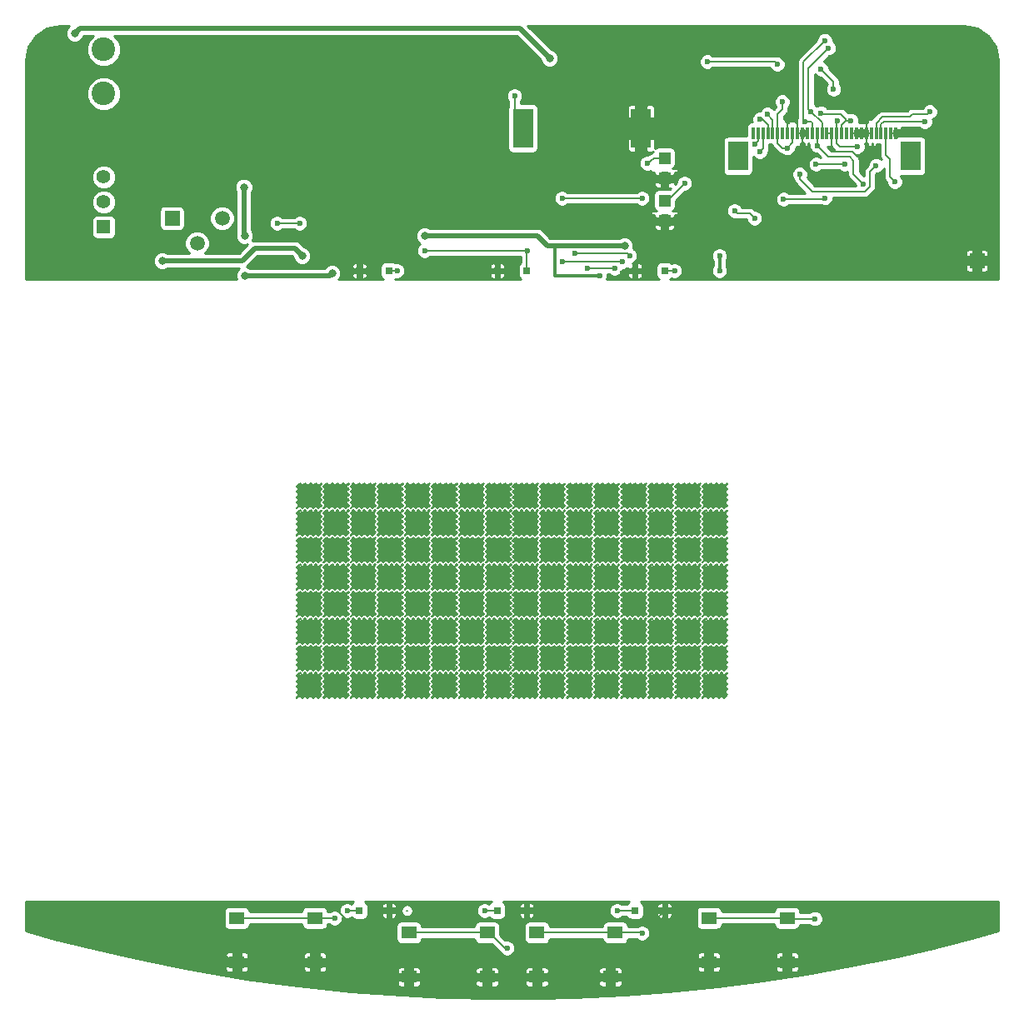
<source format=gtl>
G04 #@! TF.FileFunction,Copper,L1,Top,Signal*
%FSLAX46Y46*%
G04 Gerber Fmt 4.6, Leading zero omitted, Abs format (unit mm)*
G04 Created by KiCad (PCBNEW 0.201511241017+6328~38~ubuntu14.04.1-stable) date Mon 30 Nov 2015 09:24:38 AM CET*
%MOMM*%
G01*
G04 APERTURE LIST*
%ADD10C,0.100000*%
%ADD11C,0.152400*%
%ADD12R,1.550000X1.300000*%
%ADD13R,2.250000X2.250000*%
%ADD14C,0.604800*%
%ADD15C,1.510000*%
%ADD16R,1.510000X1.510000*%
%ADD17R,0.300000X1.250000*%
%ADD18R,2.000000X3.000000*%
%ADD19C,2.400000*%
%ADD20R,0.700000X0.800000*%
%ADD21R,1.501140X1.501140*%
%ADD22R,1.198880X1.198880*%
%ADD23R,1.397000X1.397000*%
%ADD24C,1.397000*%
%ADD25R,2.000000X4.000000*%
%ADD26C,0.800000*%
%ADD27C,0.600000*%
%ADD28C,0.200000*%
%ADD29C,0.500000*%
%ADD30C,0.300000*%
%ADD31C,0.254000*%
G04 APERTURE END LIST*
D10*
D11*
X78192500Y-89467500D02*
X78467500Y-89192500D01*
X78137500Y-89962500D02*
X78302500Y-89962500D01*
X78137500Y-90512500D02*
X78302500Y-90512500D01*
X78137500Y-91062500D02*
X78302500Y-91062500D01*
X78687500Y-91612500D02*
X78687500Y-91447500D01*
X79237500Y-91612500D02*
X79237500Y-91447500D01*
X79787500Y-91612500D02*
X79787500Y-91447500D01*
X80557500Y-91282500D02*
X80282500Y-91557500D01*
X80612500Y-90787500D02*
X80447500Y-90787500D01*
X80612500Y-90237500D02*
X80447500Y-90237500D01*
X80612500Y-89687500D02*
X80447500Y-89687500D01*
X80062500Y-89137500D02*
X80062500Y-89330000D01*
X79512500Y-89137500D02*
X79512500Y-89302500D01*
X78962500Y-89137500D02*
X78962500Y-89302500D01*
X78962500Y-89082500D02*
X78687500Y-89357500D01*
X78687500Y-89357500D02*
X78412500Y-89082500D01*
X78412500Y-89082500D02*
X78082500Y-89412500D01*
X78082500Y-89412500D02*
X78357500Y-89687500D01*
X78357500Y-89687500D02*
X78082500Y-89962500D01*
X78082500Y-89962500D02*
X78357500Y-90237500D01*
X78357500Y-90237500D02*
X78082500Y-90512500D01*
X78082500Y-90512500D02*
X78357500Y-90787500D01*
X78357500Y-90787500D02*
X78082500Y-91062500D01*
X78082500Y-91062500D02*
X78357500Y-91337500D01*
X78357500Y-91337500D02*
X78082500Y-91612500D01*
X78082500Y-91612500D02*
X78137500Y-91667500D01*
X78137500Y-91667500D02*
X78412500Y-91392500D01*
X78412500Y-91392500D02*
X78687500Y-91667500D01*
X78687500Y-91667500D02*
X78962500Y-91392500D01*
X78962500Y-91392500D02*
X79237500Y-91667500D01*
X79237500Y-91667500D02*
X79512500Y-91392500D01*
X79512500Y-91392500D02*
X79787500Y-91667500D01*
X79787500Y-91667500D02*
X80062500Y-91392500D01*
X80062500Y-91392500D02*
X80337500Y-91667500D01*
X80337500Y-91667500D02*
X80667500Y-91337500D01*
X80667500Y-91337500D02*
X80392500Y-91062500D01*
X80392500Y-91062500D02*
X80667500Y-90787500D01*
X80667500Y-90787500D02*
X80392500Y-90512500D01*
X80392500Y-90512500D02*
X80667500Y-90237500D01*
X80667500Y-90237500D02*
X80392500Y-89962500D01*
X80392500Y-89962500D02*
X80667500Y-89687500D01*
X80667500Y-89687500D02*
X80392500Y-89412500D01*
X80392500Y-89412500D02*
X80667500Y-89137500D01*
X80667500Y-89137500D02*
X80612500Y-89082500D01*
X80612500Y-89082500D02*
X80337500Y-89357500D01*
X80337500Y-89357500D02*
X80062500Y-89082500D01*
X80062500Y-89082500D02*
X79787500Y-89357500D01*
X79787500Y-89357500D02*
X79512500Y-89082500D01*
X79512500Y-89082500D02*
X79237500Y-89357500D01*
X79237500Y-89357500D02*
X78962500Y-89082500D01*
X80942500Y-89467500D02*
X81217500Y-89192500D01*
X80887500Y-89962500D02*
X81052500Y-89962500D01*
X80887500Y-90512500D02*
X81052500Y-90512500D01*
X80887500Y-91062500D02*
X81052500Y-91062500D01*
X81437500Y-91612500D02*
X81437500Y-91447500D01*
X81987500Y-91612500D02*
X81987500Y-91447500D01*
X82537500Y-91612500D02*
X82537500Y-91447500D01*
X83307500Y-91282500D02*
X83032500Y-91557500D01*
X83362500Y-90787500D02*
X83197500Y-90787500D01*
X83362500Y-90237500D02*
X83197500Y-90237500D01*
X83362500Y-89687500D02*
X83197500Y-89687500D01*
X82812500Y-89137500D02*
X82812500Y-89330000D01*
X82262500Y-89137500D02*
X82262500Y-89302500D01*
X81712500Y-89137500D02*
X81712500Y-89302500D01*
X81712500Y-89082500D02*
X81437500Y-89357500D01*
X81437500Y-89357500D02*
X81162500Y-89082500D01*
X81162500Y-89082500D02*
X80832500Y-89412500D01*
X80832500Y-89412500D02*
X81107500Y-89687500D01*
X81107500Y-89687500D02*
X80832500Y-89962500D01*
X80832500Y-89962500D02*
X81107500Y-90237500D01*
X81107500Y-90237500D02*
X80832500Y-90512500D01*
X80832500Y-90512500D02*
X81107500Y-90787500D01*
X81107500Y-90787500D02*
X80832500Y-91062500D01*
X80832500Y-91062500D02*
X81107500Y-91337500D01*
X81107500Y-91337500D02*
X80832500Y-91612500D01*
X80832500Y-91612500D02*
X80887500Y-91667500D01*
X80887500Y-91667500D02*
X81162500Y-91392500D01*
X81162500Y-91392500D02*
X81437500Y-91667500D01*
X81437500Y-91667500D02*
X81712500Y-91392500D01*
X81712500Y-91392500D02*
X81987500Y-91667500D01*
X81987500Y-91667500D02*
X82262500Y-91392500D01*
X82262500Y-91392500D02*
X82537500Y-91667500D01*
X82537500Y-91667500D02*
X82812500Y-91392500D01*
X82812500Y-91392500D02*
X83087500Y-91667500D01*
X83087500Y-91667500D02*
X83417500Y-91337500D01*
X83417500Y-91337500D02*
X83142500Y-91062500D01*
X83142500Y-91062500D02*
X83417500Y-90787500D01*
X83417500Y-90787500D02*
X83142500Y-90512500D01*
X83142500Y-90512500D02*
X83417500Y-90237500D01*
X83417500Y-90237500D02*
X83142500Y-89962500D01*
X83142500Y-89962500D02*
X83417500Y-89687500D01*
X83417500Y-89687500D02*
X83142500Y-89412500D01*
X83142500Y-89412500D02*
X83417500Y-89137500D01*
X83417500Y-89137500D02*
X83362500Y-89082500D01*
X83362500Y-89082500D02*
X83087500Y-89357500D01*
X83087500Y-89357500D02*
X82812500Y-89082500D01*
X82812500Y-89082500D02*
X82537500Y-89357500D01*
X82537500Y-89357500D02*
X82262500Y-89082500D01*
X82262500Y-89082500D02*
X81987500Y-89357500D01*
X81987500Y-89357500D02*
X81712500Y-89082500D01*
X83692500Y-89467500D02*
X83967500Y-89192500D01*
X83637500Y-89962500D02*
X83802500Y-89962500D01*
X83637500Y-90512500D02*
X83802500Y-90512500D01*
X83637500Y-91062500D02*
X83802500Y-91062500D01*
X84187500Y-91612500D02*
X84187500Y-91447500D01*
X84737500Y-91612500D02*
X84737500Y-91447500D01*
X85287500Y-91612500D02*
X85287500Y-91447500D01*
X86057500Y-91282500D02*
X85782500Y-91557500D01*
X86112500Y-90787500D02*
X85947500Y-90787500D01*
X86112500Y-90237500D02*
X85947500Y-90237500D01*
X86112500Y-89687500D02*
X85947500Y-89687500D01*
X85562500Y-89137500D02*
X85562500Y-89330000D01*
X85012500Y-89137500D02*
X85012500Y-89302500D01*
X84462500Y-89137500D02*
X84462500Y-89302500D01*
X84462500Y-89082500D02*
X84187500Y-89357500D01*
X84187500Y-89357500D02*
X83912500Y-89082500D01*
X83912500Y-89082500D02*
X83582500Y-89412500D01*
X83582500Y-89412500D02*
X83857500Y-89687500D01*
X83857500Y-89687500D02*
X83582500Y-89962500D01*
X83582500Y-89962500D02*
X83857500Y-90237500D01*
X83857500Y-90237500D02*
X83582500Y-90512500D01*
X83582500Y-90512500D02*
X83857500Y-90787500D01*
X83857500Y-90787500D02*
X83582500Y-91062500D01*
X83582500Y-91062500D02*
X83857500Y-91337500D01*
X83857500Y-91337500D02*
X83582500Y-91612500D01*
X83582500Y-91612500D02*
X83637500Y-91667500D01*
X83637500Y-91667500D02*
X83912500Y-91392500D01*
X83912500Y-91392500D02*
X84187500Y-91667500D01*
X84187500Y-91667500D02*
X84462500Y-91392500D01*
X84462500Y-91392500D02*
X84737500Y-91667500D01*
X84737500Y-91667500D02*
X85012500Y-91392500D01*
X85012500Y-91392500D02*
X85287500Y-91667500D01*
X85287500Y-91667500D02*
X85562500Y-91392500D01*
X85562500Y-91392500D02*
X85837500Y-91667500D01*
X85837500Y-91667500D02*
X86167500Y-91337500D01*
X86167500Y-91337500D02*
X85892500Y-91062500D01*
X85892500Y-91062500D02*
X86167500Y-90787500D01*
X86167500Y-90787500D02*
X85892500Y-90512500D01*
X85892500Y-90512500D02*
X86167500Y-90237500D01*
X86167500Y-90237500D02*
X85892500Y-89962500D01*
X85892500Y-89962500D02*
X86167500Y-89687500D01*
X86167500Y-89687500D02*
X85892500Y-89412500D01*
X85892500Y-89412500D02*
X86167500Y-89137500D01*
X86167500Y-89137500D02*
X86112500Y-89082500D01*
X86112500Y-89082500D02*
X85837500Y-89357500D01*
X85837500Y-89357500D02*
X85562500Y-89082500D01*
X85562500Y-89082500D02*
X85287500Y-89357500D01*
X85287500Y-89357500D02*
X85012500Y-89082500D01*
X85012500Y-89082500D02*
X84737500Y-89357500D01*
X84737500Y-89357500D02*
X84462500Y-89082500D01*
X86442500Y-89467500D02*
X86717500Y-89192500D01*
X86387500Y-89962500D02*
X86552500Y-89962500D01*
X86387500Y-90512500D02*
X86552500Y-90512500D01*
X86387500Y-91062500D02*
X86552500Y-91062500D01*
X86937500Y-91612500D02*
X86937500Y-91447500D01*
X87487500Y-91612500D02*
X87487500Y-91447500D01*
X88037500Y-91612500D02*
X88037500Y-91447500D01*
X88807500Y-91282500D02*
X88532500Y-91557500D01*
X88862500Y-90787500D02*
X88697500Y-90787500D01*
X88862500Y-90237500D02*
X88697500Y-90237500D01*
X88862500Y-89687500D02*
X88697500Y-89687500D01*
X88312500Y-89137500D02*
X88312500Y-89330000D01*
X87762500Y-89137500D02*
X87762500Y-89302500D01*
X87212500Y-89137500D02*
X87212500Y-89302500D01*
X87212500Y-89082500D02*
X86937500Y-89357500D01*
X86937500Y-89357500D02*
X86662500Y-89082500D01*
X86662500Y-89082500D02*
X86332500Y-89412500D01*
X86332500Y-89412500D02*
X86607500Y-89687500D01*
X86607500Y-89687500D02*
X86332500Y-89962500D01*
X86332500Y-89962500D02*
X86607500Y-90237500D01*
X86607500Y-90237500D02*
X86332500Y-90512500D01*
X86332500Y-90512500D02*
X86607500Y-90787500D01*
X86607500Y-90787500D02*
X86332500Y-91062500D01*
X86332500Y-91062500D02*
X86607500Y-91337500D01*
X86607500Y-91337500D02*
X86332500Y-91612500D01*
X86332500Y-91612500D02*
X86387500Y-91667500D01*
X86387500Y-91667500D02*
X86662500Y-91392500D01*
X86662500Y-91392500D02*
X86937500Y-91667500D01*
X86937500Y-91667500D02*
X87212500Y-91392500D01*
X87212500Y-91392500D02*
X87487500Y-91667500D01*
X87487500Y-91667500D02*
X87762500Y-91392500D01*
X87762500Y-91392500D02*
X88037500Y-91667500D01*
X88037500Y-91667500D02*
X88312500Y-91392500D01*
X88312500Y-91392500D02*
X88587500Y-91667500D01*
X88587500Y-91667500D02*
X88917500Y-91337500D01*
X88917500Y-91337500D02*
X88642500Y-91062500D01*
X88642500Y-91062500D02*
X88917500Y-90787500D01*
X88917500Y-90787500D02*
X88642500Y-90512500D01*
X88642500Y-90512500D02*
X88917500Y-90237500D01*
X88917500Y-90237500D02*
X88642500Y-89962500D01*
X88642500Y-89962500D02*
X88917500Y-89687500D01*
X88917500Y-89687500D02*
X88642500Y-89412500D01*
X88642500Y-89412500D02*
X88917500Y-89137500D01*
X88917500Y-89137500D02*
X88862500Y-89082500D01*
X88862500Y-89082500D02*
X88587500Y-89357500D01*
X88587500Y-89357500D02*
X88312500Y-89082500D01*
X88312500Y-89082500D02*
X88037500Y-89357500D01*
X88037500Y-89357500D02*
X87762500Y-89082500D01*
X87762500Y-89082500D02*
X87487500Y-89357500D01*
X87487500Y-89357500D02*
X87212500Y-89082500D01*
X89192500Y-89467500D02*
X89467500Y-89192500D01*
X89137500Y-89962500D02*
X89302500Y-89962500D01*
X89137500Y-90512500D02*
X89302500Y-90512500D01*
X89137500Y-91062500D02*
X89302500Y-91062500D01*
X89687500Y-91612500D02*
X89687500Y-91447500D01*
X90237500Y-91612500D02*
X90237500Y-91447500D01*
X90787500Y-91612500D02*
X90787500Y-91447500D01*
X91557500Y-91282500D02*
X91282500Y-91557500D01*
X91612500Y-90787500D02*
X91447500Y-90787500D01*
X91612500Y-90237500D02*
X91447500Y-90237500D01*
X91612500Y-89687500D02*
X91447500Y-89687500D01*
X91062500Y-89137500D02*
X91062500Y-89330000D01*
X90512500Y-89137500D02*
X90512500Y-89302500D01*
X89962500Y-89137500D02*
X89962500Y-89302500D01*
X89962500Y-89082500D02*
X89687500Y-89357500D01*
X89687500Y-89357500D02*
X89412500Y-89082500D01*
X89412500Y-89082500D02*
X89082500Y-89412500D01*
X89082500Y-89412500D02*
X89357500Y-89687500D01*
X89357500Y-89687500D02*
X89082500Y-89962500D01*
X89082500Y-89962500D02*
X89357500Y-90237500D01*
X89357500Y-90237500D02*
X89082500Y-90512500D01*
X89082500Y-90512500D02*
X89357500Y-90787500D01*
X89357500Y-90787500D02*
X89082500Y-91062500D01*
X89082500Y-91062500D02*
X89357500Y-91337500D01*
X89357500Y-91337500D02*
X89082500Y-91612500D01*
X89082500Y-91612500D02*
X89137500Y-91667500D01*
X89137500Y-91667500D02*
X89412500Y-91392500D01*
X89412500Y-91392500D02*
X89687500Y-91667500D01*
X89687500Y-91667500D02*
X89962500Y-91392500D01*
X89962500Y-91392500D02*
X90237500Y-91667500D01*
X90237500Y-91667500D02*
X90512500Y-91392500D01*
X90512500Y-91392500D02*
X90787500Y-91667500D01*
X90787500Y-91667500D02*
X91062500Y-91392500D01*
X91062500Y-91392500D02*
X91337500Y-91667500D01*
X91337500Y-91667500D02*
X91667500Y-91337500D01*
X91667500Y-91337500D02*
X91392500Y-91062500D01*
X91392500Y-91062500D02*
X91667500Y-90787500D01*
X91667500Y-90787500D02*
X91392500Y-90512500D01*
X91392500Y-90512500D02*
X91667500Y-90237500D01*
X91667500Y-90237500D02*
X91392500Y-89962500D01*
X91392500Y-89962500D02*
X91667500Y-89687500D01*
X91667500Y-89687500D02*
X91392500Y-89412500D01*
X91392500Y-89412500D02*
X91667500Y-89137500D01*
X91667500Y-89137500D02*
X91612500Y-89082500D01*
X91612500Y-89082500D02*
X91337500Y-89357500D01*
X91337500Y-89357500D02*
X91062500Y-89082500D01*
X91062500Y-89082500D02*
X90787500Y-89357500D01*
X90787500Y-89357500D02*
X90512500Y-89082500D01*
X90512500Y-89082500D02*
X90237500Y-89357500D01*
X90237500Y-89357500D02*
X89962500Y-89082500D01*
X91942500Y-89467500D02*
X92217500Y-89192500D01*
X91887500Y-89962500D02*
X92052500Y-89962500D01*
X91887500Y-90512500D02*
X92052500Y-90512500D01*
X91887500Y-91062500D02*
X92052500Y-91062500D01*
X92437500Y-91612500D02*
X92437500Y-91447500D01*
X92987500Y-91612500D02*
X92987500Y-91447500D01*
X93537500Y-91612500D02*
X93537500Y-91447500D01*
X94307500Y-91282500D02*
X94032500Y-91557500D01*
X94362500Y-90787500D02*
X94197500Y-90787500D01*
X94362500Y-90237500D02*
X94197500Y-90237500D01*
X94362500Y-89687500D02*
X94197500Y-89687500D01*
X93812500Y-89137500D02*
X93812500Y-89330000D01*
X93262500Y-89137500D02*
X93262500Y-89302500D01*
X92712500Y-89137500D02*
X92712500Y-89302500D01*
X92712500Y-89082500D02*
X92437500Y-89357500D01*
X92437500Y-89357500D02*
X92162500Y-89082500D01*
X92162500Y-89082500D02*
X91832500Y-89412500D01*
X91832500Y-89412500D02*
X92107500Y-89687500D01*
X92107500Y-89687500D02*
X91832500Y-89962500D01*
X91832500Y-89962500D02*
X92107500Y-90237500D01*
X92107500Y-90237500D02*
X91832500Y-90512500D01*
X91832500Y-90512500D02*
X92107500Y-90787500D01*
X92107500Y-90787500D02*
X91832500Y-91062500D01*
X91832500Y-91062500D02*
X92107500Y-91337500D01*
X92107500Y-91337500D02*
X91832500Y-91612500D01*
X91832500Y-91612500D02*
X91887500Y-91667500D01*
X91887500Y-91667500D02*
X92162500Y-91392500D01*
X92162500Y-91392500D02*
X92437500Y-91667500D01*
X92437500Y-91667500D02*
X92712500Y-91392500D01*
X92712500Y-91392500D02*
X92987500Y-91667500D01*
X92987500Y-91667500D02*
X93262500Y-91392500D01*
X93262500Y-91392500D02*
X93537500Y-91667500D01*
X93537500Y-91667500D02*
X93812500Y-91392500D01*
X93812500Y-91392500D02*
X94087500Y-91667500D01*
X94087500Y-91667500D02*
X94417500Y-91337500D01*
X94417500Y-91337500D02*
X94142500Y-91062500D01*
X94142500Y-91062500D02*
X94417500Y-90787500D01*
X94417500Y-90787500D02*
X94142500Y-90512500D01*
X94142500Y-90512500D02*
X94417500Y-90237500D01*
X94417500Y-90237500D02*
X94142500Y-89962500D01*
X94142500Y-89962500D02*
X94417500Y-89687500D01*
X94417500Y-89687500D02*
X94142500Y-89412500D01*
X94142500Y-89412500D02*
X94417500Y-89137500D01*
X94417500Y-89137500D02*
X94362500Y-89082500D01*
X94362500Y-89082500D02*
X94087500Y-89357500D01*
X94087500Y-89357500D02*
X93812500Y-89082500D01*
X93812500Y-89082500D02*
X93537500Y-89357500D01*
X93537500Y-89357500D02*
X93262500Y-89082500D01*
X93262500Y-89082500D02*
X92987500Y-89357500D01*
X92987500Y-89357500D02*
X92712500Y-89082500D01*
X94692500Y-89467500D02*
X94967500Y-89192500D01*
X94637500Y-89962500D02*
X94802500Y-89962500D01*
X94637500Y-90512500D02*
X94802500Y-90512500D01*
X94637500Y-91062500D02*
X94802500Y-91062500D01*
X95187500Y-91612500D02*
X95187500Y-91447500D01*
X95737500Y-91612500D02*
X95737500Y-91447500D01*
X96287500Y-91612500D02*
X96287500Y-91447500D01*
X97057500Y-91282500D02*
X96782500Y-91557500D01*
X97112500Y-90787500D02*
X96947500Y-90787500D01*
X97112500Y-90237500D02*
X96947500Y-90237500D01*
X97112500Y-89687500D02*
X96947500Y-89687500D01*
X96562500Y-89137500D02*
X96562500Y-89330000D01*
X96012500Y-89137500D02*
X96012500Y-89302500D01*
X95462500Y-89137500D02*
X95462500Y-89302500D01*
X95462500Y-89082500D02*
X95187500Y-89357500D01*
X95187500Y-89357500D02*
X94912500Y-89082500D01*
X94912500Y-89082500D02*
X94582500Y-89412500D01*
X94582500Y-89412500D02*
X94857500Y-89687500D01*
X94857500Y-89687500D02*
X94582500Y-89962500D01*
X94582500Y-89962500D02*
X94857500Y-90237500D01*
X94857500Y-90237500D02*
X94582500Y-90512500D01*
X94582500Y-90512500D02*
X94857500Y-90787500D01*
X94857500Y-90787500D02*
X94582500Y-91062500D01*
X94582500Y-91062500D02*
X94857500Y-91337500D01*
X94857500Y-91337500D02*
X94582500Y-91612500D01*
X94582500Y-91612500D02*
X94637500Y-91667500D01*
X94637500Y-91667500D02*
X94912500Y-91392500D01*
X94912500Y-91392500D02*
X95187500Y-91667500D01*
X95187500Y-91667500D02*
X95462500Y-91392500D01*
X95462500Y-91392500D02*
X95737500Y-91667500D01*
X95737500Y-91667500D02*
X96012500Y-91392500D01*
X96012500Y-91392500D02*
X96287500Y-91667500D01*
X96287500Y-91667500D02*
X96562500Y-91392500D01*
X96562500Y-91392500D02*
X96837500Y-91667500D01*
X96837500Y-91667500D02*
X97167500Y-91337500D01*
X97167500Y-91337500D02*
X96892500Y-91062500D01*
X96892500Y-91062500D02*
X97167500Y-90787500D01*
X97167500Y-90787500D02*
X96892500Y-90512500D01*
X96892500Y-90512500D02*
X97167500Y-90237500D01*
X97167500Y-90237500D02*
X96892500Y-89962500D01*
X96892500Y-89962500D02*
X97167500Y-89687500D01*
X97167500Y-89687500D02*
X96892500Y-89412500D01*
X96892500Y-89412500D02*
X97167500Y-89137500D01*
X97167500Y-89137500D02*
X97112500Y-89082500D01*
X97112500Y-89082500D02*
X96837500Y-89357500D01*
X96837500Y-89357500D02*
X96562500Y-89082500D01*
X96562500Y-89082500D02*
X96287500Y-89357500D01*
X96287500Y-89357500D02*
X96012500Y-89082500D01*
X96012500Y-89082500D02*
X95737500Y-89357500D01*
X95737500Y-89357500D02*
X95462500Y-89082500D01*
X97442500Y-89467500D02*
X97717500Y-89192500D01*
X97387500Y-89962500D02*
X97552500Y-89962500D01*
X97387500Y-90512500D02*
X97552500Y-90512500D01*
X97387500Y-91062500D02*
X97552500Y-91062500D01*
X97937500Y-91612500D02*
X97937500Y-91447500D01*
X98487500Y-91612500D02*
X98487500Y-91447500D01*
X99037500Y-91612500D02*
X99037500Y-91447500D01*
X99807500Y-91282500D02*
X99532500Y-91557500D01*
X99862500Y-90787500D02*
X99697500Y-90787500D01*
X99862500Y-90237500D02*
X99697500Y-90237500D01*
X99862500Y-89687500D02*
X99697500Y-89687500D01*
X99312500Y-89137500D02*
X99312500Y-89330000D01*
X98762500Y-89137500D02*
X98762500Y-89302500D01*
X98212500Y-89137500D02*
X98212500Y-89302500D01*
X98212500Y-89082500D02*
X97937500Y-89357500D01*
X97937500Y-89357500D02*
X97662500Y-89082500D01*
X97662500Y-89082500D02*
X97332500Y-89412500D01*
X97332500Y-89412500D02*
X97607500Y-89687500D01*
X97607500Y-89687500D02*
X97332500Y-89962500D01*
X97332500Y-89962500D02*
X97607500Y-90237500D01*
X97607500Y-90237500D02*
X97332500Y-90512500D01*
X97332500Y-90512500D02*
X97607500Y-90787500D01*
X97607500Y-90787500D02*
X97332500Y-91062500D01*
X97332500Y-91062500D02*
X97607500Y-91337500D01*
X97607500Y-91337500D02*
X97332500Y-91612500D01*
X97332500Y-91612500D02*
X97387500Y-91667500D01*
X97387500Y-91667500D02*
X97662500Y-91392500D01*
X97662500Y-91392500D02*
X97937500Y-91667500D01*
X97937500Y-91667500D02*
X98212500Y-91392500D01*
X98212500Y-91392500D02*
X98487500Y-91667500D01*
X98487500Y-91667500D02*
X98762500Y-91392500D01*
X98762500Y-91392500D02*
X99037500Y-91667500D01*
X99037500Y-91667500D02*
X99312500Y-91392500D01*
X99312500Y-91392500D02*
X99587500Y-91667500D01*
X99587500Y-91667500D02*
X99917500Y-91337500D01*
X99917500Y-91337500D02*
X99642500Y-91062500D01*
X99642500Y-91062500D02*
X99917500Y-90787500D01*
X99917500Y-90787500D02*
X99642500Y-90512500D01*
X99642500Y-90512500D02*
X99917500Y-90237500D01*
X99917500Y-90237500D02*
X99642500Y-89962500D01*
X99642500Y-89962500D02*
X99917500Y-89687500D01*
X99917500Y-89687500D02*
X99642500Y-89412500D01*
X99642500Y-89412500D02*
X99917500Y-89137500D01*
X99917500Y-89137500D02*
X99862500Y-89082500D01*
X99862500Y-89082500D02*
X99587500Y-89357500D01*
X99587500Y-89357500D02*
X99312500Y-89082500D01*
X99312500Y-89082500D02*
X99037500Y-89357500D01*
X99037500Y-89357500D02*
X98762500Y-89082500D01*
X98762500Y-89082500D02*
X98487500Y-89357500D01*
X98487500Y-89357500D02*
X98212500Y-89082500D01*
X78192500Y-92217500D02*
X78467500Y-91942500D01*
X78137500Y-92712500D02*
X78302500Y-92712500D01*
X78137500Y-93262500D02*
X78302500Y-93262500D01*
X78137500Y-93812500D02*
X78302500Y-93812500D01*
X78687500Y-94362500D02*
X78687500Y-94197500D01*
X79237500Y-94362500D02*
X79237500Y-94197500D01*
X79787500Y-94362500D02*
X79787500Y-94197500D01*
X80557500Y-94032500D02*
X80282500Y-94307500D01*
X80612500Y-93537500D02*
X80447500Y-93537500D01*
X80612500Y-92987500D02*
X80447500Y-92987500D01*
X80612500Y-92437500D02*
X80447500Y-92437500D01*
X80062500Y-91887500D02*
X80062500Y-92080000D01*
X79512500Y-91887500D02*
X79512500Y-92052500D01*
X78962500Y-91887500D02*
X78962500Y-92052500D01*
X78962500Y-91832500D02*
X78687500Y-92107500D01*
X78687500Y-92107500D02*
X78412500Y-91832500D01*
X78412500Y-91832500D02*
X78082500Y-92162500D01*
X78082500Y-92162500D02*
X78357500Y-92437500D01*
X78357500Y-92437500D02*
X78082500Y-92712500D01*
X78082500Y-92712500D02*
X78357500Y-92987500D01*
X78357500Y-92987500D02*
X78082500Y-93262500D01*
X78082500Y-93262500D02*
X78357500Y-93537500D01*
X78357500Y-93537500D02*
X78082500Y-93812500D01*
X78082500Y-93812500D02*
X78357500Y-94087500D01*
X78357500Y-94087500D02*
X78082500Y-94362500D01*
X78082500Y-94362500D02*
X78137500Y-94417500D01*
X78137500Y-94417500D02*
X78412500Y-94142500D01*
X78412500Y-94142500D02*
X78687500Y-94417500D01*
X78687500Y-94417500D02*
X78962500Y-94142500D01*
X78962500Y-94142500D02*
X79237500Y-94417500D01*
X79237500Y-94417500D02*
X79512500Y-94142500D01*
X79512500Y-94142500D02*
X79787500Y-94417500D01*
X79787500Y-94417500D02*
X80062500Y-94142500D01*
X80062500Y-94142500D02*
X80337500Y-94417500D01*
X80337500Y-94417500D02*
X80667500Y-94087500D01*
X80667500Y-94087500D02*
X80392500Y-93812500D01*
X80392500Y-93812500D02*
X80667500Y-93537500D01*
X80667500Y-93537500D02*
X80392500Y-93262500D01*
X80392500Y-93262500D02*
X80667500Y-92987500D01*
X80667500Y-92987500D02*
X80392500Y-92712500D01*
X80392500Y-92712500D02*
X80667500Y-92437500D01*
X80667500Y-92437500D02*
X80392500Y-92162500D01*
X80392500Y-92162500D02*
X80667500Y-91887500D01*
X80667500Y-91887500D02*
X80612500Y-91832500D01*
X80612500Y-91832500D02*
X80337500Y-92107500D01*
X80337500Y-92107500D02*
X80062500Y-91832500D01*
X80062500Y-91832500D02*
X79787500Y-92107500D01*
X79787500Y-92107500D02*
X79512500Y-91832500D01*
X79512500Y-91832500D02*
X79237500Y-92107500D01*
X79237500Y-92107500D02*
X78962500Y-91832500D01*
X80942500Y-92217500D02*
X81217500Y-91942500D01*
X80887500Y-92712500D02*
X81052500Y-92712500D01*
X80887500Y-93262500D02*
X81052500Y-93262500D01*
X80887500Y-93812500D02*
X81052500Y-93812500D01*
X81437500Y-94362500D02*
X81437500Y-94197500D01*
X81987500Y-94362500D02*
X81987500Y-94197500D01*
X82537500Y-94362500D02*
X82537500Y-94197500D01*
X83307500Y-94032500D02*
X83032500Y-94307500D01*
X83362500Y-93537500D02*
X83197500Y-93537500D01*
X83362500Y-92987500D02*
X83197500Y-92987500D01*
X83362500Y-92437500D02*
X83197500Y-92437500D01*
X82812500Y-91887500D02*
X82812500Y-92080000D01*
X82262500Y-91887500D02*
X82262500Y-92052500D01*
X81712500Y-91887500D02*
X81712500Y-92052500D01*
X81712500Y-91832500D02*
X81437500Y-92107500D01*
X81437500Y-92107500D02*
X81162500Y-91832500D01*
X81162500Y-91832500D02*
X80832500Y-92162500D01*
X80832500Y-92162500D02*
X81107500Y-92437500D01*
X81107500Y-92437500D02*
X80832500Y-92712500D01*
X80832500Y-92712500D02*
X81107500Y-92987500D01*
X81107500Y-92987500D02*
X80832500Y-93262500D01*
X80832500Y-93262500D02*
X81107500Y-93537500D01*
X81107500Y-93537500D02*
X80832500Y-93812500D01*
X80832500Y-93812500D02*
X81107500Y-94087500D01*
X81107500Y-94087500D02*
X80832500Y-94362500D01*
X80832500Y-94362500D02*
X80887500Y-94417500D01*
X80887500Y-94417500D02*
X81162500Y-94142500D01*
X81162500Y-94142500D02*
X81437500Y-94417500D01*
X81437500Y-94417500D02*
X81712500Y-94142500D01*
X81712500Y-94142500D02*
X81987500Y-94417500D01*
X81987500Y-94417500D02*
X82262500Y-94142500D01*
X82262500Y-94142500D02*
X82537500Y-94417500D01*
X82537500Y-94417500D02*
X82812500Y-94142500D01*
X82812500Y-94142500D02*
X83087500Y-94417500D01*
X83087500Y-94417500D02*
X83417500Y-94087500D01*
X83417500Y-94087500D02*
X83142500Y-93812500D01*
X83142500Y-93812500D02*
X83417500Y-93537500D01*
X83417500Y-93537500D02*
X83142500Y-93262500D01*
X83142500Y-93262500D02*
X83417500Y-92987500D01*
X83417500Y-92987500D02*
X83142500Y-92712500D01*
X83142500Y-92712500D02*
X83417500Y-92437500D01*
X83417500Y-92437500D02*
X83142500Y-92162500D01*
X83142500Y-92162500D02*
X83417500Y-91887500D01*
X83417500Y-91887500D02*
X83362500Y-91832500D01*
X83362500Y-91832500D02*
X83087500Y-92107500D01*
X83087500Y-92107500D02*
X82812500Y-91832500D01*
X82812500Y-91832500D02*
X82537500Y-92107500D01*
X82537500Y-92107500D02*
X82262500Y-91832500D01*
X82262500Y-91832500D02*
X81987500Y-92107500D01*
X81987500Y-92107500D02*
X81712500Y-91832500D01*
X83692500Y-92217500D02*
X83967500Y-91942500D01*
X83637500Y-92712500D02*
X83802500Y-92712500D01*
X83637500Y-93262500D02*
X83802500Y-93262500D01*
X83637500Y-93812500D02*
X83802500Y-93812500D01*
X84187500Y-94362500D02*
X84187500Y-94197500D01*
X84737500Y-94362500D02*
X84737500Y-94197500D01*
X85287500Y-94362500D02*
X85287500Y-94197500D01*
X86057500Y-94032500D02*
X85782500Y-94307500D01*
X86112500Y-93537500D02*
X85947500Y-93537500D01*
X86112500Y-92987500D02*
X85947500Y-92987500D01*
X86112500Y-92437500D02*
X85947500Y-92437500D01*
X85562500Y-91887500D02*
X85562500Y-92080000D01*
X85012500Y-91887500D02*
X85012500Y-92052500D01*
X84462500Y-91887500D02*
X84462500Y-92052500D01*
X84462500Y-91832500D02*
X84187500Y-92107500D01*
X84187500Y-92107500D02*
X83912500Y-91832500D01*
X83912500Y-91832500D02*
X83582500Y-92162500D01*
X83582500Y-92162500D02*
X83857500Y-92437500D01*
X83857500Y-92437500D02*
X83582500Y-92712500D01*
X83582500Y-92712500D02*
X83857500Y-92987500D01*
X83857500Y-92987500D02*
X83582500Y-93262500D01*
X83582500Y-93262500D02*
X83857500Y-93537500D01*
X83857500Y-93537500D02*
X83582500Y-93812500D01*
X83582500Y-93812500D02*
X83857500Y-94087500D01*
X83857500Y-94087500D02*
X83582500Y-94362500D01*
X83582500Y-94362500D02*
X83637500Y-94417500D01*
X83637500Y-94417500D02*
X83912500Y-94142500D01*
X83912500Y-94142500D02*
X84187500Y-94417500D01*
X84187500Y-94417500D02*
X84462500Y-94142500D01*
X84462500Y-94142500D02*
X84737500Y-94417500D01*
X84737500Y-94417500D02*
X85012500Y-94142500D01*
X85012500Y-94142500D02*
X85287500Y-94417500D01*
X85287500Y-94417500D02*
X85562500Y-94142500D01*
X85562500Y-94142500D02*
X85837500Y-94417500D01*
X85837500Y-94417500D02*
X86167500Y-94087500D01*
X86167500Y-94087500D02*
X85892500Y-93812500D01*
X85892500Y-93812500D02*
X86167500Y-93537500D01*
X86167500Y-93537500D02*
X85892500Y-93262500D01*
X85892500Y-93262500D02*
X86167500Y-92987500D01*
X86167500Y-92987500D02*
X85892500Y-92712500D01*
X85892500Y-92712500D02*
X86167500Y-92437500D01*
X86167500Y-92437500D02*
X85892500Y-92162500D01*
X85892500Y-92162500D02*
X86167500Y-91887500D01*
X86167500Y-91887500D02*
X86112500Y-91832500D01*
X86112500Y-91832500D02*
X85837500Y-92107500D01*
X85837500Y-92107500D02*
X85562500Y-91832500D01*
X85562500Y-91832500D02*
X85287500Y-92107500D01*
X85287500Y-92107500D02*
X85012500Y-91832500D01*
X85012500Y-91832500D02*
X84737500Y-92107500D01*
X84737500Y-92107500D02*
X84462500Y-91832500D01*
X86442500Y-92217500D02*
X86717500Y-91942500D01*
X86387500Y-92712500D02*
X86552500Y-92712500D01*
X86387500Y-93262500D02*
X86552500Y-93262500D01*
X86387500Y-93812500D02*
X86552500Y-93812500D01*
X86937500Y-94362500D02*
X86937500Y-94197500D01*
X87487500Y-94362500D02*
X87487500Y-94197500D01*
X88037500Y-94362500D02*
X88037500Y-94197500D01*
X88807500Y-94032500D02*
X88532500Y-94307500D01*
X88862500Y-93537500D02*
X88697500Y-93537500D01*
X88862500Y-92987500D02*
X88697500Y-92987500D01*
X88862500Y-92437500D02*
X88697500Y-92437500D01*
X88312500Y-91887500D02*
X88312500Y-92080000D01*
X87762500Y-91887500D02*
X87762500Y-92052500D01*
X87212500Y-91887500D02*
X87212500Y-92052500D01*
X87212500Y-91832500D02*
X86937500Y-92107500D01*
X86937500Y-92107500D02*
X86662500Y-91832500D01*
X86662500Y-91832500D02*
X86332500Y-92162500D01*
X86332500Y-92162500D02*
X86607500Y-92437500D01*
X86607500Y-92437500D02*
X86332500Y-92712500D01*
X86332500Y-92712500D02*
X86607500Y-92987500D01*
X86607500Y-92987500D02*
X86332500Y-93262500D01*
X86332500Y-93262500D02*
X86607500Y-93537500D01*
X86607500Y-93537500D02*
X86332500Y-93812500D01*
X86332500Y-93812500D02*
X86607500Y-94087500D01*
X86607500Y-94087500D02*
X86332500Y-94362500D01*
X86332500Y-94362500D02*
X86387500Y-94417500D01*
X86387500Y-94417500D02*
X86662500Y-94142500D01*
X86662500Y-94142500D02*
X86937500Y-94417500D01*
X86937500Y-94417500D02*
X87212500Y-94142500D01*
X87212500Y-94142500D02*
X87487500Y-94417500D01*
X87487500Y-94417500D02*
X87762500Y-94142500D01*
X87762500Y-94142500D02*
X88037500Y-94417500D01*
X88037500Y-94417500D02*
X88312500Y-94142500D01*
X88312500Y-94142500D02*
X88587500Y-94417500D01*
X88587500Y-94417500D02*
X88917500Y-94087500D01*
X88917500Y-94087500D02*
X88642500Y-93812500D01*
X88642500Y-93812500D02*
X88917500Y-93537500D01*
X88917500Y-93537500D02*
X88642500Y-93262500D01*
X88642500Y-93262500D02*
X88917500Y-92987500D01*
X88917500Y-92987500D02*
X88642500Y-92712500D01*
X88642500Y-92712500D02*
X88917500Y-92437500D01*
X88917500Y-92437500D02*
X88642500Y-92162500D01*
X88642500Y-92162500D02*
X88917500Y-91887500D01*
X88917500Y-91887500D02*
X88862500Y-91832500D01*
X88862500Y-91832500D02*
X88587500Y-92107500D01*
X88587500Y-92107500D02*
X88312500Y-91832500D01*
X88312500Y-91832500D02*
X88037500Y-92107500D01*
X88037500Y-92107500D02*
X87762500Y-91832500D01*
X87762500Y-91832500D02*
X87487500Y-92107500D01*
X87487500Y-92107500D02*
X87212500Y-91832500D01*
X89192500Y-92217500D02*
X89467500Y-91942500D01*
X89137500Y-92712500D02*
X89302500Y-92712500D01*
X89137500Y-93262500D02*
X89302500Y-93262500D01*
X89137500Y-93812500D02*
X89302500Y-93812500D01*
X89687500Y-94362500D02*
X89687500Y-94197500D01*
X90237500Y-94362500D02*
X90237500Y-94197500D01*
X90787500Y-94362500D02*
X90787500Y-94197500D01*
X91557500Y-94032500D02*
X91282500Y-94307500D01*
X91612500Y-93537500D02*
X91447500Y-93537500D01*
X91612500Y-92987500D02*
X91447500Y-92987500D01*
X91612500Y-92437500D02*
X91447500Y-92437500D01*
X91062500Y-91887500D02*
X91062500Y-92080000D01*
X90512500Y-91887500D02*
X90512500Y-92052500D01*
X89962500Y-91887500D02*
X89962500Y-92052500D01*
X89962500Y-91832500D02*
X89687500Y-92107500D01*
X89687500Y-92107500D02*
X89412500Y-91832500D01*
X89412500Y-91832500D02*
X89082500Y-92162500D01*
X89082500Y-92162500D02*
X89357500Y-92437500D01*
X89357500Y-92437500D02*
X89082500Y-92712500D01*
X89082500Y-92712500D02*
X89357500Y-92987500D01*
X89357500Y-92987500D02*
X89082500Y-93262500D01*
X89082500Y-93262500D02*
X89357500Y-93537500D01*
X89357500Y-93537500D02*
X89082500Y-93812500D01*
X89082500Y-93812500D02*
X89357500Y-94087500D01*
X89357500Y-94087500D02*
X89082500Y-94362500D01*
X89082500Y-94362500D02*
X89137500Y-94417500D01*
X89137500Y-94417500D02*
X89412500Y-94142500D01*
X89412500Y-94142500D02*
X89687500Y-94417500D01*
X89687500Y-94417500D02*
X89962500Y-94142500D01*
X89962500Y-94142500D02*
X90237500Y-94417500D01*
X90237500Y-94417500D02*
X90512500Y-94142500D01*
X90512500Y-94142500D02*
X90787500Y-94417500D01*
X90787500Y-94417500D02*
X91062500Y-94142500D01*
X91062500Y-94142500D02*
X91337500Y-94417500D01*
X91337500Y-94417500D02*
X91667500Y-94087500D01*
X91667500Y-94087500D02*
X91392500Y-93812500D01*
X91392500Y-93812500D02*
X91667500Y-93537500D01*
X91667500Y-93537500D02*
X91392500Y-93262500D01*
X91392500Y-93262500D02*
X91667500Y-92987500D01*
X91667500Y-92987500D02*
X91392500Y-92712500D01*
X91392500Y-92712500D02*
X91667500Y-92437500D01*
X91667500Y-92437500D02*
X91392500Y-92162500D01*
X91392500Y-92162500D02*
X91667500Y-91887500D01*
X91667500Y-91887500D02*
X91612500Y-91832500D01*
X91612500Y-91832500D02*
X91337500Y-92107500D01*
X91337500Y-92107500D02*
X91062500Y-91832500D01*
X91062500Y-91832500D02*
X90787500Y-92107500D01*
X90787500Y-92107500D02*
X90512500Y-91832500D01*
X90512500Y-91832500D02*
X90237500Y-92107500D01*
X90237500Y-92107500D02*
X89962500Y-91832500D01*
X91942500Y-92217500D02*
X92217500Y-91942500D01*
X91887500Y-92712500D02*
X92052500Y-92712500D01*
X91887500Y-93262500D02*
X92052500Y-93262500D01*
X91887500Y-93812500D02*
X92052500Y-93812500D01*
X92437500Y-94362500D02*
X92437500Y-94197500D01*
X92987500Y-94362500D02*
X92987500Y-94197500D01*
X93537500Y-94362500D02*
X93537500Y-94197500D01*
X94307500Y-94032500D02*
X94032500Y-94307500D01*
X94362500Y-93537500D02*
X94197500Y-93537500D01*
X94362500Y-92987500D02*
X94197500Y-92987500D01*
X94362500Y-92437500D02*
X94197500Y-92437500D01*
X93812500Y-91887500D02*
X93812500Y-92080000D01*
X93262500Y-91887500D02*
X93262500Y-92052500D01*
X92712500Y-91887500D02*
X92712500Y-92052500D01*
X92712500Y-91832500D02*
X92437500Y-92107500D01*
X92437500Y-92107500D02*
X92162500Y-91832500D01*
X92162500Y-91832500D02*
X91832500Y-92162500D01*
X91832500Y-92162500D02*
X92107500Y-92437500D01*
X92107500Y-92437500D02*
X91832500Y-92712500D01*
X91832500Y-92712500D02*
X92107500Y-92987500D01*
X92107500Y-92987500D02*
X91832500Y-93262500D01*
X91832500Y-93262500D02*
X92107500Y-93537500D01*
X92107500Y-93537500D02*
X91832500Y-93812500D01*
X91832500Y-93812500D02*
X92107500Y-94087500D01*
X92107500Y-94087500D02*
X91832500Y-94362500D01*
X91832500Y-94362500D02*
X91887500Y-94417500D01*
X91887500Y-94417500D02*
X92162500Y-94142500D01*
X92162500Y-94142500D02*
X92437500Y-94417500D01*
X92437500Y-94417500D02*
X92712500Y-94142500D01*
X92712500Y-94142500D02*
X92987500Y-94417500D01*
X92987500Y-94417500D02*
X93262500Y-94142500D01*
X93262500Y-94142500D02*
X93537500Y-94417500D01*
X93537500Y-94417500D02*
X93812500Y-94142500D01*
X93812500Y-94142500D02*
X94087500Y-94417500D01*
X94087500Y-94417500D02*
X94417500Y-94087500D01*
X94417500Y-94087500D02*
X94142500Y-93812500D01*
X94142500Y-93812500D02*
X94417500Y-93537500D01*
X94417500Y-93537500D02*
X94142500Y-93262500D01*
X94142500Y-93262500D02*
X94417500Y-92987500D01*
X94417500Y-92987500D02*
X94142500Y-92712500D01*
X94142500Y-92712500D02*
X94417500Y-92437500D01*
X94417500Y-92437500D02*
X94142500Y-92162500D01*
X94142500Y-92162500D02*
X94417500Y-91887500D01*
X94417500Y-91887500D02*
X94362500Y-91832500D01*
X94362500Y-91832500D02*
X94087500Y-92107500D01*
X94087500Y-92107500D02*
X93812500Y-91832500D01*
X93812500Y-91832500D02*
X93537500Y-92107500D01*
X93537500Y-92107500D02*
X93262500Y-91832500D01*
X93262500Y-91832500D02*
X92987500Y-92107500D01*
X92987500Y-92107500D02*
X92712500Y-91832500D01*
X94692500Y-92217500D02*
X94967500Y-91942500D01*
X94637500Y-92712500D02*
X94802500Y-92712500D01*
X94637500Y-93262500D02*
X94802500Y-93262500D01*
X94637500Y-93812500D02*
X94802500Y-93812500D01*
X95187500Y-94362500D02*
X95187500Y-94197500D01*
X95737500Y-94362500D02*
X95737500Y-94197500D01*
X96287500Y-94362500D02*
X96287500Y-94197500D01*
X97057500Y-94032500D02*
X96782500Y-94307500D01*
X97112500Y-93537500D02*
X96947500Y-93537500D01*
X97112500Y-92987500D02*
X96947500Y-92987500D01*
X97112500Y-92437500D02*
X96947500Y-92437500D01*
X96562500Y-91887500D02*
X96562500Y-92080000D01*
X96012500Y-91887500D02*
X96012500Y-92052500D01*
X95462500Y-91887500D02*
X95462500Y-92052500D01*
X95462500Y-91832500D02*
X95187500Y-92107500D01*
X95187500Y-92107500D02*
X94912500Y-91832500D01*
X94912500Y-91832500D02*
X94582500Y-92162500D01*
X94582500Y-92162500D02*
X94857500Y-92437500D01*
X94857500Y-92437500D02*
X94582500Y-92712500D01*
X94582500Y-92712500D02*
X94857500Y-92987500D01*
X94857500Y-92987500D02*
X94582500Y-93262500D01*
X94582500Y-93262500D02*
X94857500Y-93537500D01*
X94857500Y-93537500D02*
X94582500Y-93812500D01*
X94582500Y-93812500D02*
X94857500Y-94087500D01*
X94857500Y-94087500D02*
X94582500Y-94362500D01*
X94582500Y-94362500D02*
X94637500Y-94417500D01*
X94637500Y-94417500D02*
X94912500Y-94142500D01*
X94912500Y-94142500D02*
X95187500Y-94417500D01*
X95187500Y-94417500D02*
X95462500Y-94142500D01*
X95462500Y-94142500D02*
X95737500Y-94417500D01*
X95737500Y-94417500D02*
X96012500Y-94142500D01*
X96012500Y-94142500D02*
X96287500Y-94417500D01*
X96287500Y-94417500D02*
X96562500Y-94142500D01*
X96562500Y-94142500D02*
X96837500Y-94417500D01*
X96837500Y-94417500D02*
X97167500Y-94087500D01*
X97167500Y-94087500D02*
X96892500Y-93812500D01*
X96892500Y-93812500D02*
X97167500Y-93537500D01*
X97167500Y-93537500D02*
X96892500Y-93262500D01*
X96892500Y-93262500D02*
X97167500Y-92987500D01*
X97167500Y-92987500D02*
X96892500Y-92712500D01*
X96892500Y-92712500D02*
X97167500Y-92437500D01*
X97167500Y-92437500D02*
X96892500Y-92162500D01*
X96892500Y-92162500D02*
X97167500Y-91887500D01*
X97167500Y-91887500D02*
X97112500Y-91832500D01*
X97112500Y-91832500D02*
X96837500Y-92107500D01*
X96837500Y-92107500D02*
X96562500Y-91832500D01*
X96562500Y-91832500D02*
X96287500Y-92107500D01*
X96287500Y-92107500D02*
X96012500Y-91832500D01*
X96012500Y-91832500D02*
X95737500Y-92107500D01*
X95737500Y-92107500D02*
X95462500Y-91832500D01*
X97442500Y-92217500D02*
X97717500Y-91942500D01*
X97387500Y-92712500D02*
X97552500Y-92712500D01*
X97387500Y-93262500D02*
X97552500Y-93262500D01*
X97387500Y-93812500D02*
X97552500Y-93812500D01*
X97937500Y-94362500D02*
X97937500Y-94197500D01*
X98487500Y-94362500D02*
X98487500Y-94197500D01*
X99037500Y-94362500D02*
X99037500Y-94197500D01*
X99807500Y-94032500D02*
X99532500Y-94307500D01*
X99862500Y-93537500D02*
X99697500Y-93537500D01*
X99862500Y-92987500D02*
X99697500Y-92987500D01*
X99862500Y-92437500D02*
X99697500Y-92437500D01*
X99312500Y-91887500D02*
X99312500Y-92080000D01*
X98762500Y-91887500D02*
X98762500Y-92052500D01*
X98212500Y-91887500D02*
X98212500Y-92052500D01*
X98212500Y-91832500D02*
X97937500Y-92107500D01*
X97937500Y-92107500D02*
X97662500Y-91832500D01*
X97662500Y-91832500D02*
X97332500Y-92162500D01*
X97332500Y-92162500D02*
X97607500Y-92437500D01*
X97607500Y-92437500D02*
X97332500Y-92712500D01*
X97332500Y-92712500D02*
X97607500Y-92987500D01*
X97607500Y-92987500D02*
X97332500Y-93262500D01*
X97332500Y-93262500D02*
X97607500Y-93537500D01*
X97607500Y-93537500D02*
X97332500Y-93812500D01*
X97332500Y-93812500D02*
X97607500Y-94087500D01*
X97607500Y-94087500D02*
X97332500Y-94362500D01*
X97332500Y-94362500D02*
X97387500Y-94417500D01*
X97387500Y-94417500D02*
X97662500Y-94142500D01*
X97662500Y-94142500D02*
X97937500Y-94417500D01*
X97937500Y-94417500D02*
X98212500Y-94142500D01*
X98212500Y-94142500D02*
X98487500Y-94417500D01*
X98487500Y-94417500D02*
X98762500Y-94142500D01*
X98762500Y-94142500D02*
X99037500Y-94417500D01*
X99037500Y-94417500D02*
X99312500Y-94142500D01*
X99312500Y-94142500D02*
X99587500Y-94417500D01*
X99587500Y-94417500D02*
X99917500Y-94087500D01*
X99917500Y-94087500D02*
X99642500Y-93812500D01*
X99642500Y-93812500D02*
X99917500Y-93537500D01*
X99917500Y-93537500D02*
X99642500Y-93262500D01*
X99642500Y-93262500D02*
X99917500Y-92987500D01*
X99917500Y-92987500D02*
X99642500Y-92712500D01*
X99642500Y-92712500D02*
X99917500Y-92437500D01*
X99917500Y-92437500D02*
X99642500Y-92162500D01*
X99642500Y-92162500D02*
X99917500Y-91887500D01*
X99917500Y-91887500D02*
X99862500Y-91832500D01*
X99862500Y-91832500D02*
X99587500Y-92107500D01*
X99587500Y-92107500D02*
X99312500Y-91832500D01*
X99312500Y-91832500D02*
X99037500Y-92107500D01*
X99037500Y-92107500D02*
X98762500Y-91832500D01*
X98762500Y-91832500D02*
X98487500Y-92107500D01*
X98487500Y-92107500D02*
X98212500Y-91832500D01*
X78192500Y-94967500D02*
X78467500Y-94692500D01*
X78137500Y-95462500D02*
X78302500Y-95462500D01*
X78137500Y-96012500D02*
X78302500Y-96012500D01*
X78137500Y-96562500D02*
X78302500Y-96562500D01*
X78687500Y-97112500D02*
X78687500Y-96947500D01*
X79237500Y-97112500D02*
X79237500Y-96947500D01*
X79787500Y-97112500D02*
X79787500Y-96947500D01*
X80557500Y-96782500D02*
X80282500Y-97057500D01*
X80612500Y-96287500D02*
X80447500Y-96287500D01*
X80612500Y-95737500D02*
X80447500Y-95737500D01*
X80612500Y-95187500D02*
X80447500Y-95187500D01*
X80062500Y-94637500D02*
X80062500Y-94830000D01*
X79512500Y-94637500D02*
X79512500Y-94802500D01*
X78962500Y-94637500D02*
X78962500Y-94802500D01*
X78962500Y-94582500D02*
X78687500Y-94857500D01*
X78687500Y-94857500D02*
X78412500Y-94582500D01*
X78412500Y-94582500D02*
X78082500Y-94912500D01*
X78082500Y-94912500D02*
X78357500Y-95187500D01*
X78357500Y-95187500D02*
X78082500Y-95462500D01*
X78082500Y-95462500D02*
X78357500Y-95737500D01*
X78357500Y-95737500D02*
X78082500Y-96012500D01*
X78082500Y-96012500D02*
X78357500Y-96287500D01*
X78357500Y-96287500D02*
X78082500Y-96562500D01*
X78082500Y-96562500D02*
X78357500Y-96837500D01*
X78357500Y-96837500D02*
X78082500Y-97112500D01*
X78082500Y-97112500D02*
X78137500Y-97167500D01*
X78137500Y-97167500D02*
X78412500Y-96892500D01*
X78412500Y-96892500D02*
X78687500Y-97167500D01*
X78687500Y-97167500D02*
X78962500Y-96892500D01*
X78962500Y-96892500D02*
X79237500Y-97167500D01*
X79237500Y-97167500D02*
X79512500Y-96892500D01*
X79512500Y-96892500D02*
X79787500Y-97167500D01*
X79787500Y-97167500D02*
X80062500Y-96892500D01*
X80062500Y-96892500D02*
X80337500Y-97167500D01*
X80337500Y-97167500D02*
X80667500Y-96837500D01*
X80667500Y-96837500D02*
X80392500Y-96562500D01*
X80392500Y-96562500D02*
X80667500Y-96287500D01*
X80667500Y-96287500D02*
X80392500Y-96012500D01*
X80392500Y-96012500D02*
X80667500Y-95737500D01*
X80667500Y-95737500D02*
X80392500Y-95462500D01*
X80392500Y-95462500D02*
X80667500Y-95187500D01*
X80667500Y-95187500D02*
X80392500Y-94912500D01*
X80392500Y-94912500D02*
X80667500Y-94637500D01*
X80667500Y-94637500D02*
X80612500Y-94582500D01*
X80612500Y-94582500D02*
X80337500Y-94857500D01*
X80337500Y-94857500D02*
X80062500Y-94582500D01*
X80062500Y-94582500D02*
X79787500Y-94857500D01*
X79787500Y-94857500D02*
X79512500Y-94582500D01*
X79512500Y-94582500D02*
X79237500Y-94857500D01*
X79237500Y-94857500D02*
X78962500Y-94582500D01*
X80942500Y-94967500D02*
X81217500Y-94692500D01*
X80887500Y-95462500D02*
X81052500Y-95462500D01*
X80887500Y-96012500D02*
X81052500Y-96012500D01*
X80887500Y-96562500D02*
X81052500Y-96562500D01*
X81437500Y-97112500D02*
X81437500Y-96947500D01*
X81987500Y-97112500D02*
X81987500Y-96947500D01*
X82537500Y-97112500D02*
X82537500Y-96947500D01*
X83307500Y-96782500D02*
X83032500Y-97057500D01*
X83362500Y-96287500D02*
X83197500Y-96287500D01*
X83362500Y-95737500D02*
X83197500Y-95737500D01*
X83362500Y-95187500D02*
X83197500Y-95187500D01*
X82812500Y-94637500D02*
X82812500Y-94830000D01*
X82262500Y-94637500D02*
X82262500Y-94802500D01*
X81712500Y-94637500D02*
X81712500Y-94802500D01*
X81712500Y-94582500D02*
X81437500Y-94857500D01*
X81437500Y-94857500D02*
X81162500Y-94582500D01*
X81162500Y-94582500D02*
X80832500Y-94912500D01*
X80832500Y-94912500D02*
X81107500Y-95187500D01*
X81107500Y-95187500D02*
X80832500Y-95462500D01*
X80832500Y-95462500D02*
X81107500Y-95737500D01*
X81107500Y-95737500D02*
X80832500Y-96012500D01*
X80832500Y-96012500D02*
X81107500Y-96287500D01*
X81107500Y-96287500D02*
X80832500Y-96562500D01*
X80832500Y-96562500D02*
X81107500Y-96837500D01*
X81107500Y-96837500D02*
X80832500Y-97112500D01*
X80832500Y-97112500D02*
X80887500Y-97167500D01*
X80887500Y-97167500D02*
X81162500Y-96892500D01*
X81162500Y-96892500D02*
X81437500Y-97167500D01*
X81437500Y-97167500D02*
X81712500Y-96892500D01*
X81712500Y-96892500D02*
X81987500Y-97167500D01*
X81987500Y-97167500D02*
X82262500Y-96892500D01*
X82262500Y-96892500D02*
X82537500Y-97167500D01*
X82537500Y-97167500D02*
X82812500Y-96892500D01*
X82812500Y-96892500D02*
X83087500Y-97167500D01*
X83087500Y-97167500D02*
X83417500Y-96837500D01*
X83417500Y-96837500D02*
X83142500Y-96562500D01*
X83142500Y-96562500D02*
X83417500Y-96287500D01*
X83417500Y-96287500D02*
X83142500Y-96012500D01*
X83142500Y-96012500D02*
X83417500Y-95737500D01*
X83417500Y-95737500D02*
X83142500Y-95462500D01*
X83142500Y-95462500D02*
X83417500Y-95187500D01*
X83417500Y-95187500D02*
X83142500Y-94912500D01*
X83142500Y-94912500D02*
X83417500Y-94637500D01*
X83417500Y-94637500D02*
X83362500Y-94582500D01*
X83362500Y-94582500D02*
X83087500Y-94857500D01*
X83087500Y-94857500D02*
X82812500Y-94582500D01*
X82812500Y-94582500D02*
X82537500Y-94857500D01*
X82537500Y-94857500D02*
X82262500Y-94582500D01*
X82262500Y-94582500D02*
X81987500Y-94857500D01*
X81987500Y-94857500D02*
X81712500Y-94582500D01*
X83692500Y-94967500D02*
X83967500Y-94692500D01*
X83637500Y-95462500D02*
X83802500Y-95462500D01*
X83637500Y-96012500D02*
X83802500Y-96012500D01*
X83637500Y-96562500D02*
X83802500Y-96562500D01*
X84187500Y-97112500D02*
X84187500Y-96947500D01*
X84737500Y-97112500D02*
X84737500Y-96947500D01*
X85287500Y-97112500D02*
X85287500Y-96947500D01*
X86057500Y-96782500D02*
X85782500Y-97057500D01*
X86112500Y-96287500D02*
X85947500Y-96287500D01*
X86112500Y-95737500D02*
X85947500Y-95737500D01*
X86112500Y-95187500D02*
X85947500Y-95187500D01*
X85562500Y-94637500D02*
X85562500Y-94830000D01*
X85012500Y-94637500D02*
X85012500Y-94802500D01*
X84462500Y-94637500D02*
X84462500Y-94802500D01*
X84462500Y-94582500D02*
X84187500Y-94857500D01*
X84187500Y-94857500D02*
X83912500Y-94582500D01*
X83912500Y-94582500D02*
X83582500Y-94912500D01*
X83582500Y-94912500D02*
X83857500Y-95187500D01*
X83857500Y-95187500D02*
X83582500Y-95462500D01*
X83582500Y-95462500D02*
X83857500Y-95737500D01*
X83857500Y-95737500D02*
X83582500Y-96012500D01*
X83582500Y-96012500D02*
X83857500Y-96287500D01*
X83857500Y-96287500D02*
X83582500Y-96562500D01*
X83582500Y-96562500D02*
X83857500Y-96837500D01*
X83857500Y-96837500D02*
X83582500Y-97112500D01*
X83582500Y-97112500D02*
X83637500Y-97167500D01*
X83637500Y-97167500D02*
X83912500Y-96892500D01*
X83912500Y-96892500D02*
X84187500Y-97167500D01*
X84187500Y-97167500D02*
X84462500Y-96892500D01*
X84462500Y-96892500D02*
X84737500Y-97167500D01*
X84737500Y-97167500D02*
X85012500Y-96892500D01*
X85012500Y-96892500D02*
X85287500Y-97167500D01*
X85287500Y-97167500D02*
X85562500Y-96892500D01*
X85562500Y-96892500D02*
X85837500Y-97167500D01*
X85837500Y-97167500D02*
X86167500Y-96837500D01*
X86167500Y-96837500D02*
X85892500Y-96562500D01*
X85892500Y-96562500D02*
X86167500Y-96287500D01*
X86167500Y-96287500D02*
X85892500Y-96012500D01*
X85892500Y-96012500D02*
X86167500Y-95737500D01*
X86167500Y-95737500D02*
X85892500Y-95462500D01*
X85892500Y-95462500D02*
X86167500Y-95187500D01*
X86167500Y-95187500D02*
X85892500Y-94912500D01*
X85892500Y-94912500D02*
X86167500Y-94637500D01*
X86167500Y-94637500D02*
X86112500Y-94582500D01*
X86112500Y-94582500D02*
X85837500Y-94857500D01*
X85837500Y-94857500D02*
X85562500Y-94582500D01*
X85562500Y-94582500D02*
X85287500Y-94857500D01*
X85287500Y-94857500D02*
X85012500Y-94582500D01*
X85012500Y-94582500D02*
X84737500Y-94857500D01*
X84737500Y-94857500D02*
X84462500Y-94582500D01*
X86442500Y-94967500D02*
X86717500Y-94692500D01*
X86387500Y-95462500D02*
X86552500Y-95462500D01*
X86387500Y-96012500D02*
X86552500Y-96012500D01*
X86387500Y-96562500D02*
X86552500Y-96562500D01*
X86937500Y-97112500D02*
X86937500Y-96947500D01*
X87487500Y-97112500D02*
X87487500Y-96947500D01*
X88037500Y-97112500D02*
X88037500Y-96947500D01*
X88807500Y-96782500D02*
X88532500Y-97057500D01*
X88862500Y-96287500D02*
X88697500Y-96287500D01*
X88862500Y-95737500D02*
X88697500Y-95737500D01*
X88862500Y-95187500D02*
X88697500Y-95187500D01*
X88312500Y-94637500D02*
X88312500Y-94830000D01*
X87762500Y-94637500D02*
X87762500Y-94802500D01*
X87212500Y-94637500D02*
X87212500Y-94802500D01*
X87212500Y-94582500D02*
X86937500Y-94857500D01*
X86937500Y-94857500D02*
X86662500Y-94582500D01*
X86662500Y-94582500D02*
X86332500Y-94912500D01*
X86332500Y-94912500D02*
X86607500Y-95187500D01*
X86607500Y-95187500D02*
X86332500Y-95462500D01*
X86332500Y-95462500D02*
X86607500Y-95737500D01*
X86607500Y-95737500D02*
X86332500Y-96012500D01*
X86332500Y-96012500D02*
X86607500Y-96287500D01*
X86607500Y-96287500D02*
X86332500Y-96562500D01*
X86332500Y-96562500D02*
X86607500Y-96837500D01*
X86607500Y-96837500D02*
X86332500Y-97112500D01*
X86332500Y-97112500D02*
X86387500Y-97167500D01*
X86387500Y-97167500D02*
X86662500Y-96892500D01*
X86662500Y-96892500D02*
X86937500Y-97167500D01*
X86937500Y-97167500D02*
X87212500Y-96892500D01*
X87212500Y-96892500D02*
X87487500Y-97167500D01*
X87487500Y-97167500D02*
X87762500Y-96892500D01*
X87762500Y-96892500D02*
X88037500Y-97167500D01*
X88037500Y-97167500D02*
X88312500Y-96892500D01*
X88312500Y-96892500D02*
X88587500Y-97167500D01*
X88587500Y-97167500D02*
X88917500Y-96837500D01*
X88917500Y-96837500D02*
X88642500Y-96562500D01*
X88642500Y-96562500D02*
X88917500Y-96287500D01*
X88917500Y-96287500D02*
X88642500Y-96012500D01*
X88642500Y-96012500D02*
X88917500Y-95737500D01*
X88917500Y-95737500D02*
X88642500Y-95462500D01*
X88642500Y-95462500D02*
X88917500Y-95187500D01*
X88917500Y-95187500D02*
X88642500Y-94912500D01*
X88642500Y-94912500D02*
X88917500Y-94637500D01*
X88917500Y-94637500D02*
X88862500Y-94582500D01*
X88862500Y-94582500D02*
X88587500Y-94857500D01*
X88587500Y-94857500D02*
X88312500Y-94582500D01*
X88312500Y-94582500D02*
X88037500Y-94857500D01*
X88037500Y-94857500D02*
X87762500Y-94582500D01*
X87762500Y-94582500D02*
X87487500Y-94857500D01*
X87487500Y-94857500D02*
X87212500Y-94582500D01*
X89192500Y-94967500D02*
X89467500Y-94692500D01*
X89137500Y-95462500D02*
X89302500Y-95462500D01*
X89137500Y-96012500D02*
X89302500Y-96012500D01*
X89137500Y-96562500D02*
X89302500Y-96562500D01*
X89687500Y-97112500D02*
X89687500Y-96947500D01*
X90237500Y-97112500D02*
X90237500Y-96947500D01*
X90787500Y-97112500D02*
X90787500Y-96947500D01*
X91557500Y-96782500D02*
X91282500Y-97057500D01*
X91612500Y-96287500D02*
X91447500Y-96287500D01*
X91612500Y-95737500D02*
X91447500Y-95737500D01*
X91612500Y-95187500D02*
X91447500Y-95187500D01*
X91062500Y-94637500D02*
X91062500Y-94830000D01*
X90512500Y-94637500D02*
X90512500Y-94802500D01*
X89962500Y-94637500D02*
X89962500Y-94802500D01*
X89962500Y-94582500D02*
X89687500Y-94857500D01*
X89687500Y-94857500D02*
X89412500Y-94582500D01*
X89412500Y-94582500D02*
X89082500Y-94912500D01*
X89082500Y-94912500D02*
X89357500Y-95187500D01*
X89357500Y-95187500D02*
X89082500Y-95462500D01*
X89082500Y-95462500D02*
X89357500Y-95737500D01*
X89357500Y-95737500D02*
X89082500Y-96012500D01*
X89082500Y-96012500D02*
X89357500Y-96287500D01*
X89357500Y-96287500D02*
X89082500Y-96562500D01*
X89082500Y-96562500D02*
X89357500Y-96837500D01*
X89357500Y-96837500D02*
X89082500Y-97112500D01*
X89082500Y-97112500D02*
X89137500Y-97167500D01*
X89137500Y-97167500D02*
X89412500Y-96892500D01*
X89412500Y-96892500D02*
X89687500Y-97167500D01*
X89687500Y-97167500D02*
X89962500Y-96892500D01*
X89962500Y-96892500D02*
X90237500Y-97167500D01*
X90237500Y-97167500D02*
X90512500Y-96892500D01*
X90512500Y-96892500D02*
X90787500Y-97167500D01*
X90787500Y-97167500D02*
X91062500Y-96892500D01*
X91062500Y-96892500D02*
X91337500Y-97167500D01*
X91337500Y-97167500D02*
X91667500Y-96837500D01*
X91667500Y-96837500D02*
X91392500Y-96562500D01*
X91392500Y-96562500D02*
X91667500Y-96287500D01*
X91667500Y-96287500D02*
X91392500Y-96012500D01*
X91392500Y-96012500D02*
X91667500Y-95737500D01*
X91667500Y-95737500D02*
X91392500Y-95462500D01*
X91392500Y-95462500D02*
X91667500Y-95187500D01*
X91667500Y-95187500D02*
X91392500Y-94912500D01*
X91392500Y-94912500D02*
X91667500Y-94637500D01*
X91667500Y-94637500D02*
X91612500Y-94582500D01*
X91612500Y-94582500D02*
X91337500Y-94857500D01*
X91337500Y-94857500D02*
X91062500Y-94582500D01*
X91062500Y-94582500D02*
X90787500Y-94857500D01*
X90787500Y-94857500D02*
X90512500Y-94582500D01*
X90512500Y-94582500D02*
X90237500Y-94857500D01*
X90237500Y-94857500D02*
X89962500Y-94582500D01*
X91942500Y-94967500D02*
X92217500Y-94692500D01*
X91887500Y-95462500D02*
X92052500Y-95462500D01*
X91887500Y-96012500D02*
X92052500Y-96012500D01*
X91887500Y-96562500D02*
X92052500Y-96562500D01*
X92437500Y-97112500D02*
X92437500Y-96947500D01*
X92987500Y-97112500D02*
X92987500Y-96947500D01*
X93537500Y-97112500D02*
X93537500Y-96947500D01*
X94307500Y-96782500D02*
X94032500Y-97057500D01*
X94362500Y-96287500D02*
X94197500Y-96287500D01*
X94362500Y-95737500D02*
X94197500Y-95737500D01*
X94362500Y-95187500D02*
X94197500Y-95187500D01*
X93812500Y-94637500D02*
X93812500Y-94830000D01*
X93262500Y-94637500D02*
X93262500Y-94802500D01*
X92712500Y-94637500D02*
X92712500Y-94802500D01*
X92712500Y-94582500D02*
X92437500Y-94857500D01*
X92437500Y-94857500D02*
X92162500Y-94582500D01*
X92162500Y-94582500D02*
X91832500Y-94912500D01*
X91832500Y-94912500D02*
X92107500Y-95187500D01*
X92107500Y-95187500D02*
X91832500Y-95462500D01*
X91832500Y-95462500D02*
X92107500Y-95737500D01*
X92107500Y-95737500D02*
X91832500Y-96012500D01*
X91832500Y-96012500D02*
X92107500Y-96287500D01*
X92107500Y-96287500D02*
X91832500Y-96562500D01*
X91832500Y-96562500D02*
X92107500Y-96837500D01*
X92107500Y-96837500D02*
X91832500Y-97112500D01*
X91832500Y-97112500D02*
X91887500Y-97167500D01*
X91887500Y-97167500D02*
X92162500Y-96892500D01*
X92162500Y-96892500D02*
X92437500Y-97167500D01*
X92437500Y-97167500D02*
X92712500Y-96892500D01*
X92712500Y-96892500D02*
X92987500Y-97167500D01*
X92987500Y-97167500D02*
X93262500Y-96892500D01*
X93262500Y-96892500D02*
X93537500Y-97167500D01*
X93537500Y-97167500D02*
X93812500Y-96892500D01*
X93812500Y-96892500D02*
X94087500Y-97167500D01*
X94087500Y-97167500D02*
X94417500Y-96837500D01*
X94417500Y-96837500D02*
X94142500Y-96562500D01*
X94142500Y-96562500D02*
X94417500Y-96287500D01*
X94417500Y-96287500D02*
X94142500Y-96012500D01*
X94142500Y-96012500D02*
X94417500Y-95737500D01*
X94417500Y-95737500D02*
X94142500Y-95462500D01*
X94142500Y-95462500D02*
X94417500Y-95187500D01*
X94417500Y-95187500D02*
X94142500Y-94912500D01*
X94142500Y-94912500D02*
X94417500Y-94637500D01*
X94417500Y-94637500D02*
X94362500Y-94582500D01*
X94362500Y-94582500D02*
X94087500Y-94857500D01*
X94087500Y-94857500D02*
X93812500Y-94582500D01*
X93812500Y-94582500D02*
X93537500Y-94857500D01*
X93537500Y-94857500D02*
X93262500Y-94582500D01*
X93262500Y-94582500D02*
X92987500Y-94857500D01*
X92987500Y-94857500D02*
X92712500Y-94582500D01*
X94692500Y-94967500D02*
X94967500Y-94692500D01*
X94637500Y-95462500D02*
X94802500Y-95462500D01*
X94637500Y-96012500D02*
X94802500Y-96012500D01*
X94637500Y-96562500D02*
X94802500Y-96562500D01*
X95187500Y-97112500D02*
X95187500Y-96947500D01*
X95737500Y-97112500D02*
X95737500Y-96947500D01*
X96287500Y-97112500D02*
X96287500Y-96947500D01*
X97057500Y-96782500D02*
X96782500Y-97057500D01*
X97112500Y-96287500D02*
X96947500Y-96287500D01*
X97112500Y-95737500D02*
X96947500Y-95737500D01*
X97112500Y-95187500D02*
X96947500Y-95187500D01*
X96562500Y-94637500D02*
X96562500Y-94830000D01*
X96012500Y-94637500D02*
X96012500Y-94802500D01*
X95462500Y-94637500D02*
X95462500Y-94802500D01*
X95462500Y-94582500D02*
X95187500Y-94857500D01*
X95187500Y-94857500D02*
X94912500Y-94582500D01*
X94912500Y-94582500D02*
X94582500Y-94912500D01*
X94582500Y-94912500D02*
X94857500Y-95187500D01*
X94857500Y-95187500D02*
X94582500Y-95462500D01*
X94582500Y-95462500D02*
X94857500Y-95737500D01*
X94857500Y-95737500D02*
X94582500Y-96012500D01*
X94582500Y-96012500D02*
X94857500Y-96287500D01*
X94857500Y-96287500D02*
X94582500Y-96562500D01*
X94582500Y-96562500D02*
X94857500Y-96837500D01*
X94857500Y-96837500D02*
X94582500Y-97112500D01*
X94582500Y-97112500D02*
X94637500Y-97167500D01*
X94637500Y-97167500D02*
X94912500Y-96892500D01*
X94912500Y-96892500D02*
X95187500Y-97167500D01*
X95187500Y-97167500D02*
X95462500Y-96892500D01*
X95462500Y-96892500D02*
X95737500Y-97167500D01*
X95737500Y-97167500D02*
X96012500Y-96892500D01*
X96012500Y-96892500D02*
X96287500Y-97167500D01*
X96287500Y-97167500D02*
X96562500Y-96892500D01*
X96562500Y-96892500D02*
X96837500Y-97167500D01*
X96837500Y-97167500D02*
X97167500Y-96837500D01*
X97167500Y-96837500D02*
X96892500Y-96562500D01*
X96892500Y-96562500D02*
X97167500Y-96287500D01*
X97167500Y-96287500D02*
X96892500Y-96012500D01*
X96892500Y-96012500D02*
X97167500Y-95737500D01*
X97167500Y-95737500D02*
X96892500Y-95462500D01*
X96892500Y-95462500D02*
X97167500Y-95187500D01*
X97167500Y-95187500D02*
X96892500Y-94912500D01*
X96892500Y-94912500D02*
X97167500Y-94637500D01*
X97167500Y-94637500D02*
X97112500Y-94582500D01*
X97112500Y-94582500D02*
X96837500Y-94857500D01*
X96837500Y-94857500D02*
X96562500Y-94582500D01*
X96562500Y-94582500D02*
X96287500Y-94857500D01*
X96287500Y-94857500D02*
X96012500Y-94582500D01*
X96012500Y-94582500D02*
X95737500Y-94857500D01*
X95737500Y-94857500D02*
X95462500Y-94582500D01*
X97442500Y-94967500D02*
X97717500Y-94692500D01*
X97387500Y-95462500D02*
X97552500Y-95462500D01*
X97387500Y-96012500D02*
X97552500Y-96012500D01*
X97387500Y-96562500D02*
X97552500Y-96562500D01*
X97937500Y-97112500D02*
X97937500Y-96947500D01*
X98487500Y-97112500D02*
X98487500Y-96947500D01*
X99037500Y-97112500D02*
X99037500Y-96947500D01*
X99807500Y-96782500D02*
X99532500Y-97057500D01*
X99862500Y-96287500D02*
X99697500Y-96287500D01*
X99862500Y-95737500D02*
X99697500Y-95737500D01*
X99862500Y-95187500D02*
X99697500Y-95187500D01*
X99312500Y-94637500D02*
X99312500Y-94830000D01*
X98762500Y-94637500D02*
X98762500Y-94802500D01*
X98212500Y-94637500D02*
X98212500Y-94802500D01*
X98212500Y-94582500D02*
X97937500Y-94857500D01*
X97937500Y-94857500D02*
X97662500Y-94582500D01*
X97662500Y-94582500D02*
X97332500Y-94912500D01*
X97332500Y-94912500D02*
X97607500Y-95187500D01*
X97607500Y-95187500D02*
X97332500Y-95462500D01*
X97332500Y-95462500D02*
X97607500Y-95737500D01*
X97607500Y-95737500D02*
X97332500Y-96012500D01*
X97332500Y-96012500D02*
X97607500Y-96287500D01*
X97607500Y-96287500D02*
X97332500Y-96562500D01*
X97332500Y-96562500D02*
X97607500Y-96837500D01*
X97607500Y-96837500D02*
X97332500Y-97112500D01*
X97332500Y-97112500D02*
X97387500Y-97167500D01*
X97387500Y-97167500D02*
X97662500Y-96892500D01*
X97662500Y-96892500D02*
X97937500Y-97167500D01*
X97937500Y-97167500D02*
X98212500Y-96892500D01*
X98212500Y-96892500D02*
X98487500Y-97167500D01*
X98487500Y-97167500D02*
X98762500Y-96892500D01*
X98762500Y-96892500D02*
X99037500Y-97167500D01*
X99037500Y-97167500D02*
X99312500Y-96892500D01*
X99312500Y-96892500D02*
X99587500Y-97167500D01*
X99587500Y-97167500D02*
X99917500Y-96837500D01*
X99917500Y-96837500D02*
X99642500Y-96562500D01*
X99642500Y-96562500D02*
X99917500Y-96287500D01*
X99917500Y-96287500D02*
X99642500Y-96012500D01*
X99642500Y-96012500D02*
X99917500Y-95737500D01*
X99917500Y-95737500D02*
X99642500Y-95462500D01*
X99642500Y-95462500D02*
X99917500Y-95187500D01*
X99917500Y-95187500D02*
X99642500Y-94912500D01*
X99642500Y-94912500D02*
X99917500Y-94637500D01*
X99917500Y-94637500D02*
X99862500Y-94582500D01*
X99862500Y-94582500D02*
X99587500Y-94857500D01*
X99587500Y-94857500D02*
X99312500Y-94582500D01*
X99312500Y-94582500D02*
X99037500Y-94857500D01*
X99037500Y-94857500D02*
X98762500Y-94582500D01*
X98762500Y-94582500D02*
X98487500Y-94857500D01*
X98487500Y-94857500D02*
X98212500Y-94582500D01*
X78192500Y-97717500D02*
X78467500Y-97442500D01*
X78137500Y-98212500D02*
X78302500Y-98212500D01*
X78137500Y-98762500D02*
X78302500Y-98762500D01*
X78137500Y-99312500D02*
X78302500Y-99312500D01*
X78687500Y-99862500D02*
X78687500Y-99697500D01*
X79237500Y-99862500D02*
X79237500Y-99697500D01*
X79787500Y-99862500D02*
X79787500Y-99697500D01*
X80557500Y-99532500D02*
X80282500Y-99807500D01*
X80612500Y-99037500D02*
X80447500Y-99037500D01*
X80612500Y-98487500D02*
X80447500Y-98487500D01*
X80612500Y-97937500D02*
X80447500Y-97937500D01*
X80062500Y-97387500D02*
X80062500Y-97580000D01*
X79512500Y-97387500D02*
X79512500Y-97552500D01*
X78962500Y-97387500D02*
X78962500Y-97552500D01*
X78962500Y-97332500D02*
X78687500Y-97607500D01*
X78687500Y-97607500D02*
X78412500Y-97332500D01*
X78412500Y-97332500D02*
X78082500Y-97662500D01*
X78082500Y-97662500D02*
X78357500Y-97937500D01*
X78357500Y-97937500D02*
X78082500Y-98212500D01*
X78082500Y-98212500D02*
X78357500Y-98487500D01*
X78357500Y-98487500D02*
X78082500Y-98762500D01*
X78082500Y-98762500D02*
X78357500Y-99037500D01*
X78357500Y-99037500D02*
X78082500Y-99312500D01*
X78082500Y-99312500D02*
X78357500Y-99587500D01*
X78357500Y-99587500D02*
X78082500Y-99862500D01*
X78082500Y-99862500D02*
X78137500Y-99917500D01*
X78137500Y-99917500D02*
X78412500Y-99642500D01*
X78412500Y-99642500D02*
X78687500Y-99917500D01*
X78687500Y-99917500D02*
X78962500Y-99642500D01*
X78962500Y-99642500D02*
X79237500Y-99917500D01*
X79237500Y-99917500D02*
X79512500Y-99642500D01*
X79512500Y-99642500D02*
X79787500Y-99917500D01*
X79787500Y-99917500D02*
X80062500Y-99642500D01*
X80062500Y-99642500D02*
X80337500Y-99917500D01*
X80337500Y-99917500D02*
X80667500Y-99587500D01*
X80667500Y-99587500D02*
X80392500Y-99312500D01*
X80392500Y-99312500D02*
X80667500Y-99037500D01*
X80667500Y-99037500D02*
X80392500Y-98762500D01*
X80392500Y-98762500D02*
X80667500Y-98487500D01*
X80667500Y-98487500D02*
X80392500Y-98212500D01*
X80392500Y-98212500D02*
X80667500Y-97937500D01*
X80667500Y-97937500D02*
X80392500Y-97662500D01*
X80392500Y-97662500D02*
X80667500Y-97387500D01*
X80667500Y-97387500D02*
X80612500Y-97332500D01*
X80612500Y-97332500D02*
X80337500Y-97607500D01*
X80337500Y-97607500D02*
X80062500Y-97332500D01*
X80062500Y-97332500D02*
X79787500Y-97607500D01*
X79787500Y-97607500D02*
X79512500Y-97332500D01*
X79512500Y-97332500D02*
X79237500Y-97607500D01*
X79237500Y-97607500D02*
X78962500Y-97332500D01*
X80942500Y-97717500D02*
X81217500Y-97442500D01*
X80887500Y-98212500D02*
X81052500Y-98212500D01*
X80887500Y-98762500D02*
X81052500Y-98762500D01*
X80887500Y-99312500D02*
X81052500Y-99312500D01*
X81437500Y-99862500D02*
X81437500Y-99697500D01*
X81987500Y-99862500D02*
X81987500Y-99697500D01*
X82537500Y-99862500D02*
X82537500Y-99697500D01*
X83307500Y-99532500D02*
X83032500Y-99807500D01*
X83362500Y-99037500D02*
X83197500Y-99037500D01*
X83362500Y-98487500D02*
X83197500Y-98487500D01*
X83362500Y-97937500D02*
X83197500Y-97937500D01*
X82812500Y-97387500D02*
X82812500Y-97580000D01*
X82262500Y-97387500D02*
X82262500Y-97552500D01*
X81712500Y-97387500D02*
X81712500Y-97552500D01*
X81712500Y-97332500D02*
X81437500Y-97607500D01*
X81437500Y-97607500D02*
X81162500Y-97332500D01*
X81162500Y-97332500D02*
X80832500Y-97662500D01*
X80832500Y-97662500D02*
X81107500Y-97937500D01*
X81107500Y-97937500D02*
X80832500Y-98212500D01*
X80832500Y-98212500D02*
X81107500Y-98487500D01*
X81107500Y-98487500D02*
X80832500Y-98762500D01*
X80832500Y-98762500D02*
X81107500Y-99037500D01*
X81107500Y-99037500D02*
X80832500Y-99312500D01*
X80832500Y-99312500D02*
X81107500Y-99587500D01*
X81107500Y-99587500D02*
X80832500Y-99862500D01*
X80832500Y-99862500D02*
X80887500Y-99917500D01*
X80887500Y-99917500D02*
X81162500Y-99642500D01*
X81162500Y-99642500D02*
X81437500Y-99917500D01*
X81437500Y-99917500D02*
X81712500Y-99642500D01*
X81712500Y-99642500D02*
X81987500Y-99917500D01*
X81987500Y-99917500D02*
X82262500Y-99642500D01*
X82262500Y-99642500D02*
X82537500Y-99917500D01*
X82537500Y-99917500D02*
X82812500Y-99642500D01*
X82812500Y-99642500D02*
X83087500Y-99917500D01*
X83087500Y-99917500D02*
X83417500Y-99587500D01*
X83417500Y-99587500D02*
X83142500Y-99312500D01*
X83142500Y-99312500D02*
X83417500Y-99037500D01*
X83417500Y-99037500D02*
X83142500Y-98762500D01*
X83142500Y-98762500D02*
X83417500Y-98487500D01*
X83417500Y-98487500D02*
X83142500Y-98212500D01*
X83142500Y-98212500D02*
X83417500Y-97937500D01*
X83417500Y-97937500D02*
X83142500Y-97662500D01*
X83142500Y-97662500D02*
X83417500Y-97387500D01*
X83417500Y-97387500D02*
X83362500Y-97332500D01*
X83362500Y-97332500D02*
X83087500Y-97607500D01*
X83087500Y-97607500D02*
X82812500Y-97332500D01*
X82812500Y-97332500D02*
X82537500Y-97607500D01*
X82537500Y-97607500D02*
X82262500Y-97332500D01*
X82262500Y-97332500D02*
X81987500Y-97607500D01*
X81987500Y-97607500D02*
X81712500Y-97332500D01*
X83692500Y-97717500D02*
X83967500Y-97442500D01*
X83637500Y-98212500D02*
X83802500Y-98212500D01*
X83637500Y-98762500D02*
X83802500Y-98762500D01*
X83637500Y-99312500D02*
X83802500Y-99312500D01*
X84187500Y-99862500D02*
X84187500Y-99697500D01*
X84737500Y-99862500D02*
X84737500Y-99697500D01*
X85287500Y-99862500D02*
X85287500Y-99697500D01*
X86057500Y-99532500D02*
X85782500Y-99807500D01*
X86112500Y-99037500D02*
X85947500Y-99037500D01*
X86112500Y-98487500D02*
X85947500Y-98487500D01*
X86112500Y-97937500D02*
X85947500Y-97937500D01*
X85562500Y-97387500D02*
X85562500Y-97580000D01*
X85012500Y-97387500D02*
X85012500Y-97552500D01*
X84462500Y-97387500D02*
X84462500Y-97552500D01*
X84462500Y-97332500D02*
X84187500Y-97607500D01*
X84187500Y-97607500D02*
X83912500Y-97332500D01*
X83912500Y-97332500D02*
X83582500Y-97662500D01*
X83582500Y-97662500D02*
X83857500Y-97937500D01*
X83857500Y-97937500D02*
X83582500Y-98212500D01*
X83582500Y-98212500D02*
X83857500Y-98487500D01*
X83857500Y-98487500D02*
X83582500Y-98762500D01*
X83582500Y-98762500D02*
X83857500Y-99037500D01*
X83857500Y-99037500D02*
X83582500Y-99312500D01*
X83582500Y-99312500D02*
X83857500Y-99587500D01*
X83857500Y-99587500D02*
X83582500Y-99862500D01*
X83582500Y-99862500D02*
X83637500Y-99917500D01*
X83637500Y-99917500D02*
X83912500Y-99642500D01*
X83912500Y-99642500D02*
X84187500Y-99917500D01*
X84187500Y-99917500D02*
X84462500Y-99642500D01*
X84462500Y-99642500D02*
X84737500Y-99917500D01*
X84737500Y-99917500D02*
X85012500Y-99642500D01*
X85012500Y-99642500D02*
X85287500Y-99917500D01*
X85287500Y-99917500D02*
X85562500Y-99642500D01*
X85562500Y-99642500D02*
X85837500Y-99917500D01*
X85837500Y-99917500D02*
X86167500Y-99587500D01*
X86167500Y-99587500D02*
X85892500Y-99312500D01*
X85892500Y-99312500D02*
X86167500Y-99037500D01*
X86167500Y-99037500D02*
X85892500Y-98762500D01*
X85892500Y-98762500D02*
X86167500Y-98487500D01*
X86167500Y-98487500D02*
X85892500Y-98212500D01*
X85892500Y-98212500D02*
X86167500Y-97937500D01*
X86167500Y-97937500D02*
X85892500Y-97662500D01*
X85892500Y-97662500D02*
X86167500Y-97387500D01*
X86167500Y-97387500D02*
X86112500Y-97332500D01*
X86112500Y-97332500D02*
X85837500Y-97607500D01*
X85837500Y-97607500D02*
X85562500Y-97332500D01*
X85562500Y-97332500D02*
X85287500Y-97607500D01*
X85287500Y-97607500D02*
X85012500Y-97332500D01*
X85012500Y-97332500D02*
X84737500Y-97607500D01*
X84737500Y-97607500D02*
X84462500Y-97332500D01*
X86442500Y-97717500D02*
X86717500Y-97442500D01*
X86387500Y-98212500D02*
X86552500Y-98212500D01*
X86387500Y-98762500D02*
X86552500Y-98762500D01*
X86387500Y-99312500D02*
X86552500Y-99312500D01*
X86937500Y-99862500D02*
X86937500Y-99697500D01*
X87487500Y-99862500D02*
X87487500Y-99697500D01*
X88037500Y-99862500D02*
X88037500Y-99697500D01*
X88807500Y-99532500D02*
X88532500Y-99807500D01*
X88862500Y-99037500D02*
X88697500Y-99037500D01*
X88862500Y-98487500D02*
X88697500Y-98487500D01*
X88862500Y-97937500D02*
X88697500Y-97937500D01*
X88312500Y-97387500D02*
X88312500Y-97580000D01*
X87762500Y-97387500D02*
X87762500Y-97552500D01*
X87212500Y-97387500D02*
X87212500Y-97552500D01*
X87212500Y-97332500D02*
X86937500Y-97607500D01*
X86937500Y-97607500D02*
X86662500Y-97332500D01*
X86662500Y-97332500D02*
X86332500Y-97662500D01*
X86332500Y-97662500D02*
X86607500Y-97937500D01*
X86607500Y-97937500D02*
X86332500Y-98212500D01*
X86332500Y-98212500D02*
X86607500Y-98487500D01*
X86607500Y-98487500D02*
X86332500Y-98762500D01*
X86332500Y-98762500D02*
X86607500Y-99037500D01*
X86607500Y-99037500D02*
X86332500Y-99312500D01*
X86332500Y-99312500D02*
X86607500Y-99587500D01*
X86607500Y-99587500D02*
X86332500Y-99862500D01*
X86332500Y-99862500D02*
X86387500Y-99917500D01*
X86387500Y-99917500D02*
X86662500Y-99642500D01*
X86662500Y-99642500D02*
X86937500Y-99917500D01*
X86937500Y-99917500D02*
X87212500Y-99642500D01*
X87212500Y-99642500D02*
X87487500Y-99917500D01*
X87487500Y-99917500D02*
X87762500Y-99642500D01*
X87762500Y-99642500D02*
X88037500Y-99917500D01*
X88037500Y-99917500D02*
X88312500Y-99642500D01*
X88312500Y-99642500D02*
X88587500Y-99917500D01*
X88587500Y-99917500D02*
X88917500Y-99587500D01*
X88917500Y-99587500D02*
X88642500Y-99312500D01*
X88642500Y-99312500D02*
X88917500Y-99037500D01*
X88917500Y-99037500D02*
X88642500Y-98762500D01*
X88642500Y-98762500D02*
X88917500Y-98487500D01*
X88917500Y-98487500D02*
X88642500Y-98212500D01*
X88642500Y-98212500D02*
X88917500Y-97937500D01*
X88917500Y-97937500D02*
X88642500Y-97662500D01*
X88642500Y-97662500D02*
X88917500Y-97387500D01*
X88917500Y-97387500D02*
X88862500Y-97332500D01*
X88862500Y-97332500D02*
X88587500Y-97607500D01*
X88587500Y-97607500D02*
X88312500Y-97332500D01*
X88312500Y-97332500D02*
X88037500Y-97607500D01*
X88037500Y-97607500D02*
X87762500Y-97332500D01*
X87762500Y-97332500D02*
X87487500Y-97607500D01*
X87487500Y-97607500D02*
X87212500Y-97332500D01*
X89192500Y-97717500D02*
X89467500Y-97442500D01*
X89137500Y-98212500D02*
X89302500Y-98212500D01*
X89137500Y-98762500D02*
X89302500Y-98762500D01*
X89137500Y-99312500D02*
X89302500Y-99312500D01*
X89687500Y-99862500D02*
X89687500Y-99697500D01*
X90237500Y-99862500D02*
X90237500Y-99697500D01*
X90787500Y-99862500D02*
X90787500Y-99697500D01*
X91557500Y-99532500D02*
X91282500Y-99807500D01*
X91612500Y-99037500D02*
X91447500Y-99037500D01*
X91612500Y-98487500D02*
X91447500Y-98487500D01*
X91612500Y-97937500D02*
X91447500Y-97937500D01*
X91062500Y-97387500D02*
X91062500Y-97580000D01*
X90512500Y-97387500D02*
X90512500Y-97552500D01*
X89962500Y-97387500D02*
X89962500Y-97552500D01*
X89962500Y-97332500D02*
X89687500Y-97607500D01*
X89687500Y-97607500D02*
X89412500Y-97332500D01*
X89412500Y-97332500D02*
X89082500Y-97662500D01*
X89082500Y-97662500D02*
X89357500Y-97937500D01*
X89357500Y-97937500D02*
X89082500Y-98212500D01*
X89082500Y-98212500D02*
X89357500Y-98487500D01*
X89357500Y-98487500D02*
X89082500Y-98762500D01*
X89082500Y-98762500D02*
X89357500Y-99037500D01*
X89357500Y-99037500D02*
X89082500Y-99312500D01*
X89082500Y-99312500D02*
X89357500Y-99587500D01*
X89357500Y-99587500D02*
X89082500Y-99862500D01*
X89082500Y-99862500D02*
X89137500Y-99917500D01*
X89137500Y-99917500D02*
X89412500Y-99642500D01*
X89412500Y-99642500D02*
X89687500Y-99917500D01*
X89687500Y-99917500D02*
X89962500Y-99642500D01*
X89962500Y-99642500D02*
X90237500Y-99917500D01*
X90237500Y-99917500D02*
X90512500Y-99642500D01*
X90512500Y-99642500D02*
X90787500Y-99917500D01*
X90787500Y-99917500D02*
X91062500Y-99642500D01*
X91062500Y-99642500D02*
X91337500Y-99917500D01*
X91337500Y-99917500D02*
X91667500Y-99587500D01*
X91667500Y-99587500D02*
X91392500Y-99312500D01*
X91392500Y-99312500D02*
X91667500Y-99037500D01*
X91667500Y-99037500D02*
X91392500Y-98762500D01*
X91392500Y-98762500D02*
X91667500Y-98487500D01*
X91667500Y-98487500D02*
X91392500Y-98212500D01*
X91392500Y-98212500D02*
X91667500Y-97937500D01*
X91667500Y-97937500D02*
X91392500Y-97662500D01*
X91392500Y-97662500D02*
X91667500Y-97387500D01*
X91667500Y-97387500D02*
X91612500Y-97332500D01*
X91612500Y-97332500D02*
X91337500Y-97607500D01*
X91337500Y-97607500D02*
X91062500Y-97332500D01*
X91062500Y-97332500D02*
X90787500Y-97607500D01*
X90787500Y-97607500D02*
X90512500Y-97332500D01*
X90512500Y-97332500D02*
X90237500Y-97607500D01*
X90237500Y-97607500D02*
X89962500Y-97332500D01*
X91942500Y-97717500D02*
X92217500Y-97442500D01*
X91887500Y-98212500D02*
X92052500Y-98212500D01*
X91887500Y-98762500D02*
X92052500Y-98762500D01*
X91887500Y-99312500D02*
X92052500Y-99312500D01*
X92437500Y-99862500D02*
X92437500Y-99697500D01*
X92987500Y-99862500D02*
X92987500Y-99697500D01*
X93537500Y-99862500D02*
X93537500Y-99697500D01*
X94307500Y-99532500D02*
X94032500Y-99807500D01*
X94362500Y-99037500D02*
X94197500Y-99037500D01*
X94362500Y-98487500D02*
X94197500Y-98487500D01*
X94362500Y-97937500D02*
X94197500Y-97937500D01*
X93812500Y-97387500D02*
X93812500Y-97580000D01*
X93262500Y-97387500D02*
X93262500Y-97552500D01*
X92712500Y-97387500D02*
X92712500Y-97552500D01*
X92712500Y-97332500D02*
X92437500Y-97607500D01*
X92437500Y-97607500D02*
X92162500Y-97332500D01*
X92162500Y-97332500D02*
X91832500Y-97662500D01*
X91832500Y-97662500D02*
X92107500Y-97937500D01*
X92107500Y-97937500D02*
X91832500Y-98212500D01*
X91832500Y-98212500D02*
X92107500Y-98487500D01*
X92107500Y-98487500D02*
X91832500Y-98762500D01*
X91832500Y-98762500D02*
X92107500Y-99037500D01*
X92107500Y-99037500D02*
X91832500Y-99312500D01*
X91832500Y-99312500D02*
X92107500Y-99587500D01*
X92107500Y-99587500D02*
X91832500Y-99862500D01*
X91832500Y-99862500D02*
X91887500Y-99917500D01*
X91887500Y-99917500D02*
X92162500Y-99642500D01*
X92162500Y-99642500D02*
X92437500Y-99917500D01*
X92437500Y-99917500D02*
X92712500Y-99642500D01*
X92712500Y-99642500D02*
X92987500Y-99917500D01*
X92987500Y-99917500D02*
X93262500Y-99642500D01*
X93262500Y-99642500D02*
X93537500Y-99917500D01*
X93537500Y-99917500D02*
X93812500Y-99642500D01*
X93812500Y-99642500D02*
X94087500Y-99917500D01*
X94087500Y-99917500D02*
X94417500Y-99587500D01*
X94417500Y-99587500D02*
X94142500Y-99312500D01*
X94142500Y-99312500D02*
X94417500Y-99037500D01*
X94417500Y-99037500D02*
X94142500Y-98762500D01*
X94142500Y-98762500D02*
X94417500Y-98487500D01*
X94417500Y-98487500D02*
X94142500Y-98212500D01*
X94142500Y-98212500D02*
X94417500Y-97937500D01*
X94417500Y-97937500D02*
X94142500Y-97662500D01*
X94142500Y-97662500D02*
X94417500Y-97387500D01*
X94417500Y-97387500D02*
X94362500Y-97332500D01*
X94362500Y-97332500D02*
X94087500Y-97607500D01*
X94087500Y-97607500D02*
X93812500Y-97332500D01*
X93812500Y-97332500D02*
X93537500Y-97607500D01*
X93537500Y-97607500D02*
X93262500Y-97332500D01*
X93262500Y-97332500D02*
X92987500Y-97607500D01*
X92987500Y-97607500D02*
X92712500Y-97332500D01*
X94692500Y-97717500D02*
X94967500Y-97442500D01*
X94637500Y-98212500D02*
X94802500Y-98212500D01*
X94637500Y-98762500D02*
X94802500Y-98762500D01*
X94637500Y-99312500D02*
X94802500Y-99312500D01*
X95187500Y-99862500D02*
X95187500Y-99697500D01*
X95737500Y-99862500D02*
X95737500Y-99697500D01*
X96287500Y-99862500D02*
X96287500Y-99697500D01*
X97057500Y-99532500D02*
X96782500Y-99807500D01*
X97112500Y-99037500D02*
X96947500Y-99037500D01*
X97112500Y-98487500D02*
X96947500Y-98487500D01*
X97112500Y-97937500D02*
X96947500Y-97937500D01*
X96562500Y-97387500D02*
X96562500Y-97580000D01*
X96012500Y-97387500D02*
X96012500Y-97552500D01*
X95462500Y-97387500D02*
X95462500Y-97552500D01*
X95462500Y-97332500D02*
X95187500Y-97607500D01*
X95187500Y-97607500D02*
X94912500Y-97332500D01*
X94912500Y-97332500D02*
X94582500Y-97662500D01*
X94582500Y-97662500D02*
X94857500Y-97937500D01*
X94857500Y-97937500D02*
X94582500Y-98212500D01*
X94582500Y-98212500D02*
X94857500Y-98487500D01*
X94857500Y-98487500D02*
X94582500Y-98762500D01*
X94582500Y-98762500D02*
X94857500Y-99037500D01*
X94857500Y-99037500D02*
X94582500Y-99312500D01*
X94582500Y-99312500D02*
X94857500Y-99587500D01*
X94857500Y-99587500D02*
X94582500Y-99862500D01*
X94582500Y-99862500D02*
X94637500Y-99917500D01*
X94637500Y-99917500D02*
X94912500Y-99642500D01*
X94912500Y-99642500D02*
X95187500Y-99917500D01*
X95187500Y-99917500D02*
X95462500Y-99642500D01*
X95462500Y-99642500D02*
X95737500Y-99917500D01*
X95737500Y-99917500D02*
X96012500Y-99642500D01*
X96012500Y-99642500D02*
X96287500Y-99917500D01*
X96287500Y-99917500D02*
X96562500Y-99642500D01*
X96562500Y-99642500D02*
X96837500Y-99917500D01*
X96837500Y-99917500D02*
X97167500Y-99587500D01*
X97167500Y-99587500D02*
X96892500Y-99312500D01*
X96892500Y-99312500D02*
X97167500Y-99037500D01*
X97167500Y-99037500D02*
X96892500Y-98762500D01*
X96892500Y-98762500D02*
X97167500Y-98487500D01*
X97167500Y-98487500D02*
X96892500Y-98212500D01*
X96892500Y-98212500D02*
X97167500Y-97937500D01*
X97167500Y-97937500D02*
X96892500Y-97662500D01*
X96892500Y-97662500D02*
X97167500Y-97387500D01*
X97167500Y-97387500D02*
X97112500Y-97332500D01*
X97112500Y-97332500D02*
X96837500Y-97607500D01*
X96837500Y-97607500D02*
X96562500Y-97332500D01*
X96562500Y-97332500D02*
X96287500Y-97607500D01*
X96287500Y-97607500D02*
X96012500Y-97332500D01*
X96012500Y-97332500D02*
X95737500Y-97607500D01*
X95737500Y-97607500D02*
X95462500Y-97332500D01*
X97442500Y-97717500D02*
X97717500Y-97442500D01*
X97387500Y-98212500D02*
X97552500Y-98212500D01*
X97387500Y-98762500D02*
X97552500Y-98762500D01*
X97387500Y-99312500D02*
X97552500Y-99312500D01*
X97937500Y-99862500D02*
X97937500Y-99697500D01*
X98487500Y-99862500D02*
X98487500Y-99697500D01*
X99037500Y-99862500D02*
X99037500Y-99697500D01*
X99807500Y-99532500D02*
X99532500Y-99807500D01*
X99862500Y-99037500D02*
X99697500Y-99037500D01*
X99862500Y-98487500D02*
X99697500Y-98487500D01*
X99862500Y-97937500D02*
X99697500Y-97937500D01*
X99312500Y-97387500D02*
X99312500Y-97580000D01*
X98762500Y-97387500D02*
X98762500Y-97552500D01*
X98212500Y-97387500D02*
X98212500Y-97552500D01*
X98212500Y-97332500D02*
X97937500Y-97607500D01*
X97937500Y-97607500D02*
X97662500Y-97332500D01*
X97662500Y-97332500D02*
X97332500Y-97662500D01*
X97332500Y-97662500D02*
X97607500Y-97937500D01*
X97607500Y-97937500D02*
X97332500Y-98212500D01*
X97332500Y-98212500D02*
X97607500Y-98487500D01*
X97607500Y-98487500D02*
X97332500Y-98762500D01*
X97332500Y-98762500D02*
X97607500Y-99037500D01*
X97607500Y-99037500D02*
X97332500Y-99312500D01*
X97332500Y-99312500D02*
X97607500Y-99587500D01*
X97607500Y-99587500D02*
X97332500Y-99862500D01*
X97332500Y-99862500D02*
X97387500Y-99917500D01*
X97387500Y-99917500D02*
X97662500Y-99642500D01*
X97662500Y-99642500D02*
X97937500Y-99917500D01*
X97937500Y-99917500D02*
X98212500Y-99642500D01*
X98212500Y-99642500D02*
X98487500Y-99917500D01*
X98487500Y-99917500D02*
X98762500Y-99642500D01*
X98762500Y-99642500D02*
X99037500Y-99917500D01*
X99037500Y-99917500D02*
X99312500Y-99642500D01*
X99312500Y-99642500D02*
X99587500Y-99917500D01*
X99587500Y-99917500D02*
X99917500Y-99587500D01*
X99917500Y-99587500D02*
X99642500Y-99312500D01*
X99642500Y-99312500D02*
X99917500Y-99037500D01*
X99917500Y-99037500D02*
X99642500Y-98762500D01*
X99642500Y-98762500D02*
X99917500Y-98487500D01*
X99917500Y-98487500D02*
X99642500Y-98212500D01*
X99642500Y-98212500D02*
X99917500Y-97937500D01*
X99917500Y-97937500D02*
X99642500Y-97662500D01*
X99642500Y-97662500D02*
X99917500Y-97387500D01*
X99917500Y-97387500D02*
X99862500Y-97332500D01*
X99862500Y-97332500D02*
X99587500Y-97607500D01*
X99587500Y-97607500D02*
X99312500Y-97332500D01*
X99312500Y-97332500D02*
X99037500Y-97607500D01*
X99037500Y-97607500D02*
X98762500Y-97332500D01*
X98762500Y-97332500D02*
X98487500Y-97607500D01*
X98487500Y-97607500D02*
X98212500Y-97332500D01*
X78192500Y-100467500D02*
X78467500Y-100192500D01*
X78137500Y-100962500D02*
X78302500Y-100962500D01*
X78137500Y-101512500D02*
X78302500Y-101512500D01*
X78137500Y-102062500D02*
X78302500Y-102062500D01*
X78687500Y-102612500D02*
X78687500Y-102447500D01*
X79237500Y-102612500D02*
X79237500Y-102447500D01*
X79787500Y-102612500D02*
X79787500Y-102447500D01*
X80557500Y-102282500D02*
X80282500Y-102557500D01*
X80612500Y-101787500D02*
X80447500Y-101787500D01*
X80612500Y-101237500D02*
X80447500Y-101237500D01*
X80612500Y-100687500D02*
X80447500Y-100687500D01*
X80062500Y-100137500D02*
X80062500Y-100330000D01*
X79512500Y-100137500D02*
X79512500Y-100302500D01*
X78962500Y-100137500D02*
X78962500Y-100302500D01*
X78962500Y-100082500D02*
X78687500Y-100357500D01*
X78687500Y-100357500D02*
X78412500Y-100082500D01*
X78412500Y-100082500D02*
X78082500Y-100412500D01*
X78082500Y-100412500D02*
X78357500Y-100687500D01*
X78357500Y-100687500D02*
X78082500Y-100962500D01*
X78082500Y-100962500D02*
X78357500Y-101237500D01*
X78357500Y-101237500D02*
X78082500Y-101512500D01*
X78082500Y-101512500D02*
X78357500Y-101787500D01*
X78357500Y-101787500D02*
X78082500Y-102062500D01*
X78082500Y-102062500D02*
X78357500Y-102337500D01*
X78357500Y-102337500D02*
X78082500Y-102612500D01*
X78082500Y-102612500D02*
X78137500Y-102667500D01*
X78137500Y-102667500D02*
X78412500Y-102392500D01*
X78412500Y-102392500D02*
X78687500Y-102667500D01*
X78687500Y-102667500D02*
X78962500Y-102392500D01*
X78962500Y-102392500D02*
X79237500Y-102667500D01*
X79237500Y-102667500D02*
X79512500Y-102392500D01*
X79512500Y-102392500D02*
X79787500Y-102667500D01*
X79787500Y-102667500D02*
X80062500Y-102392500D01*
X80062500Y-102392500D02*
X80337500Y-102667500D01*
X80337500Y-102667500D02*
X80667500Y-102337500D01*
X80667500Y-102337500D02*
X80392500Y-102062500D01*
X80392500Y-102062500D02*
X80667500Y-101787500D01*
X80667500Y-101787500D02*
X80392500Y-101512500D01*
X80392500Y-101512500D02*
X80667500Y-101237500D01*
X80667500Y-101237500D02*
X80392500Y-100962500D01*
X80392500Y-100962500D02*
X80667500Y-100687500D01*
X80667500Y-100687500D02*
X80392500Y-100412500D01*
X80392500Y-100412500D02*
X80667500Y-100137500D01*
X80667500Y-100137500D02*
X80612500Y-100082500D01*
X80612500Y-100082500D02*
X80337500Y-100357500D01*
X80337500Y-100357500D02*
X80062500Y-100082500D01*
X80062500Y-100082500D02*
X79787500Y-100357500D01*
X79787500Y-100357500D02*
X79512500Y-100082500D01*
X79512500Y-100082500D02*
X79237500Y-100357500D01*
X79237500Y-100357500D02*
X78962500Y-100082500D01*
X80942500Y-100467500D02*
X81217500Y-100192500D01*
X80887500Y-100962500D02*
X81052500Y-100962500D01*
X80887500Y-101512500D02*
X81052500Y-101512500D01*
X80887500Y-102062500D02*
X81052500Y-102062500D01*
X81437500Y-102612500D02*
X81437500Y-102447500D01*
X81987500Y-102612500D02*
X81987500Y-102447500D01*
X82537500Y-102612500D02*
X82537500Y-102447500D01*
X83307500Y-102282500D02*
X83032500Y-102557500D01*
X83362500Y-101787500D02*
X83197500Y-101787500D01*
X83362500Y-101237500D02*
X83197500Y-101237500D01*
X83362500Y-100687500D02*
X83197500Y-100687500D01*
X82812500Y-100137500D02*
X82812500Y-100330000D01*
X82262500Y-100137500D02*
X82262500Y-100302500D01*
X81712500Y-100137500D02*
X81712500Y-100302500D01*
X81712500Y-100082500D02*
X81437500Y-100357500D01*
X81437500Y-100357500D02*
X81162500Y-100082500D01*
X81162500Y-100082500D02*
X80832500Y-100412500D01*
X80832500Y-100412500D02*
X81107500Y-100687500D01*
X81107500Y-100687500D02*
X80832500Y-100962500D01*
X80832500Y-100962500D02*
X81107500Y-101237500D01*
X81107500Y-101237500D02*
X80832500Y-101512500D01*
X80832500Y-101512500D02*
X81107500Y-101787500D01*
X81107500Y-101787500D02*
X80832500Y-102062500D01*
X80832500Y-102062500D02*
X81107500Y-102337500D01*
X81107500Y-102337500D02*
X80832500Y-102612500D01*
X80832500Y-102612500D02*
X80887500Y-102667500D01*
X80887500Y-102667500D02*
X81162500Y-102392500D01*
X81162500Y-102392500D02*
X81437500Y-102667500D01*
X81437500Y-102667500D02*
X81712500Y-102392500D01*
X81712500Y-102392500D02*
X81987500Y-102667500D01*
X81987500Y-102667500D02*
X82262500Y-102392500D01*
X82262500Y-102392500D02*
X82537500Y-102667500D01*
X82537500Y-102667500D02*
X82812500Y-102392500D01*
X82812500Y-102392500D02*
X83087500Y-102667500D01*
X83087500Y-102667500D02*
X83417500Y-102337500D01*
X83417500Y-102337500D02*
X83142500Y-102062500D01*
X83142500Y-102062500D02*
X83417500Y-101787500D01*
X83417500Y-101787500D02*
X83142500Y-101512500D01*
X83142500Y-101512500D02*
X83417500Y-101237500D01*
X83417500Y-101237500D02*
X83142500Y-100962500D01*
X83142500Y-100962500D02*
X83417500Y-100687500D01*
X83417500Y-100687500D02*
X83142500Y-100412500D01*
X83142500Y-100412500D02*
X83417500Y-100137500D01*
X83417500Y-100137500D02*
X83362500Y-100082500D01*
X83362500Y-100082500D02*
X83087500Y-100357500D01*
X83087500Y-100357500D02*
X82812500Y-100082500D01*
X82812500Y-100082500D02*
X82537500Y-100357500D01*
X82537500Y-100357500D02*
X82262500Y-100082500D01*
X82262500Y-100082500D02*
X81987500Y-100357500D01*
X81987500Y-100357500D02*
X81712500Y-100082500D01*
X83692500Y-100467500D02*
X83967500Y-100192500D01*
X83637500Y-100962500D02*
X83802500Y-100962500D01*
X83637500Y-101512500D02*
X83802500Y-101512500D01*
X83637500Y-102062500D02*
X83802500Y-102062500D01*
X84187500Y-102612500D02*
X84187500Y-102447500D01*
X84737500Y-102612500D02*
X84737500Y-102447500D01*
X85287500Y-102612500D02*
X85287500Y-102447500D01*
X86057500Y-102282500D02*
X85782500Y-102557500D01*
X86112500Y-101787500D02*
X85947500Y-101787500D01*
X86112500Y-101237500D02*
X85947500Y-101237500D01*
X86112500Y-100687500D02*
X85947500Y-100687500D01*
X85562500Y-100137500D02*
X85562500Y-100330000D01*
X85012500Y-100137500D02*
X85012500Y-100302500D01*
X84462500Y-100137500D02*
X84462500Y-100302500D01*
X84462500Y-100082500D02*
X84187500Y-100357500D01*
X84187500Y-100357500D02*
X83912500Y-100082500D01*
X83912500Y-100082500D02*
X83582500Y-100412500D01*
X83582500Y-100412500D02*
X83857500Y-100687500D01*
X83857500Y-100687500D02*
X83582500Y-100962500D01*
X83582500Y-100962500D02*
X83857500Y-101237500D01*
X83857500Y-101237500D02*
X83582500Y-101512500D01*
X83582500Y-101512500D02*
X83857500Y-101787500D01*
X83857500Y-101787500D02*
X83582500Y-102062500D01*
X83582500Y-102062500D02*
X83857500Y-102337500D01*
X83857500Y-102337500D02*
X83582500Y-102612500D01*
X83582500Y-102612500D02*
X83637500Y-102667500D01*
X83637500Y-102667500D02*
X83912500Y-102392500D01*
X83912500Y-102392500D02*
X84187500Y-102667500D01*
X84187500Y-102667500D02*
X84462500Y-102392500D01*
X84462500Y-102392500D02*
X84737500Y-102667500D01*
X84737500Y-102667500D02*
X85012500Y-102392500D01*
X85012500Y-102392500D02*
X85287500Y-102667500D01*
X85287500Y-102667500D02*
X85562500Y-102392500D01*
X85562500Y-102392500D02*
X85837500Y-102667500D01*
X85837500Y-102667500D02*
X86167500Y-102337500D01*
X86167500Y-102337500D02*
X85892500Y-102062500D01*
X85892500Y-102062500D02*
X86167500Y-101787500D01*
X86167500Y-101787500D02*
X85892500Y-101512500D01*
X85892500Y-101512500D02*
X86167500Y-101237500D01*
X86167500Y-101237500D02*
X85892500Y-100962500D01*
X85892500Y-100962500D02*
X86167500Y-100687500D01*
X86167500Y-100687500D02*
X85892500Y-100412500D01*
X85892500Y-100412500D02*
X86167500Y-100137500D01*
X86167500Y-100137500D02*
X86112500Y-100082500D01*
X86112500Y-100082500D02*
X85837500Y-100357500D01*
X85837500Y-100357500D02*
X85562500Y-100082500D01*
X85562500Y-100082500D02*
X85287500Y-100357500D01*
X85287500Y-100357500D02*
X85012500Y-100082500D01*
X85012500Y-100082500D02*
X84737500Y-100357500D01*
X84737500Y-100357500D02*
X84462500Y-100082500D01*
X86442500Y-100467500D02*
X86717500Y-100192500D01*
X86387500Y-100962500D02*
X86552500Y-100962500D01*
X86387500Y-101512500D02*
X86552500Y-101512500D01*
X86387500Y-102062500D02*
X86552500Y-102062500D01*
X86937500Y-102612500D02*
X86937500Y-102447500D01*
X87487500Y-102612500D02*
X87487500Y-102447500D01*
X88037500Y-102612500D02*
X88037500Y-102447500D01*
X88807500Y-102282500D02*
X88532500Y-102557500D01*
X88862500Y-101787500D02*
X88697500Y-101787500D01*
X88862500Y-101237500D02*
X88697500Y-101237500D01*
X88862500Y-100687500D02*
X88697500Y-100687500D01*
X88312500Y-100137500D02*
X88312500Y-100330000D01*
X87762500Y-100137500D02*
X87762500Y-100302500D01*
X87212500Y-100137500D02*
X87212500Y-100302500D01*
X87212500Y-100082500D02*
X86937500Y-100357500D01*
X86937500Y-100357500D02*
X86662500Y-100082500D01*
X86662500Y-100082500D02*
X86332500Y-100412500D01*
X86332500Y-100412500D02*
X86607500Y-100687500D01*
X86607500Y-100687500D02*
X86332500Y-100962500D01*
X86332500Y-100962500D02*
X86607500Y-101237500D01*
X86607500Y-101237500D02*
X86332500Y-101512500D01*
X86332500Y-101512500D02*
X86607500Y-101787500D01*
X86607500Y-101787500D02*
X86332500Y-102062500D01*
X86332500Y-102062500D02*
X86607500Y-102337500D01*
X86607500Y-102337500D02*
X86332500Y-102612500D01*
X86332500Y-102612500D02*
X86387500Y-102667500D01*
X86387500Y-102667500D02*
X86662500Y-102392500D01*
X86662500Y-102392500D02*
X86937500Y-102667500D01*
X86937500Y-102667500D02*
X87212500Y-102392500D01*
X87212500Y-102392500D02*
X87487500Y-102667500D01*
X87487500Y-102667500D02*
X87762500Y-102392500D01*
X87762500Y-102392500D02*
X88037500Y-102667500D01*
X88037500Y-102667500D02*
X88312500Y-102392500D01*
X88312500Y-102392500D02*
X88587500Y-102667500D01*
X88587500Y-102667500D02*
X88917500Y-102337500D01*
X88917500Y-102337500D02*
X88642500Y-102062500D01*
X88642500Y-102062500D02*
X88917500Y-101787500D01*
X88917500Y-101787500D02*
X88642500Y-101512500D01*
X88642500Y-101512500D02*
X88917500Y-101237500D01*
X88917500Y-101237500D02*
X88642500Y-100962500D01*
X88642500Y-100962500D02*
X88917500Y-100687500D01*
X88917500Y-100687500D02*
X88642500Y-100412500D01*
X88642500Y-100412500D02*
X88917500Y-100137500D01*
X88917500Y-100137500D02*
X88862500Y-100082500D01*
X88862500Y-100082500D02*
X88587500Y-100357500D01*
X88587500Y-100357500D02*
X88312500Y-100082500D01*
X88312500Y-100082500D02*
X88037500Y-100357500D01*
X88037500Y-100357500D02*
X87762500Y-100082500D01*
X87762500Y-100082500D02*
X87487500Y-100357500D01*
X87487500Y-100357500D02*
X87212500Y-100082500D01*
X89192500Y-100467500D02*
X89467500Y-100192500D01*
X89137500Y-100962500D02*
X89302500Y-100962500D01*
X89137500Y-101512500D02*
X89302500Y-101512500D01*
X89137500Y-102062500D02*
X89302500Y-102062500D01*
X89687500Y-102612500D02*
X89687500Y-102447500D01*
X90237500Y-102612500D02*
X90237500Y-102447500D01*
X90787500Y-102612500D02*
X90787500Y-102447500D01*
X91557500Y-102282500D02*
X91282500Y-102557500D01*
X91612500Y-101787500D02*
X91447500Y-101787500D01*
X91612500Y-101237500D02*
X91447500Y-101237500D01*
X91612500Y-100687500D02*
X91447500Y-100687500D01*
X91062500Y-100137500D02*
X91062500Y-100330000D01*
X90512500Y-100137500D02*
X90512500Y-100302500D01*
X89962500Y-100137500D02*
X89962500Y-100302500D01*
X89962500Y-100082500D02*
X89687500Y-100357500D01*
X89687500Y-100357500D02*
X89412500Y-100082500D01*
X89412500Y-100082500D02*
X89082500Y-100412500D01*
X89082500Y-100412500D02*
X89357500Y-100687500D01*
X89357500Y-100687500D02*
X89082500Y-100962500D01*
X89082500Y-100962500D02*
X89357500Y-101237500D01*
X89357500Y-101237500D02*
X89082500Y-101512500D01*
X89082500Y-101512500D02*
X89357500Y-101787500D01*
X89357500Y-101787500D02*
X89082500Y-102062500D01*
X89082500Y-102062500D02*
X89357500Y-102337500D01*
X89357500Y-102337500D02*
X89082500Y-102612500D01*
X89082500Y-102612500D02*
X89137500Y-102667500D01*
X89137500Y-102667500D02*
X89412500Y-102392500D01*
X89412500Y-102392500D02*
X89687500Y-102667500D01*
X89687500Y-102667500D02*
X89962500Y-102392500D01*
X89962500Y-102392500D02*
X90237500Y-102667500D01*
X90237500Y-102667500D02*
X90512500Y-102392500D01*
X90512500Y-102392500D02*
X90787500Y-102667500D01*
X90787500Y-102667500D02*
X91062500Y-102392500D01*
X91062500Y-102392500D02*
X91337500Y-102667500D01*
X91337500Y-102667500D02*
X91667500Y-102337500D01*
X91667500Y-102337500D02*
X91392500Y-102062500D01*
X91392500Y-102062500D02*
X91667500Y-101787500D01*
X91667500Y-101787500D02*
X91392500Y-101512500D01*
X91392500Y-101512500D02*
X91667500Y-101237500D01*
X91667500Y-101237500D02*
X91392500Y-100962500D01*
X91392500Y-100962500D02*
X91667500Y-100687500D01*
X91667500Y-100687500D02*
X91392500Y-100412500D01*
X91392500Y-100412500D02*
X91667500Y-100137500D01*
X91667500Y-100137500D02*
X91612500Y-100082500D01*
X91612500Y-100082500D02*
X91337500Y-100357500D01*
X91337500Y-100357500D02*
X91062500Y-100082500D01*
X91062500Y-100082500D02*
X90787500Y-100357500D01*
X90787500Y-100357500D02*
X90512500Y-100082500D01*
X90512500Y-100082500D02*
X90237500Y-100357500D01*
X90237500Y-100357500D02*
X89962500Y-100082500D01*
X91942500Y-100467500D02*
X92217500Y-100192500D01*
X91887500Y-100962500D02*
X92052500Y-100962500D01*
X91887500Y-101512500D02*
X92052500Y-101512500D01*
X91887500Y-102062500D02*
X92052500Y-102062500D01*
X92437500Y-102612500D02*
X92437500Y-102447500D01*
X92987500Y-102612500D02*
X92987500Y-102447500D01*
X93537500Y-102612500D02*
X93537500Y-102447500D01*
X94307500Y-102282500D02*
X94032500Y-102557500D01*
X94362500Y-101787500D02*
X94197500Y-101787500D01*
X94362500Y-101237500D02*
X94197500Y-101237500D01*
X94362500Y-100687500D02*
X94197500Y-100687500D01*
X93812500Y-100137500D02*
X93812500Y-100330000D01*
X93262500Y-100137500D02*
X93262500Y-100302500D01*
X92712500Y-100137500D02*
X92712500Y-100302500D01*
X92712500Y-100082500D02*
X92437500Y-100357500D01*
X92437500Y-100357500D02*
X92162500Y-100082500D01*
X92162500Y-100082500D02*
X91832500Y-100412500D01*
X91832500Y-100412500D02*
X92107500Y-100687500D01*
X92107500Y-100687500D02*
X91832500Y-100962500D01*
X91832500Y-100962500D02*
X92107500Y-101237500D01*
X92107500Y-101237500D02*
X91832500Y-101512500D01*
X91832500Y-101512500D02*
X92107500Y-101787500D01*
X92107500Y-101787500D02*
X91832500Y-102062500D01*
X91832500Y-102062500D02*
X92107500Y-102337500D01*
X92107500Y-102337500D02*
X91832500Y-102612500D01*
X91832500Y-102612500D02*
X91887500Y-102667500D01*
X91887500Y-102667500D02*
X92162500Y-102392500D01*
X92162500Y-102392500D02*
X92437500Y-102667500D01*
X92437500Y-102667500D02*
X92712500Y-102392500D01*
X92712500Y-102392500D02*
X92987500Y-102667500D01*
X92987500Y-102667500D02*
X93262500Y-102392500D01*
X93262500Y-102392500D02*
X93537500Y-102667500D01*
X93537500Y-102667500D02*
X93812500Y-102392500D01*
X93812500Y-102392500D02*
X94087500Y-102667500D01*
X94087500Y-102667500D02*
X94417500Y-102337500D01*
X94417500Y-102337500D02*
X94142500Y-102062500D01*
X94142500Y-102062500D02*
X94417500Y-101787500D01*
X94417500Y-101787500D02*
X94142500Y-101512500D01*
X94142500Y-101512500D02*
X94417500Y-101237500D01*
X94417500Y-101237500D02*
X94142500Y-100962500D01*
X94142500Y-100962500D02*
X94417500Y-100687500D01*
X94417500Y-100687500D02*
X94142500Y-100412500D01*
X94142500Y-100412500D02*
X94417500Y-100137500D01*
X94417500Y-100137500D02*
X94362500Y-100082500D01*
X94362500Y-100082500D02*
X94087500Y-100357500D01*
X94087500Y-100357500D02*
X93812500Y-100082500D01*
X93812500Y-100082500D02*
X93537500Y-100357500D01*
X93537500Y-100357500D02*
X93262500Y-100082500D01*
X93262500Y-100082500D02*
X92987500Y-100357500D01*
X92987500Y-100357500D02*
X92712500Y-100082500D01*
X94692500Y-100467500D02*
X94967500Y-100192500D01*
X94637500Y-100962500D02*
X94802500Y-100962500D01*
X94637500Y-101512500D02*
X94802500Y-101512500D01*
X94637500Y-102062500D02*
X94802500Y-102062500D01*
X95187500Y-102612500D02*
X95187500Y-102447500D01*
X95737500Y-102612500D02*
X95737500Y-102447500D01*
X96287500Y-102612500D02*
X96287500Y-102447500D01*
X97057500Y-102282500D02*
X96782500Y-102557500D01*
X97112500Y-101787500D02*
X96947500Y-101787500D01*
X97112500Y-101237500D02*
X96947500Y-101237500D01*
X97112500Y-100687500D02*
X96947500Y-100687500D01*
X96562500Y-100137500D02*
X96562500Y-100330000D01*
X96012500Y-100137500D02*
X96012500Y-100302500D01*
X95462500Y-100137500D02*
X95462500Y-100302500D01*
X95462500Y-100082500D02*
X95187500Y-100357500D01*
X95187500Y-100357500D02*
X94912500Y-100082500D01*
X94912500Y-100082500D02*
X94582500Y-100412500D01*
X94582500Y-100412500D02*
X94857500Y-100687500D01*
X94857500Y-100687500D02*
X94582500Y-100962500D01*
X94582500Y-100962500D02*
X94857500Y-101237500D01*
X94857500Y-101237500D02*
X94582500Y-101512500D01*
X94582500Y-101512500D02*
X94857500Y-101787500D01*
X94857500Y-101787500D02*
X94582500Y-102062500D01*
X94582500Y-102062500D02*
X94857500Y-102337500D01*
X94857500Y-102337500D02*
X94582500Y-102612500D01*
X94582500Y-102612500D02*
X94637500Y-102667500D01*
X94637500Y-102667500D02*
X94912500Y-102392500D01*
X94912500Y-102392500D02*
X95187500Y-102667500D01*
X95187500Y-102667500D02*
X95462500Y-102392500D01*
X95462500Y-102392500D02*
X95737500Y-102667500D01*
X95737500Y-102667500D02*
X96012500Y-102392500D01*
X96012500Y-102392500D02*
X96287500Y-102667500D01*
X96287500Y-102667500D02*
X96562500Y-102392500D01*
X96562500Y-102392500D02*
X96837500Y-102667500D01*
X96837500Y-102667500D02*
X97167500Y-102337500D01*
X97167500Y-102337500D02*
X96892500Y-102062500D01*
X96892500Y-102062500D02*
X97167500Y-101787500D01*
X97167500Y-101787500D02*
X96892500Y-101512500D01*
X96892500Y-101512500D02*
X97167500Y-101237500D01*
X97167500Y-101237500D02*
X96892500Y-100962500D01*
X96892500Y-100962500D02*
X97167500Y-100687500D01*
X97167500Y-100687500D02*
X96892500Y-100412500D01*
X96892500Y-100412500D02*
X97167500Y-100137500D01*
X97167500Y-100137500D02*
X97112500Y-100082500D01*
X97112500Y-100082500D02*
X96837500Y-100357500D01*
X96837500Y-100357500D02*
X96562500Y-100082500D01*
X96562500Y-100082500D02*
X96287500Y-100357500D01*
X96287500Y-100357500D02*
X96012500Y-100082500D01*
X96012500Y-100082500D02*
X95737500Y-100357500D01*
X95737500Y-100357500D02*
X95462500Y-100082500D01*
X97442500Y-100467500D02*
X97717500Y-100192500D01*
X97387500Y-100962500D02*
X97552500Y-100962500D01*
X97387500Y-101512500D02*
X97552500Y-101512500D01*
X97387500Y-102062500D02*
X97552500Y-102062500D01*
X97937500Y-102612500D02*
X97937500Y-102447500D01*
X98487500Y-102612500D02*
X98487500Y-102447500D01*
X99037500Y-102612500D02*
X99037500Y-102447500D01*
X99807500Y-102282500D02*
X99532500Y-102557500D01*
X99862500Y-101787500D02*
X99697500Y-101787500D01*
X99862500Y-101237500D02*
X99697500Y-101237500D01*
X99862500Y-100687500D02*
X99697500Y-100687500D01*
X99312500Y-100137500D02*
X99312500Y-100330000D01*
X98762500Y-100137500D02*
X98762500Y-100302500D01*
X98212500Y-100137500D02*
X98212500Y-100302500D01*
X98212500Y-100082500D02*
X97937500Y-100357500D01*
X97937500Y-100357500D02*
X97662500Y-100082500D01*
X97662500Y-100082500D02*
X97332500Y-100412500D01*
X97332500Y-100412500D02*
X97607500Y-100687500D01*
X97607500Y-100687500D02*
X97332500Y-100962500D01*
X97332500Y-100962500D02*
X97607500Y-101237500D01*
X97607500Y-101237500D02*
X97332500Y-101512500D01*
X97332500Y-101512500D02*
X97607500Y-101787500D01*
X97607500Y-101787500D02*
X97332500Y-102062500D01*
X97332500Y-102062500D02*
X97607500Y-102337500D01*
X97607500Y-102337500D02*
X97332500Y-102612500D01*
X97332500Y-102612500D02*
X97387500Y-102667500D01*
X97387500Y-102667500D02*
X97662500Y-102392500D01*
X97662500Y-102392500D02*
X97937500Y-102667500D01*
X97937500Y-102667500D02*
X98212500Y-102392500D01*
X98212500Y-102392500D02*
X98487500Y-102667500D01*
X98487500Y-102667500D02*
X98762500Y-102392500D01*
X98762500Y-102392500D02*
X99037500Y-102667500D01*
X99037500Y-102667500D02*
X99312500Y-102392500D01*
X99312500Y-102392500D02*
X99587500Y-102667500D01*
X99587500Y-102667500D02*
X99917500Y-102337500D01*
X99917500Y-102337500D02*
X99642500Y-102062500D01*
X99642500Y-102062500D02*
X99917500Y-101787500D01*
X99917500Y-101787500D02*
X99642500Y-101512500D01*
X99642500Y-101512500D02*
X99917500Y-101237500D01*
X99917500Y-101237500D02*
X99642500Y-100962500D01*
X99642500Y-100962500D02*
X99917500Y-100687500D01*
X99917500Y-100687500D02*
X99642500Y-100412500D01*
X99642500Y-100412500D02*
X99917500Y-100137500D01*
X99917500Y-100137500D02*
X99862500Y-100082500D01*
X99862500Y-100082500D02*
X99587500Y-100357500D01*
X99587500Y-100357500D02*
X99312500Y-100082500D01*
X99312500Y-100082500D02*
X99037500Y-100357500D01*
X99037500Y-100357500D02*
X98762500Y-100082500D01*
X98762500Y-100082500D02*
X98487500Y-100357500D01*
X98487500Y-100357500D02*
X98212500Y-100082500D01*
X78192500Y-103217500D02*
X78467500Y-102942500D01*
X78137500Y-103712500D02*
X78302500Y-103712500D01*
X78137500Y-104262500D02*
X78302500Y-104262500D01*
X78137500Y-104812500D02*
X78302500Y-104812500D01*
X78687500Y-105362500D02*
X78687500Y-105197500D01*
X79237500Y-105362500D02*
X79237500Y-105197500D01*
X79787500Y-105362500D02*
X79787500Y-105197500D01*
X80557500Y-105032500D02*
X80282500Y-105307500D01*
X80612500Y-104537500D02*
X80447500Y-104537500D01*
X80612500Y-103987500D02*
X80447500Y-103987500D01*
X80612500Y-103437500D02*
X80447500Y-103437500D01*
X80062500Y-102887500D02*
X80062500Y-103080000D01*
X79512500Y-102887500D02*
X79512500Y-103052500D01*
X78962500Y-102887500D02*
X78962500Y-103052500D01*
X78962500Y-102832500D02*
X78687500Y-103107500D01*
X78687500Y-103107500D02*
X78412500Y-102832500D01*
X78412500Y-102832500D02*
X78082500Y-103162500D01*
X78082500Y-103162500D02*
X78357500Y-103437500D01*
X78357500Y-103437500D02*
X78082500Y-103712500D01*
X78082500Y-103712500D02*
X78357500Y-103987500D01*
X78357500Y-103987500D02*
X78082500Y-104262500D01*
X78082500Y-104262500D02*
X78357500Y-104537500D01*
X78357500Y-104537500D02*
X78082500Y-104812500D01*
X78082500Y-104812500D02*
X78357500Y-105087500D01*
X78357500Y-105087500D02*
X78082500Y-105362500D01*
X78082500Y-105362500D02*
X78137500Y-105417500D01*
X78137500Y-105417500D02*
X78412500Y-105142500D01*
X78412500Y-105142500D02*
X78687500Y-105417500D01*
X78687500Y-105417500D02*
X78962500Y-105142500D01*
X78962500Y-105142500D02*
X79237500Y-105417500D01*
X79237500Y-105417500D02*
X79512500Y-105142500D01*
X79512500Y-105142500D02*
X79787500Y-105417500D01*
X79787500Y-105417500D02*
X80062500Y-105142500D01*
X80062500Y-105142500D02*
X80337500Y-105417500D01*
X80337500Y-105417500D02*
X80667500Y-105087500D01*
X80667500Y-105087500D02*
X80392500Y-104812500D01*
X80392500Y-104812500D02*
X80667500Y-104537500D01*
X80667500Y-104537500D02*
X80392500Y-104262500D01*
X80392500Y-104262500D02*
X80667500Y-103987500D01*
X80667500Y-103987500D02*
X80392500Y-103712500D01*
X80392500Y-103712500D02*
X80667500Y-103437500D01*
X80667500Y-103437500D02*
X80392500Y-103162500D01*
X80392500Y-103162500D02*
X80667500Y-102887500D01*
X80667500Y-102887500D02*
X80612500Y-102832500D01*
X80612500Y-102832500D02*
X80337500Y-103107500D01*
X80337500Y-103107500D02*
X80062500Y-102832500D01*
X80062500Y-102832500D02*
X79787500Y-103107500D01*
X79787500Y-103107500D02*
X79512500Y-102832500D01*
X79512500Y-102832500D02*
X79237500Y-103107500D01*
X79237500Y-103107500D02*
X78962500Y-102832500D01*
X80942500Y-103217500D02*
X81217500Y-102942500D01*
X80887500Y-103712500D02*
X81052500Y-103712500D01*
X80887500Y-104262500D02*
X81052500Y-104262500D01*
X80887500Y-104812500D02*
X81052500Y-104812500D01*
X81437500Y-105362500D02*
X81437500Y-105197500D01*
X81987500Y-105362500D02*
X81987500Y-105197500D01*
X82537500Y-105362500D02*
X82537500Y-105197500D01*
X83307500Y-105032500D02*
X83032500Y-105307500D01*
X83362500Y-104537500D02*
X83197500Y-104537500D01*
X83362500Y-103987500D02*
X83197500Y-103987500D01*
X83362500Y-103437500D02*
X83197500Y-103437500D01*
X82812500Y-102887500D02*
X82812500Y-103080000D01*
X82262500Y-102887500D02*
X82262500Y-103052500D01*
X81712500Y-102887500D02*
X81712500Y-103052500D01*
X81712500Y-102832500D02*
X81437500Y-103107500D01*
X81437500Y-103107500D02*
X81162500Y-102832500D01*
X81162500Y-102832500D02*
X80832500Y-103162500D01*
X80832500Y-103162500D02*
X81107500Y-103437500D01*
X81107500Y-103437500D02*
X80832500Y-103712500D01*
X80832500Y-103712500D02*
X81107500Y-103987500D01*
X81107500Y-103987500D02*
X80832500Y-104262500D01*
X80832500Y-104262500D02*
X81107500Y-104537500D01*
X81107500Y-104537500D02*
X80832500Y-104812500D01*
X80832500Y-104812500D02*
X81107500Y-105087500D01*
X81107500Y-105087500D02*
X80832500Y-105362500D01*
X80832500Y-105362500D02*
X80887500Y-105417500D01*
X80887500Y-105417500D02*
X81162500Y-105142500D01*
X81162500Y-105142500D02*
X81437500Y-105417500D01*
X81437500Y-105417500D02*
X81712500Y-105142500D01*
X81712500Y-105142500D02*
X81987500Y-105417500D01*
X81987500Y-105417500D02*
X82262500Y-105142500D01*
X82262500Y-105142500D02*
X82537500Y-105417500D01*
X82537500Y-105417500D02*
X82812500Y-105142500D01*
X82812500Y-105142500D02*
X83087500Y-105417500D01*
X83087500Y-105417500D02*
X83417500Y-105087500D01*
X83417500Y-105087500D02*
X83142500Y-104812500D01*
X83142500Y-104812500D02*
X83417500Y-104537500D01*
X83417500Y-104537500D02*
X83142500Y-104262500D01*
X83142500Y-104262500D02*
X83417500Y-103987500D01*
X83417500Y-103987500D02*
X83142500Y-103712500D01*
X83142500Y-103712500D02*
X83417500Y-103437500D01*
X83417500Y-103437500D02*
X83142500Y-103162500D01*
X83142500Y-103162500D02*
X83417500Y-102887500D01*
X83417500Y-102887500D02*
X83362500Y-102832500D01*
X83362500Y-102832500D02*
X83087500Y-103107500D01*
X83087500Y-103107500D02*
X82812500Y-102832500D01*
X82812500Y-102832500D02*
X82537500Y-103107500D01*
X82537500Y-103107500D02*
X82262500Y-102832500D01*
X82262500Y-102832500D02*
X81987500Y-103107500D01*
X81987500Y-103107500D02*
X81712500Y-102832500D01*
X83692500Y-103217500D02*
X83967500Y-102942500D01*
X83637500Y-103712500D02*
X83802500Y-103712500D01*
X83637500Y-104262500D02*
X83802500Y-104262500D01*
X83637500Y-104812500D02*
X83802500Y-104812500D01*
X84187500Y-105362500D02*
X84187500Y-105197500D01*
X84737500Y-105362500D02*
X84737500Y-105197500D01*
X85287500Y-105362500D02*
X85287500Y-105197500D01*
X86057500Y-105032500D02*
X85782500Y-105307500D01*
X86112500Y-104537500D02*
X85947500Y-104537500D01*
X86112500Y-103987500D02*
X85947500Y-103987500D01*
X86112500Y-103437500D02*
X85947500Y-103437500D01*
X85562500Y-102887500D02*
X85562500Y-103080000D01*
X85012500Y-102887500D02*
X85012500Y-103052500D01*
X84462500Y-102887500D02*
X84462500Y-103052500D01*
X84462500Y-102832500D02*
X84187500Y-103107500D01*
X84187500Y-103107500D02*
X83912500Y-102832500D01*
X83912500Y-102832500D02*
X83582500Y-103162500D01*
X83582500Y-103162500D02*
X83857500Y-103437500D01*
X83857500Y-103437500D02*
X83582500Y-103712500D01*
X83582500Y-103712500D02*
X83857500Y-103987500D01*
X83857500Y-103987500D02*
X83582500Y-104262500D01*
X83582500Y-104262500D02*
X83857500Y-104537500D01*
X83857500Y-104537500D02*
X83582500Y-104812500D01*
X83582500Y-104812500D02*
X83857500Y-105087500D01*
X83857500Y-105087500D02*
X83582500Y-105362500D01*
X83582500Y-105362500D02*
X83637500Y-105417500D01*
X83637500Y-105417500D02*
X83912500Y-105142500D01*
X83912500Y-105142500D02*
X84187500Y-105417500D01*
X84187500Y-105417500D02*
X84462500Y-105142500D01*
X84462500Y-105142500D02*
X84737500Y-105417500D01*
X84737500Y-105417500D02*
X85012500Y-105142500D01*
X85012500Y-105142500D02*
X85287500Y-105417500D01*
X85287500Y-105417500D02*
X85562500Y-105142500D01*
X85562500Y-105142500D02*
X85837500Y-105417500D01*
X85837500Y-105417500D02*
X86167500Y-105087500D01*
X86167500Y-105087500D02*
X85892500Y-104812500D01*
X85892500Y-104812500D02*
X86167500Y-104537500D01*
X86167500Y-104537500D02*
X85892500Y-104262500D01*
X85892500Y-104262500D02*
X86167500Y-103987500D01*
X86167500Y-103987500D02*
X85892500Y-103712500D01*
X85892500Y-103712500D02*
X86167500Y-103437500D01*
X86167500Y-103437500D02*
X85892500Y-103162500D01*
X85892500Y-103162500D02*
X86167500Y-102887500D01*
X86167500Y-102887500D02*
X86112500Y-102832500D01*
X86112500Y-102832500D02*
X85837500Y-103107500D01*
X85837500Y-103107500D02*
X85562500Y-102832500D01*
X85562500Y-102832500D02*
X85287500Y-103107500D01*
X85287500Y-103107500D02*
X85012500Y-102832500D01*
X85012500Y-102832500D02*
X84737500Y-103107500D01*
X84737500Y-103107500D02*
X84462500Y-102832500D01*
X86442500Y-103217500D02*
X86717500Y-102942500D01*
X86387500Y-103712500D02*
X86552500Y-103712500D01*
X86387500Y-104262500D02*
X86552500Y-104262500D01*
X86387500Y-104812500D02*
X86552500Y-104812500D01*
X86937500Y-105362500D02*
X86937500Y-105197500D01*
X87487500Y-105362500D02*
X87487500Y-105197500D01*
X88037500Y-105362500D02*
X88037500Y-105197500D01*
X88807500Y-105032500D02*
X88532500Y-105307500D01*
X88862500Y-104537500D02*
X88697500Y-104537500D01*
X88862500Y-103987500D02*
X88697500Y-103987500D01*
X88862500Y-103437500D02*
X88697500Y-103437500D01*
X88312500Y-102887500D02*
X88312500Y-103080000D01*
X87762500Y-102887500D02*
X87762500Y-103052500D01*
X87212500Y-102887500D02*
X87212500Y-103052500D01*
X87212500Y-102832500D02*
X86937500Y-103107500D01*
X86937500Y-103107500D02*
X86662500Y-102832500D01*
X86662500Y-102832500D02*
X86332500Y-103162500D01*
X86332500Y-103162500D02*
X86607500Y-103437500D01*
X86607500Y-103437500D02*
X86332500Y-103712500D01*
X86332500Y-103712500D02*
X86607500Y-103987500D01*
X86607500Y-103987500D02*
X86332500Y-104262500D01*
X86332500Y-104262500D02*
X86607500Y-104537500D01*
X86607500Y-104537500D02*
X86332500Y-104812500D01*
X86332500Y-104812500D02*
X86607500Y-105087500D01*
X86607500Y-105087500D02*
X86332500Y-105362500D01*
X86332500Y-105362500D02*
X86387500Y-105417500D01*
X86387500Y-105417500D02*
X86662500Y-105142500D01*
X86662500Y-105142500D02*
X86937500Y-105417500D01*
X86937500Y-105417500D02*
X87212500Y-105142500D01*
X87212500Y-105142500D02*
X87487500Y-105417500D01*
X87487500Y-105417500D02*
X87762500Y-105142500D01*
X87762500Y-105142500D02*
X88037500Y-105417500D01*
X88037500Y-105417500D02*
X88312500Y-105142500D01*
X88312500Y-105142500D02*
X88587500Y-105417500D01*
X88587500Y-105417500D02*
X88917500Y-105087500D01*
X88917500Y-105087500D02*
X88642500Y-104812500D01*
X88642500Y-104812500D02*
X88917500Y-104537500D01*
X88917500Y-104537500D02*
X88642500Y-104262500D01*
X88642500Y-104262500D02*
X88917500Y-103987500D01*
X88917500Y-103987500D02*
X88642500Y-103712500D01*
X88642500Y-103712500D02*
X88917500Y-103437500D01*
X88917500Y-103437500D02*
X88642500Y-103162500D01*
X88642500Y-103162500D02*
X88917500Y-102887500D01*
X88917500Y-102887500D02*
X88862500Y-102832500D01*
X88862500Y-102832500D02*
X88587500Y-103107500D01*
X88587500Y-103107500D02*
X88312500Y-102832500D01*
X88312500Y-102832500D02*
X88037500Y-103107500D01*
X88037500Y-103107500D02*
X87762500Y-102832500D01*
X87762500Y-102832500D02*
X87487500Y-103107500D01*
X87487500Y-103107500D02*
X87212500Y-102832500D01*
X89192500Y-103217500D02*
X89467500Y-102942500D01*
X89137500Y-103712500D02*
X89302500Y-103712500D01*
X89137500Y-104262500D02*
X89302500Y-104262500D01*
X89137500Y-104812500D02*
X89302500Y-104812500D01*
X89687500Y-105362500D02*
X89687500Y-105197500D01*
X90237500Y-105362500D02*
X90237500Y-105197500D01*
X90787500Y-105362500D02*
X90787500Y-105197500D01*
X91557500Y-105032500D02*
X91282500Y-105307500D01*
X91612500Y-104537500D02*
X91447500Y-104537500D01*
X91612500Y-103987500D02*
X91447500Y-103987500D01*
X91612500Y-103437500D02*
X91447500Y-103437500D01*
X91062500Y-102887500D02*
X91062500Y-103080000D01*
X90512500Y-102887500D02*
X90512500Y-103052500D01*
X89962500Y-102887500D02*
X89962500Y-103052500D01*
X89962500Y-102832500D02*
X89687500Y-103107500D01*
X89687500Y-103107500D02*
X89412500Y-102832500D01*
X89412500Y-102832500D02*
X89082500Y-103162500D01*
X89082500Y-103162500D02*
X89357500Y-103437500D01*
X89357500Y-103437500D02*
X89082500Y-103712500D01*
X89082500Y-103712500D02*
X89357500Y-103987500D01*
X89357500Y-103987500D02*
X89082500Y-104262500D01*
X89082500Y-104262500D02*
X89357500Y-104537500D01*
X89357500Y-104537500D02*
X89082500Y-104812500D01*
X89082500Y-104812500D02*
X89357500Y-105087500D01*
X89357500Y-105087500D02*
X89082500Y-105362500D01*
X89082500Y-105362500D02*
X89137500Y-105417500D01*
X89137500Y-105417500D02*
X89412500Y-105142500D01*
X89412500Y-105142500D02*
X89687500Y-105417500D01*
X89687500Y-105417500D02*
X89962500Y-105142500D01*
X89962500Y-105142500D02*
X90237500Y-105417500D01*
X90237500Y-105417500D02*
X90512500Y-105142500D01*
X90512500Y-105142500D02*
X90787500Y-105417500D01*
X90787500Y-105417500D02*
X91062500Y-105142500D01*
X91062500Y-105142500D02*
X91337500Y-105417500D01*
X91337500Y-105417500D02*
X91667500Y-105087500D01*
X91667500Y-105087500D02*
X91392500Y-104812500D01*
X91392500Y-104812500D02*
X91667500Y-104537500D01*
X91667500Y-104537500D02*
X91392500Y-104262500D01*
X91392500Y-104262500D02*
X91667500Y-103987500D01*
X91667500Y-103987500D02*
X91392500Y-103712500D01*
X91392500Y-103712500D02*
X91667500Y-103437500D01*
X91667500Y-103437500D02*
X91392500Y-103162500D01*
X91392500Y-103162500D02*
X91667500Y-102887500D01*
X91667500Y-102887500D02*
X91612500Y-102832500D01*
X91612500Y-102832500D02*
X91337500Y-103107500D01*
X91337500Y-103107500D02*
X91062500Y-102832500D01*
X91062500Y-102832500D02*
X90787500Y-103107500D01*
X90787500Y-103107500D02*
X90512500Y-102832500D01*
X90512500Y-102832500D02*
X90237500Y-103107500D01*
X90237500Y-103107500D02*
X89962500Y-102832500D01*
X91942500Y-103217500D02*
X92217500Y-102942500D01*
X91887500Y-103712500D02*
X92052500Y-103712500D01*
X91887500Y-104262500D02*
X92052500Y-104262500D01*
X91887500Y-104812500D02*
X92052500Y-104812500D01*
X92437500Y-105362500D02*
X92437500Y-105197500D01*
X92987500Y-105362500D02*
X92987500Y-105197500D01*
X93537500Y-105362500D02*
X93537500Y-105197500D01*
X94307500Y-105032500D02*
X94032500Y-105307500D01*
X94362500Y-104537500D02*
X94197500Y-104537500D01*
X94362500Y-103987500D02*
X94197500Y-103987500D01*
X94362500Y-103437500D02*
X94197500Y-103437500D01*
X93812500Y-102887500D02*
X93812500Y-103080000D01*
X93262500Y-102887500D02*
X93262500Y-103052500D01*
X92712500Y-102887500D02*
X92712500Y-103052500D01*
X92712500Y-102832500D02*
X92437500Y-103107500D01*
X92437500Y-103107500D02*
X92162500Y-102832500D01*
X92162500Y-102832500D02*
X91832500Y-103162500D01*
X91832500Y-103162500D02*
X92107500Y-103437500D01*
X92107500Y-103437500D02*
X91832500Y-103712500D01*
X91832500Y-103712500D02*
X92107500Y-103987500D01*
X92107500Y-103987500D02*
X91832500Y-104262500D01*
X91832500Y-104262500D02*
X92107500Y-104537500D01*
X92107500Y-104537500D02*
X91832500Y-104812500D01*
X91832500Y-104812500D02*
X92107500Y-105087500D01*
X92107500Y-105087500D02*
X91832500Y-105362500D01*
X91832500Y-105362500D02*
X91887500Y-105417500D01*
X91887500Y-105417500D02*
X92162500Y-105142500D01*
X92162500Y-105142500D02*
X92437500Y-105417500D01*
X92437500Y-105417500D02*
X92712500Y-105142500D01*
X92712500Y-105142500D02*
X92987500Y-105417500D01*
X92987500Y-105417500D02*
X93262500Y-105142500D01*
X93262500Y-105142500D02*
X93537500Y-105417500D01*
X93537500Y-105417500D02*
X93812500Y-105142500D01*
X93812500Y-105142500D02*
X94087500Y-105417500D01*
X94087500Y-105417500D02*
X94417500Y-105087500D01*
X94417500Y-105087500D02*
X94142500Y-104812500D01*
X94142500Y-104812500D02*
X94417500Y-104537500D01*
X94417500Y-104537500D02*
X94142500Y-104262500D01*
X94142500Y-104262500D02*
X94417500Y-103987500D01*
X94417500Y-103987500D02*
X94142500Y-103712500D01*
X94142500Y-103712500D02*
X94417500Y-103437500D01*
X94417500Y-103437500D02*
X94142500Y-103162500D01*
X94142500Y-103162500D02*
X94417500Y-102887500D01*
X94417500Y-102887500D02*
X94362500Y-102832500D01*
X94362500Y-102832500D02*
X94087500Y-103107500D01*
X94087500Y-103107500D02*
X93812500Y-102832500D01*
X93812500Y-102832500D02*
X93537500Y-103107500D01*
X93537500Y-103107500D02*
X93262500Y-102832500D01*
X93262500Y-102832500D02*
X92987500Y-103107500D01*
X92987500Y-103107500D02*
X92712500Y-102832500D01*
X94692500Y-103217500D02*
X94967500Y-102942500D01*
X94637500Y-103712500D02*
X94802500Y-103712500D01*
X94637500Y-104262500D02*
X94802500Y-104262500D01*
X94637500Y-104812500D02*
X94802500Y-104812500D01*
X95187500Y-105362500D02*
X95187500Y-105197500D01*
X95737500Y-105362500D02*
X95737500Y-105197500D01*
X96287500Y-105362500D02*
X96287500Y-105197500D01*
X97057500Y-105032500D02*
X96782500Y-105307500D01*
X97112500Y-104537500D02*
X96947500Y-104537500D01*
X97112500Y-103987500D02*
X96947500Y-103987500D01*
X97112500Y-103437500D02*
X96947500Y-103437500D01*
X96562500Y-102887500D02*
X96562500Y-103080000D01*
X96012500Y-102887500D02*
X96012500Y-103052500D01*
X95462500Y-102887500D02*
X95462500Y-103052500D01*
X95462500Y-102832500D02*
X95187500Y-103107500D01*
X95187500Y-103107500D02*
X94912500Y-102832500D01*
X94912500Y-102832500D02*
X94582500Y-103162500D01*
X94582500Y-103162500D02*
X94857500Y-103437500D01*
X94857500Y-103437500D02*
X94582500Y-103712500D01*
X94582500Y-103712500D02*
X94857500Y-103987500D01*
X94857500Y-103987500D02*
X94582500Y-104262500D01*
X94582500Y-104262500D02*
X94857500Y-104537500D01*
X94857500Y-104537500D02*
X94582500Y-104812500D01*
X94582500Y-104812500D02*
X94857500Y-105087500D01*
X94857500Y-105087500D02*
X94582500Y-105362500D01*
X94582500Y-105362500D02*
X94637500Y-105417500D01*
X94637500Y-105417500D02*
X94912500Y-105142500D01*
X94912500Y-105142500D02*
X95187500Y-105417500D01*
X95187500Y-105417500D02*
X95462500Y-105142500D01*
X95462500Y-105142500D02*
X95737500Y-105417500D01*
X95737500Y-105417500D02*
X96012500Y-105142500D01*
X96012500Y-105142500D02*
X96287500Y-105417500D01*
X96287500Y-105417500D02*
X96562500Y-105142500D01*
X96562500Y-105142500D02*
X96837500Y-105417500D01*
X96837500Y-105417500D02*
X97167500Y-105087500D01*
X97167500Y-105087500D02*
X96892500Y-104812500D01*
X96892500Y-104812500D02*
X97167500Y-104537500D01*
X97167500Y-104537500D02*
X96892500Y-104262500D01*
X96892500Y-104262500D02*
X97167500Y-103987500D01*
X97167500Y-103987500D02*
X96892500Y-103712500D01*
X96892500Y-103712500D02*
X97167500Y-103437500D01*
X97167500Y-103437500D02*
X96892500Y-103162500D01*
X96892500Y-103162500D02*
X97167500Y-102887500D01*
X97167500Y-102887500D02*
X97112500Y-102832500D01*
X97112500Y-102832500D02*
X96837500Y-103107500D01*
X96837500Y-103107500D02*
X96562500Y-102832500D01*
X96562500Y-102832500D02*
X96287500Y-103107500D01*
X96287500Y-103107500D02*
X96012500Y-102832500D01*
X96012500Y-102832500D02*
X95737500Y-103107500D01*
X95737500Y-103107500D02*
X95462500Y-102832500D01*
X97442500Y-103217500D02*
X97717500Y-102942500D01*
X97387500Y-103712500D02*
X97552500Y-103712500D01*
X97387500Y-104262500D02*
X97552500Y-104262500D01*
X97387500Y-104812500D02*
X97552500Y-104812500D01*
X97937500Y-105362500D02*
X97937500Y-105197500D01*
X98487500Y-105362500D02*
X98487500Y-105197500D01*
X99037500Y-105362500D02*
X99037500Y-105197500D01*
X99807500Y-105032500D02*
X99532500Y-105307500D01*
X99862500Y-104537500D02*
X99697500Y-104537500D01*
X99862500Y-103987500D02*
X99697500Y-103987500D01*
X99862500Y-103437500D02*
X99697500Y-103437500D01*
X99312500Y-102887500D02*
X99312500Y-103080000D01*
X98762500Y-102887500D02*
X98762500Y-103052500D01*
X98212500Y-102887500D02*
X98212500Y-103052500D01*
X98212500Y-102832500D02*
X97937500Y-103107500D01*
X97937500Y-103107500D02*
X97662500Y-102832500D01*
X97662500Y-102832500D02*
X97332500Y-103162500D01*
X97332500Y-103162500D02*
X97607500Y-103437500D01*
X97607500Y-103437500D02*
X97332500Y-103712500D01*
X97332500Y-103712500D02*
X97607500Y-103987500D01*
X97607500Y-103987500D02*
X97332500Y-104262500D01*
X97332500Y-104262500D02*
X97607500Y-104537500D01*
X97607500Y-104537500D02*
X97332500Y-104812500D01*
X97332500Y-104812500D02*
X97607500Y-105087500D01*
X97607500Y-105087500D02*
X97332500Y-105362500D01*
X97332500Y-105362500D02*
X97387500Y-105417500D01*
X97387500Y-105417500D02*
X97662500Y-105142500D01*
X97662500Y-105142500D02*
X97937500Y-105417500D01*
X97937500Y-105417500D02*
X98212500Y-105142500D01*
X98212500Y-105142500D02*
X98487500Y-105417500D01*
X98487500Y-105417500D02*
X98762500Y-105142500D01*
X98762500Y-105142500D02*
X99037500Y-105417500D01*
X99037500Y-105417500D02*
X99312500Y-105142500D01*
X99312500Y-105142500D02*
X99587500Y-105417500D01*
X99587500Y-105417500D02*
X99917500Y-105087500D01*
X99917500Y-105087500D02*
X99642500Y-104812500D01*
X99642500Y-104812500D02*
X99917500Y-104537500D01*
X99917500Y-104537500D02*
X99642500Y-104262500D01*
X99642500Y-104262500D02*
X99917500Y-103987500D01*
X99917500Y-103987500D02*
X99642500Y-103712500D01*
X99642500Y-103712500D02*
X99917500Y-103437500D01*
X99917500Y-103437500D02*
X99642500Y-103162500D01*
X99642500Y-103162500D02*
X99917500Y-102887500D01*
X99917500Y-102887500D02*
X99862500Y-102832500D01*
X99862500Y-102832500D02*
X99587500Y-103107500D01*
X99587500Y-103107500D02*
X99312500Y-102832500D01*
X99312500Y-102832500D02*
X99037500Y-103107500D01*
X99037500Y-103107500D02*
X98762500Y-102832500D01*
X98762500Y-102832500D02*
X98487500Y-103107500D01*
X98487500Y-103107500D02*
X98212500Y-102832500D01*
X78192500Y-105967500D02*
X78467500Y-105692500D01*
X78137500Y-106462500D02*
X78302500Y-106462500D01*
X78137500Y-107012500D02*
X78302500Y-107012500D01*
X78137500Y-107562500D02*
X78302500Y-107562500D01*
X78687500Y-108112500D02*
X78687500Y-107947500D01*
X79237500Y-108112500D02*
X79237500Y-107947500D01*
X79787500Y-108112500D02*
X79787500Y-107947500D01*
X80557500Y-107782500D02*
X80282500Y-108057500D01*
X80612500Y-107287500D02*
X80447500Y-107287500D01*
X80612500Y-106737500D02*
X80447500Y-106737500D01*
X80612500Y-106187500D02*
X80447500Y-106187500D01*
X80062500Y-105637500D02*
X80062500Y-105830000D01*
X79512500Y-105637500D02*
X79512500Y-105802500D01*
X78962500Y-105637500D02*
X78962500Y-105802500D01*
X78962500Y-105582500D02*
X78687500Y-105857500D01*
X78687500Y-105857500D02*
X78412500Y-105582500D01*
X78412500Y-105582500D02*
X78082500Y-105912500D01*
X78082500Y-105912500D02*
X78357500Y-106187500D01*
X78357500Y-106187500D02*
X78082500Y-106462500D01*
X78082500Y-106462500D02*
X78357500Y-106737500D01*
X78357500Y-106737500D02*
X78082500Y-107012500D01*
X78082500Y-107012500D02*
X78357500Y-107287500D01*
X78357500Y-107287500D02*
X78082500Y-107562500D01*
X78082500Y-107562500D02*
X78357500Y-107837500D01*
X78357500Y-107837500D02*
X78082500Y-108112500D01*
X78082500Y-108112500D02*
X78137500Y-108167500D01*
X78137500Y-108167500D02*
X78412500Y-107892500D01*
X78412500Y-107892500D02*
X78687500Y-108167500D01*
X78687500Y-108167500D02*
X78962500Y-107892500D01*
X78962500Y-107892500D02*
X79237500Y-108167500D01*
X79237500Y-108167500D02*
X79512500Y-107892500D01*
X79512500Y-107892500D02*
X79787500Y-108167500D01*
X79787500Y-108167500D02*
X80062500Y-107892500D01*
X80062500Y-107892500D02*
X80337500Y-108167500D01*
X80337500Y-108167500D02*
X80667500Y-107837500D01*
X80667500Y-107837500D02*
X80392500Y-107562500D01*
X80392500Y-107562500D02*
X80667500Y-107287500D01*
X80667500Y-107287500D02*
X80392500Y-107012500D01*
X80392500Y-107012500D02*
X80667500Y-106737500D01*
X80667500Y-106737500D02*
X80392500Y-106462500D01*
X80392500Y-106462500D02*
X80667500Y-106187500D01*
X80667500Y-106187500D02*
X80392500Y-105912500D01*
X80392500Y-105912500D02*
X80667500Y-105637500D01*
X80667500Y-105637500D02*
X80612500Y-105582500D01*
X80612500Y-105582500D02*
X80337500Y-105857500D01*
X80337500Y-105857500D02*
X80062500Y-105582500D01*
X80062500Y-105582500D02*
X79787500Y-105857500D01*
X79787500Y-105857500D02*
X79512500Y-105582500D01*
X79512500Y-105582500D02*
X79237500Y-105857500D01*
X79237500Y-105857500D02*
X78962500Y-105582500D01*
X80942500Y-105967500D02*
X81217500Y-105692500D01*
X80887500Y-106462500D02*
X81052500Y-106462500D01*
X80887500Y-107012500D02*
X81052500Y-107012500D01*
X80887500Y-107562500D02*
X81052500Y-107562500D01*
X81437500Y-108112500D02*
X81437500Y-107947500D01*
X81987500Y-108112500D02*
X81987500Y-107947500D01*
X82537500Y-108112500D02*
X82537500Y-107947500D01*
X83307500Y-107782500D02*
X83032500Y-108057500D01*
X83362500Y-107287500D02*
X83197500Y-107287500D01*
X83362500Y-106737500D02*
X83197500Y-106737500D01*
X83362500Y-106187500D02*
X83197500Y-106187500D01*
X82812500Y-105637500D02*
X82812500Y-105830000D01*
X82262500Y-105637500D02*
X82262500Y-105802500D01*
X81712500Y-105637500D02*
X81712500Y-105802500D01*
X81712500Y-105582500D02*
X81437500Y-105857500D01*
X81437500Y-105857500D02*
X81162500Y-105582500D01*
X81162500Y-105582500D02*
X80832500Y-105912500D01*
X80832500Y-105912500D02*
X81107500Y-106187500D01*
X81107500Y-106187500D02*
X80832500Y-106462500D01*
X80832500Y-106462500D02*
X81107500Y-106737500D01*
X81107500Y-106737500D02*
X80832500Y-107012500D01*
X80832500Y-107012500D02*
X81107500Y-107287500D01*
X81107500Y-107287500D02*
X80832500Y-107562500D01*
X80832500Y-107562500D02*
X81107500Y-107837500D01*
X81107500Y-107837500D02*
X80832500Y-108112500D01*
X80832500Y-108112500D02*
X80887500Y-108167500D01*
X80887500Y-108167500D02*
X81162500Y-107892500D01*
X81162500Y-107892500D02*
X81437500Y-108167500D01*
X81437500Y-108167500D02*
X81712500Y-107892500D01*
X81712500Y-107892500D02*
X81987500Y-108167500D01*
X81987500Y-108167500D02*
X82262500Y-107892500D01*
X82262500Y-107892500D02*
X82537500Y-108167500D01*
X82537500Y-108167500D02*
X82812500Y-107892500D01*
X82812500Y-107892500D02*
X83087500Y-108167500D01*
X83087500Y-108167500D02*
X83417500Y-107837500D01*
X83417500Y-107837500D02*
X83142500Y-107562500D01*
X83142500Y-107562500D02*
X83417500Y-107287500D01*
X83417500Y-107287500D02*
X83142500Y-107012500D01*
X83142500Y-107012500D02*
X83417500Y-106737500D01*
X83417500Y-106737500D02*
X83142500Y-106462500D01*
X83142500Y-106462500D02*
X83417500Y-106187500D01*
X83417500Y-106187500D02*
X83142500Y-105912500D01*
X83142500Y-105912500D02*
X83417500Y-105637500D01*
X83417500Y-105637500D02*
X83362500Y-105582500D01*
X83362500Y-105582500D02*
X83087500Y-105857500D01*
X83087500Y-105857500D02*
X82812500Y-105582500D01*
X82812500Y-105582500D02*
X82537500Y-105857500D01*
X82537500Y-105857500D02*
X82262500Y-105582500D01*
X82262500Y-105582500D02*
X81987500Y-105857500D01*
X81987500Y-105857500D02*
X81712500Y-105582500D01*
X83692500Y-105967500D02*
X83967500Y-105692500D01*
X83637500Y-106462500D02*
X83802500Y-106462500D01*
X83637500Y-107012500D02*
X83802500Y-107012500D01*
X83637500Y-107562500D02*
X83802500Y-107562500D01*
X84187500Y-108112500D02*
X84187500Y-107947500D01*
X84737500Y-108112500D02*
X84737500Y-107947500D01*
X85287500Y-108112500D02*
X85287500Y-107947500D01*
X86057500Y-107782500D02*
X85782500Y-108057500D01*
X86112500Y-107287500D02*
X85947500Y-107287500D01*
X86112500Y-106737500D02*
X85947500Y-106737500D01*
X86112500Y-106187500D02*
X85947500Y-106187500D01*
X85562500Y-105637500D02*
X85562500Y-105830000D01*
X85012500Y-105637500D02*
X85012500Y-105802500D01*
X84462500Y-105637500D02*
X84462500Y-105802500D01*
X84462500Y-105582500D02*
X84187500Y-105857500D01*
X84187500Y-105857500D02*
X83912500Y-105582500D01*
X83912500Y-105582500D02*
X83582500Y-105912500D01*
X83582500Y-105912500D02*
X83857500Y-106187500D01*
X83857500Y-106187500D02*
X83582500Y-106462500D01*
X83582500Y-106462500D02*
X83857500Y-106737500D01*
X83857500Y-106737500D02*
X83582500Y-107012500D01*
X83582500Y-107012500D02*
X83857500Y-107287500D01*
X83857500Y-107287500D02*
X83582500Y-107562500D01*
X83582500Y-107562500D02*
X83857500Y-107837500D01*
X83857500Y-107837500D02*
X83582500Y-108112500D01*
X83582500Y-108112500D02*
X83637500Y-108167500D01*
X83637500Y-108167500D02*
X83912500Y-107892500D01*
X83912500Y-107892500D02*
X84187500Y-108167500D01*
X84187500Y-108167500D02*
X84462500Y-107892500D01*
X84462500Y-107892500D02*
X84737500Y-108167500D01*
X84737500Y-108167500D02*
X85012500Y-107892500D01*
X85012500Y-107892500D02*
X85287500Y-108167500D01*
X85287500Y-108167500D02*
X85562500Y-107892500D01*
X85562500Y-107892500D02*
X85837500Y-108167500D01*
X85837500Y-108167500D02*
X86167500Y-107837500D01*
X86167500Y-107837500D02*
X85892500Y-107562500D01*
X85892500Y-107562500D02*
X86167500Y-107287500D01*
X86167500Y-107287500D02*
X85892500Y-107012500D01*
X85892500Y-107012500D02*
X86167500Y-106737500D01*
X86167500Y-106737500D02*
X85892500Y-106462500D01*
X85892500Y-106462500D02*
X86167500Y-106187500D01*
X86167500Y-106187500D02*
X85892500Y-105912500D01*
X85892500Y-105912500D02*
X86167500Y-105637500D01*
X86167500Y-105637500D02*
X86112500Y-105582500D01*
X86112500Y-105582500D02*
X85837500Y-105857500D01*
X85837500Y-105857500D02*
X85562500Y-105582500D01*
X85562500Y-105582500D02*
X85287500Y-105857500D01*
X85287500Y-105857500D02*
X85012500Y-105582500D01*
X85012500Y-105582500D02*
X84737500Y-105857500D01*
X84737500Y-105857500D02*
X84462500Y-105582500D01*
X86442500Y-105967500D02*
X86717500Y-105692500D01*
X86387500Y-106462500D02*
X86552500Y-106462500D01*
X86387500Y-107012500D02*
X86552500Y-107012500D01*
X86387500Y-107562500D02*
X86552500Y-107562500D01*
X86937500Y-108112500D02*
X86937500Y-107947500D01*
X87487500Y-108112500D02*
X87487500Y-107947500D01*
X88037500Y-108112500D02*
X88037500Y-107947500D01*
X88807500Y-107782500D02*
X88532500Y-108057500D01*
X88862500Y-107287500D02*
X88697500Y-107287500D01*
X88862500Y-106737500D02*
X88697500Y-106737500D01*
X88862500Y-106187500D02*
X88697500Y-106187500D01*
X88312500Y-105637500D02*
X88312500Y-105830000D01*
X87762500Y-105637500D02*
X87762500Y-105802500D01*
X87212500Y-105637500D02*
X87212500Y-105802500D01*
X87212500Y-105582500D02*
X86937500Y-105857500D01*
X86937500Y-105857500D02*
X86662500Y-105582500D01*
X86662500Y-105582500D02*
X86332500Y-105912500D01*
X86332500Y-105912500D02*
X86607500Y-106187500D01*
X86607500Y-106187500D02*
X86332500Y-106462500D01*
X86332500Y-106462500D02*
X86607500Y-106737500D01*
X86607500Y-106737500D02*
X86332500Y-107012500D01*
X86332500Y-107012500D02*
X86607500Y-107287500D01*
X86607500Y-107287500D02*
X86332500Y-107562500D01*
X86332500Y-107562500D02*
X86607500Y-107837500D01*
X86607500Y-107837500D02*
X86332500Y-108112500D01*
X86332500Y-108112500D02*
X86387500Y-108167500D01*
X86387500Y-108167500D02*
X86662500Y-107892500D01*
X86662500Y-107892500D02*
X86937500Y-108167500D01*
X86937500Y-108167500D02*
X87212500Y-107892500D01*
X87212500Y-107892500D02*
X87487500Y-108167500D01*
X87487500Y-108167500D02*
X87762500Y-107892500D01*
X87762500Y-107892500D02*
X88037500Y-108167500D01*
X88037500Y-108167500D02*
X88312500Y-107892500D01*
X88312500Y-107892500D02*
X88587500Y-108167500D01*
X88587500Y-108167500D02*
X88917500Y-107837500D01*
X88917500Y-107837500D02*
X88642500Y-107562500D01*
X88642500Y-107562500D02*
X88917500Y-107287500D01*
X88917500Y-107287500D02*
X88642500Y-107012500D01*
X88642500Y-107012500D02*
X88917500Y-106737500D01*
X88917500Y-106737500D02*
X88642500Y-106462500D01*
X88642500Y-106462500D02*
X88917500Y-106187500D01*
X88917500Y-106187500D02*
X88642500Y-105912500D01*
X88642500Y-105912500D02*
X88917500Y-105637500D01*
X88917500Y-105637500D02*
X88862500Y-105582500D01*
X88862500Y-105582500D02*
X88587500Y-105857500D01*
X88587500Y-105857500D02*
X88312500Y-105582500D01*
X88312500Y-105582500D02*
X88037500Y-105857500D01*
X88037500Y-105857500D02*
X87762500Y-105582500D01*
X87762500Y-105582500D02*
X87487500Y-105857500D01*
X87487500Y-105857500D02*
X87212500Y-105582500D01*
X89192500Y-105967500D02*
X89467500Y-105692500D01*
X89137500Y-106462500D02*
X89302500Y-106462500D01*
X89137500Y-107012500D02*
X89302500Y-107012500D01*
X89137500Y-107562500D02*
X89302500Y-107562500D01*
X89687500Y-108112500D02*
X89687500Y-107947500D01*
X90237500Y-108112500D02*
X90237500Y-107947500D01*
X90787500Y-108112500D02*
X90787500Y-107947500D01*
X91557500Y-107782500D02*
X91282500Y-108057500D01*
X91612500Y-107287500D02*
X91447500Y-107287500D01*
X91612500Y-106737500D02*
X91447500Y-106737500D01*
X91612500Y-106187500D02*
X91447500Y-106187500D01*
X91062500Y-105637500D02*
X91062500Y-105830000D01*
X90512500Y-105637500D02*
X90512500Y-105802500D01*
X89962500Y-105637500D02*
X89962500Y-105802500D01*
X89962500Y-105582500D02*
X89687500Y-105857500D01*
X89687500Y-105857500D02*
X89412500Y-105582500D01*
X89412500Y-105582500D02*
X89082500Y-105912500D01*
X89082500Y-105912500D02*
X89357500Y-106187500D01*
X89357500Y-106187500D02*
X89082500Y-106462500D01*
X89082500Y-106462500D02*
X89357500Y-106737500D01*
X89357500Y-106737500D02*
X89082500Y-107012500D01*
X89082500Y-107012500D02*
X89357500Y-107287500D01*
X89357500Y-107287500D02*
X89082500Y-107562500D01*
X89082500Y-107562500D02*
X89357500Y-107837500D01*
X89357500Y-107837500D02*
X89082500Y-108112500D01*
X89082500Y-108112500D02*
X89137500Y-108167500D01*
X89137500Y-108167500D02*
X89412500Y-107892500D01*
X89412500Y-107892500D02*
X89687500Y-108167500D01*
X89687500Y-108167500D02*
X89962500Y-107892500D01*
X89962500Y-107892500D02*
X90237500Y-108167500D01*
X90237500Y-108167500D02*
X90512500Y-107892500D01*
X90512500Y-107892500D02*
X90787500Y-108167500D01*
X90787500Y-108167500D02*
X91062500Y-107892500D01*
X91062500Y-107892500D02*
X91337500Y-108167500D01*
X91337500Y-108167500D02*
X91667500Y-107837500D01*
X91667500Y-107837500D02*
X91392500Y-107562500D01*
X91392500Y-107562500D02*
X91667500Y-107287500D01*
X91667500Y-107287500D02*
X91392500Y-107012500D01*
X91392500Y-107012500D02*
X91667500Y-106737500D01*
X91667500Y-106737500D02*
X91392500Y-106462500D01*
X91392500Y-106462500D02*
X91667500Y-106187500D01*
X91667500Y-106187500D02*
X91392500Y-105912500D01*
X91392500Y-105912500D02*
X91667500Y-105637500D01*
X91667500Y-105637500D02*
X91612500Y-105582500D01*
X91612500Y-105582500D02*
X91337500Y-105857500D01*
X91337500Y-105857500D02*
X91062500Y-105582500D01*
X91062500Y-105582500D02*
X90787500Y-105857500D01*
X90787500Y-105857500D02*
X90512500Y-105582500D01*
X90512500Y-105582500D02*
X90237500Y-105857500D01*
X90237500Y-105857500D02*
X89962500Y-105582500D01*
X91942500Y-105967500D02*
X92217500Y-105692500D01*
X91887500Y-106462500D02*
X92052500Y-106462500D01*
X91887500Y-107012500D02*
X92052500Y-107012500D01*
X91887500Y-107562500D02*
X92052500Y-107562500D01*
X92437500Y-108112500D02*
X92437500Y-107947500D01*
X92987500Y-108112500D02*
X92987500Y-107947500D01*
X93537500Y-108112500D02*
X93537500Y-107947500D01*
X94307500Y-107782500D02*
X94032500Y-108057500D01*
X94362500Y-107287500D02*
X94197500Y-107287500D01*
X94362500Y-106737500D02*
X94197500Y-106737500D01*
X94362500Y-106187500D02*
X94197500Y-106187500D01*
X93812500Y-105637500D02*
X93812500Y-105830000D01*
X93262500Y-105637500D02*
X93262500Y-105802500D01*
X92712500Y-105637500D02*
X92712500Y-105802500D01*
X92712500Y-105582500D02*
X92437500Y-105857500D01*
X92437500Y-105857500D02*
X92162500Y-105582500D01*
X92162500Y-105582500D02*
X91832500Y-105912500D01*
X91832500Y-105912500D02*
X92107500Y-106187500D01*
X92107500Y-106187500D02*
X91832500Y-106462500D01*
X91832500Y-106462500D02*
X92107500Y-106737500D01*
X92107500Y-106737500D02*
X91832500Y-107012500D01*
X91832500Y-107012500D02*
X92107500Y-107287500D01*
X92107500Y-107287500D02*
X91832500Y-107562500D01*
X91832500Y-107562500D02*
X92107500Y-107837500D01*
X92107500Y-107837500D02*
X91832500Y-108112500D01*
X91832500Y-108112500D02*
X91887500Y-108167500D01*
X91887500Y-108167500D02*
X92162500Y-107892500D01*
X92162500Y-107892500D02*
X92437500Y-108167500D01*
X92437500Y-108167500D02*
X92712500Y-107892500D01*
X92712500Y-107892500D02*
X92987500Y-108167500D01*
X92987500Y-108167500D02*
X93262500Y-107892500D01*
X93262500Y-107892500D02*
X93537500Y-108167500D01*
X93537500Y-108167500D02*
X93812500Y-107892500D01*
X93812500Y-107892500D02*
X94087500Y-108167500D01*
X94087500Y-108167500D02*
X94417500Y-107837500D01*
X94417500Y-107837500D02*
X94142500Y-107562500D01*
X94142500Y-107562500D02*
X94417500Y-107287500D01*
X94417500Y-107287500D02*
X94142500Y-107012500D01*
X94142500Y-107012500D02*
X94417500Y-106737500D01*
X94417500Y-106737500D02*
X94142500Y-106462500D01*
X94142500Y-106462500D02*
X94417500Y-106187500D01*
X94417500Y-106187500D02*
X94142500Y-105912500D01*
X94142500Y-105912500D02*
X94417500Y-105637500D01*
X94417500Y-105637500D02*
X94362500Y-105582500D01*
X94362500Y-105582500D02*
X94087500Y-105857500D01*
X94087500Y-105857500D02*
X93812500Y-105582500D01*
X93812500Y-105582500D02*
X93537500Y-105857500D01*
X93537500Y-105857500D02*
X93262500Y-105582500D01*
X93262500Y-105582500D02*
X92987500Y-105857500D01*
X92987500Y-105857500D02*
X92712500Y-105582500D01*
X94692500Y-105967500D02*
X94967500Y-105692500D01*
X94637500Y-106462500D02*
X94802500Y-106462500D01*
X94637500Y-107012500D02*
X94802500Y-107012500D01*
X94637500Y-107562500D02*
X94802500Y-107562500D01*
X95187500Y-108112500D02*
X95187500Y-107947500D01*
X95737500Y-108112500D02*
X95737500Y-107947500D01*
X96287500Y-108112500D02*
X96287500Y-107947500D01*
X97057500Y-107782500D02*
X96782500Y-108057500D01*
X97112500Y-107287500D02*
X96947500Y-107287500D01*
X97112500Y-106737500D02*
X96947500Y-106737500D01*
X97112500Y-106187500D02*
X96947500Y-106187500D01*
X96562500Y-105637500D02*
X96562500Y-105830000D01*
X96012500Y-105637500D02*
X96012500Y-105802500D01*
X95462500Y-105637500D02*
X95462500Y-105802500D01*
X95462500Y-105582500D02*
X95187500Y-105857500D01*
X95187500Y-105857500D02*
X94912500Y-105582500D01*
X94912500Y-105582500D02*
X94582500Y-105912500D01*
X94582500Y-105912500D02*
X94857500Y-106187500D01*
X94857500Y-106187500D02*
X94582500Y-106462500D01*
X94582500Y-106462500D02*
X94857500Y-106737500D01*
X94857500Y-106737500D02*
X94582500Y-107012500D01*
X94582500Y-107012500D02*
X94857500Y-107287500D01*
X94857500Y-107287500D02*
X94582500Y-107562500D01*
X94582500Y-107562500D02*
X94857500Y-107837500D01*
X94857500Y-107837500D02*
X94582500Y-108112500D01*
X94582500Y-108112500D02*
X94637500Y-108167500D01*
X94637500Y-108167500D02*
X94912500Y-107892500D01*
X94912500Y-107892500D02*
X95187500Y-108167500D01*
X95187500Y-108167500D02*
X95462500Y-107892500D01*
X95462500Y-107892500D02*
X95737500Y-108167500D01*
X95737500Y-108167500D02*
X96012500Y-107892500D01*
X96012500Y-107892500D02*
X96287500Y-108167500D01*
X96287500Y-108167500D02*
X96562500Y-107892500D01*
X96562500Y-107892500D02*
X96837500Y-108167500D01*
X96837500Y-108167500D02*
X97167500Y-107837500D01*
X97167500Y-107837500D02*
X96892500Y-107562500D01*
X96892500Y-107562500D02*
X97167500Y-107287500D01*
X97167500Y-107287500D02*
X96892500Y-107012500D01*
X96892500Y-107012500D02*
X97167500Y-106737500D01*
X97167500Y-106737500D02*
X96892500Y-106462500D01*
X96892500Y-106462500D02*
X97167500Y-106187500D01*
X97167500Y-106187500D02*
X96892500Y-105912500D01*
X96892500Y-105912500D02*
X97167500Y-105637500D01*
X97167500Y-105637500D02*
X97112500Y-105582500D01*
X97112500Y-105582500D02*
X96837500Y-105857500D01*
X96837500Y-105857500D02*
X96562500Y-105582500D01*
X96562500Y-105582500D02*
X96287500Y-105857500D01*
X96287500Y-105857500D02*
X96012500Y-105582500D01*
X96012500Y-105582500D02*
X95737500Y-105857500D01*
X95737500Y-105857500D02*
X95462500Y-105582500D01*
X97442500Y-105967500D02*
X97717500Y-105692500D01*
X97387500Y-106462500D02*
X97552500Y-106462500D01*
X97387500Y-107012500D02*
X97552500Y-107012500D01*
X97387500Y-107562500D02*
X97552500Y-107562500D01*
X97937500Y-108112500D02*
X97937500Y-107947500D01*
X98487500Y-108112500D02*
X98487500Y-107947500D01*
X99037500Y-108112500D02*
X99037500Y-107947500D01*
X99807500Y-107782500D02*
X99532500Y-108057500D01*
X99862500Y-107287500D02*
X99697500Y-107287500D01*
X99862500Y-106737500D02*
X99697500Y-106737500D01*
X99862500Y-106187500D02*
X99697500Y-106187500D01*
X99312500Y-105637500D02*
X99312500Y-105830000D01*
X98762500Y-105637500D02*
X98762500Y-105802500D01*
X98212500Y-105637500D02*
X98212500Y-105802500D01*
X98212500Y-105582500D02*
X97937500Y-105857500D01*
X97937500Y-105857500D02*
X97662500Y-105582500D01*
X97662500Y-105582500D02*
X97332500Y-105912500D01*
X97332500Y-105912500D02*
X97607500Y-106187500D01*
X97607500Y-106187500D02*
X97332500Y-106462500D01*
X97332500Y-106462500D02*
X97607500Y-106737500D01*
X97607500Y-106737500D02*
X97332500Y-107012500D01*
X97332500Y-107012500D02*
X97607500Y-107287500D01*
X97607500Y-107287500D02*
X97332500Y-107562500D01*
X97332500Y-107562500D02*
X97607500Y-107837500D01*
X97607500Y-107837500D02*
X97332500Y-108112500D01*
X97332500Y-108112500D02*
X97387500Y-108167500D01*
X97387500Y-108167500D02*
X97662500Y-107892500D01*
X97662500Y-107892500D02*
X97937500Y-108167500D01*
X97937500Y-108167500D02*
X98212500Y-107892500D01*
X98212500Y-107892500D02*
X98487500Y-108167500D01*
X98487500Y-108167500D02*
X98762500Y-107892500D01*
X98762500Y-107892500D02*
X99037500Y-108167500D01*
X99037500Y-108167500D02*
X99312500Y-107892500D01*
X99312500Y-107892500D02*
X99587500Y-108167500D01*
X99587500Y-108167500D02*
X99917500Y-107837500D01*
X99917500Y-107837500D02*
X99642500Y-107562500D01*
X99642500Y-107562500D02*
X99917500Y-107287500D01*
X99917500Y-107287500D02*
X99642500Y-107012500D01*
X99642500Y-107012500D02*
X99917500Y-106737500D01*
X99917500Y-106737500D02*
X99642500Y-106462500D01*
X99642500Y-106462500D02*
X99917500Y-106187500D01*
X99917500Y-106187500D02*
X99642500Y-105912500D01*
X99642500Y-105912500D02*
X99917500Y-105637500D01*
X99917500Y-105637500D02*
X99862500Y-105582500D01*
X99862500Y-105582500D02*
X99587500Y-105857500D01*
X99587500Y-105857500D02*
X99312500Y-105582500D01*
X99312500Y-105582500D02*
X99037500Y-105857500D01*
X99037500Y-105857500D02*
X98762500Y-105582500D01*
X98762500Y-105582500D02*
X98487500Y-105857500D01*
X98487500Y-105857500D02*
X98212500Y-105582500D01*
X78192500Y-108717500D02*
X78467500Y-108442500D01*
X78137500Y-109212500D02*
X78302500Y-109212500D01*
X78137500Y-109762500D02*
X78302500Y-109762500D01*
X78137500Y-110312500D02*
X78302500Y-110312500D01*
X78687500Y-110862500D02*
X78687500Y-110697500D01*
X79237500Y-110862500D02*
X79237500Y-110697500D01*
X79787500Y-110862500D02*
X79787500Y-110697500D01*
X80557500Y-110532500D02*
X80282500Y-110807500D01*
X80612500Y-110037500D02*
X80447500Y-110037500D01*
X80612500Y-109487500D02*
X80447500Y-109487500D01*
X80612500Y-108937500D02*
X80447500Y-108937500D01*
X80062500Y-108387500D02*
X80062500Y-108580000D01*
X79512500Y-108387500D02*
X79512500Y-108552500D01*
X78962500Y-108387500D02*
X78962500Y-108552500D01*
X78962500Y-108332500D02*
X78687500Y-108607500D01*
X78687500Y-108607500D02*
X78412500Y-108332500D01*
X78412500Y-108332500D02*
X78082500Y-108662500D01*
X78082500Y-108662500D02*
X78357500Y-108937500D01*
X78357500Y-108937500D02*
X78082500Y-109212500D01*
X78082500Y-109212500D02*
X78357500Y-109487500D01*
X78357500Y-109487500D02*
X78082500Y-109762500D01*
X78082500Y-109762500D02*
X78357500Y-110037500D01*
X78357500Y-110037500D02*
X78082500Y-110312500D01*
X78082500Y-110312500D02*
X78357500Y-110587500D01*
X78357500Y-110587500D02*
X78082500Y-110862500D01*
X78082500Y-110862500D02*
X78137500Y-110917500D01*
X78137500Y-110917500D02*
X78412500Y-110642500D01*
X78412500Y-110642500D02*
X78687500Y-110917500D01*
X78687500Y-110917500D02*
X78962500Y-110642500D01*
X78962500Y-110642500D02*
X79237500Y-110917500D01*
X79237500Y-110917500D02*
X79512500Y-110642500D01*
X79512500Y-110642500D02*
X79787500Y-110917500D01*
X79787500Y-110917500D02*
X80062500Y-110642500D01*
X80062500Y-110642500D02*
X80337500Y-110917500D01*
X80337500Y-110917500D02*
X80667500Y-110587500D01*
X80667500Y-110587500D02*
X80392500Y-110312500D01*
X80392500Y-110312500D02*
X80667500Y-110037500D01*
X80667500Y-110037500D02*
X80392500Y-109762500D01*
X80392500Y-109762500D02*
X80667500Y-109487500D01*
X80667500Y-109487500D02*
X80392500Y-109212500D01*
X80392500Y-109212500D02*
X80667500Y-108937500D01*
X80667500Y-108937500D02*
X80392500Y-108662500D01*
X80392500Y-108662500D02*
X80667500Y-108387500D01*
X80667500Y-108387500D02*
X80612500Y-108332500D01*
X80612500Y-108332500D02*
X80337500Y-108607500D01*
X80337500Y-108607500D02*
X80062500Y-108332500D01*
X80062500Y-108332500D02*
X79787500Y-108607500D01*
X79787500Y-108607500D02*
X79512500Y-108332500D01*
X79512500Y-108332500D02*
X79237500Y-108607500D01*
X79237500Y-108607500D02*
X78962500Y-108332500D01*
X80942500Y-108717500D02*
X81217500Y-108442500D01*
X80887500Y-109212500D02*
X81052500Y-109212500D01*
X80887500Y-109762500D02*
X81052500Y-109762500D01*
X80887500Y-110312500D02*
X81052500Y-110312500D01*
X81437500Y-110862500D02*
X81437500Y-110697500D01*
X81987500Y-110862500D02*
X81987500Y-110697500D01*
X82537500Y-110862500D02*
X82537500Y-110697500D01*
X83307500Y-110532500D02*
X83032500Y-110807500D01*
X83362500Y-110037500D02*
X83197500Y-110037500D01*
X83362500Y-109487500D02*
X83197500Y-109487500D01*
X83362500Y-108937500D02*
X83197500Y-108937500D01*
X82812500Y-108387500D02*
X82812500Y-108580000D01*
X82262500Y-108387500D02*
X82262500Y-108552500D01*
X81712500Y-108387500D02*
X81712500Y-108552500D01*
X81712500Y-108332500D02*
X81437500Y-108607500D01*
X81437500Y-108607500D02*
X81162500Y-108332500D01*
X81162500Y-108332500D02*
X80832500Y-108662500D01*
X80832500Y-108662500D02*
X81107500Y-108937500D01*
X81107500Y-108937500D02*
X80832500Y-109212500D01*
X80832500Y-109212500D02*
X81107500Y-109487500D01*
X81107500Y-109487500D02*
X80832500Y-109762500D01*
X80832500Y-109762500D02*
X81107500Y-110037500D01*
X81107500Y-110037500D02*
X80832500Y-110312500D01*
X80832500Y-110312500D02*
X81107500Y-110587500D01*
X81107500Y-110587500D02*
X80832500Y-110862500D01*
X80832500Y-110862500D02*
X80887500Y-110917500D01*
X80887500Y-110917500D02*
X81162500Y-110642500D01*
X81162500Y-110642500D02*
X81437500Y-110917500D01*
X81437500Y-110917500D02*
X81712500Y-110642500D01*
X81712500Y-110642500D02*
X81987500Y-110917500D01*
X81987500Y-110917500D02*
X82262500Y-110642500D01*
X82262500Y-110642500D02*
X82537500Y-110917500D01*
X82537500Y-110917500D02*
X82812500Y-110642500D01*
X82812500Y-110642500D02*
X83087500Y-110917500D01*
X83087500Y-110917500D02*
X83417500Y-110587500D01*
X83417500Y-110587500D02*
X83142500Y-110312500D01*
X83142500Y-110312500D02*
X83417500Y-110037500D01*
X83417500Y-110037500D02*
X83142500Y-109762500D01*
X83142500Y-109762500D02*
X83417500Y-109487500D01*
X83417500Y-109487500D02*
X83142500Y-109212500D01*
X83142500Y-109212500D02*
X83417500Y-108937500D01*
X83417500Y-108937500D02*
X83142500Y-108662500D01*
X83142500Y-108662500D02*
X83417500Y-108387500D01*
X83417500Y-108387500D02*
X83362500Y-108332500D01*
X83362500Y-108332500D02*
X83087500Y-108607500D01*
X83087500Y-108607500D02*
X82812500Y-108332500D01*
X82812500Y-108332500D02*
X82537500Y-108607500D01*
X82537500Y-108607500D02*
X82262500Y-108332500D01*
X82262500Y-108332500D02*
X81987500Y-108607500D01*
X81987500Y-108607500D02*
X81712500Y-108332500D01*
X83692500Y-108717500D02*
X83967500Y-108442500D01*
X83637500Y-109212500D02*
X83802500Y-109212500D01*
X83637500Y-109762500D02*
X83802500Y-109762500D01*
X83637500Y-110312500D02*
X83802500Y-110312500D01*
X84187500Y-110862500D02*
X84187500Y-110697500D01*
X84737500Y-110862500D02*
X84737500Y-110697500D01*
X85287500Y-110862500D02*
X85287500Y-110697500D01*
X86057500Y-110532500D02*
X85782500Y-110807500D01*
X86112500Y-110037500D02*
X85947500Y-110037500D01*
X86112500Y-109487500D02*
X85947500Y-109487500D01*
X86112500Y-108937500D02*
X85947500Y-108937500D01*
X85562500Y-108387500D02*
X85562500Y-108580000D01*
X85012500Y-108387500D02*
X85012500Y-108552500D01*
X84462500Y-108387500D02*
X84462500Y-108552500D01*
X84462500Y-108332500D02*
X84187500Y-108607500D01*
X84187500Y-108607500D02*
X83912500Y-108332500D01*
X83912500Y-108332500D02*
X83582500Y-108662500D01*
X83582500Y-108662500D02*
X83857500Y-108937500D01*
X83857500Y-108937500D02*
X83582500Y-109212500D01*
X83582500Y-109212500D02*
X83857500Y-109487500D01*
X83857500Y-109487500D02*
X83582500Y-109762500D01*
X83582500Y-109762500D02*
X83857500Y-110037500D01*
X83857500Y-110037500D02*
X83582500Y-110312500D01*
X83582500Y-110312500D02*
X83857500Y-110587500D01*
X83857500Y-110587500D02*
X83582500Y-110862500D01*
X83582500Y-110862500D02*
X83637500Y-110917500D01*
X83637500Y-110917500D02*
X83912500Y-110642500D01*
X83912500Y-110642500D02*
X84187500Y-110917500D01*
X84187500Y-110917500D02*
X84462500Y-110642500D01*
X84462500Y-110642500D02*
X84737500Y-110917500D01*
X84737500Y-110917500D02*
X85012500Y-110642500D01*
X85012500Y-110642500D02*
X85287500Y-110917500D01*
X85287500Y-110917500D02*
X85562500Y-110642500D01*
X85562500Y-110642500D02*
X85837500Y-110917500D01*
X85837500Y-110917500D02*
X86167500Y-110587500D01*
X86167500Y-110587500D02*
X85892500Y-110312500D01*
X85892500Y-110312500D02*
X86167500Y-110037500D01*
X86167500Y-110037500D02*
X85892500Y-109762500D01*
X85892500Y-109762500D02*
X86167500Y-109487500D01*
X86167500Y-109487500D02*
X85892500Y-109212500D01*
X85892500Y-109212500D02*
X86167500Y-108937500D01*
X86167500Y-108937500D02*
X85892500Y-108662500D01*
X85892500Y-108662500D02*
X86167500Y-108387500D01*
X86167500Y-108387500D02*
X86112500Y-108332500D01*
X86112500Y-108332500D02*
X85837500Y-108607500D01*
X85837500Y-108607500D02*
X85562500Y-108332500D01*
X85562500Y-108332500D02*
X85287500Y-108607500D01*
X85287500Y-108607500D02*
X85012500Y-108332500D01*
X85012500Y-108332500D02*
X84737500Y-108607500D01*
X84737500Y-108607500D02*
X84462500Y-108332500D01*
X86442500Y-108717500D02*
X86717500Y-108442500D01*
X86387500Y-109212500D02*
X86552500Y-109212500D01*
X86387500Y-109762500D02*
X86552500Y-109762500D01*
X86387500Y-110312500D02*
X86552500Y-110312500D01*
X86937500Y-110862500D02*
X86937500Y-110697500D01*
X87487500Y-110862500D02*
X87487500Y-110697500D01*
X88037500Y-110862500D02*
X88037500Y-110697500D01*
X88807500Y-110532500D02*
X88532500Y-110807500D01*
X88862500Y-110037500D02*
X88697500Y-110037500D01*
X88862500Y-109487500D02*
X88697500Y-109487500D01*
X88862500Y-108937500D02*
X88697500Y-108937500D01*
X88312500Y-108387500D02*
X88312500Y-108580000D01*
X87762500Y-108387500D02*
X87762500Y-108552500D01*
X87212500Y-108387500D02*
X87212500Y-108552500D01*
X87212500Y-108332500D02*
X86937500Y-108607500D01*
X86937500Y-108607500D02*
X86662500Y-108332500D01*
X86662500Y-108332500D02*
X86332500Y-108662500D01*
X86332500Y-108662500D02*
X86607500Y-108937500D01*
X86607500Y-108937500D02*
X86332500Y-109212500D01*
X86332500Y-109212500D02*
X86607500Y-109487500D01*
X86607500Y-109487500D02*
X86332500Y-109762500D01*
X86332500Y-109762500D02*
X86607500Y-110037500D01*
X86607500Y-110037500D02*
X86332500Y-110312500D01*
X86332500Y-110312500D02*
X86607500Y-110587500D01*
X86607500Y-110587500D02*
X86332500Y-110862500D01*
X86332500Y-110862500D02*
X86387500Y-110917500D01*
X86387500Y-110917500D02*
X86662500Y-110642500D01*
X86662500Y-110642500D02*
X86937500Y-110917500D01*
X86937500Y-110917500D02*
X87212500Y-110642500D01*
X87212500Y-110642500D02*
X87487500Y-110917500D01*
X87487500Y-110917500D02*
X87762500Y-110642500D01*
X87762500Y-110642500D02*
X88037500Y-110917500D01*
X88037500Y-110917500D02*
X88312500Y-110642500D01*
X88312500Y-110642500D02*
X88587500Y-110917500D01*
X88587500Y-110917500D02*
X88917500Y-110587500D01*
X88917500Y-110587500D02*
X88642500Y-110312500D01*
X88642500Y-110312500D02*
X88917500Y-110037500D01*
X88917500Y-110037500D02*
X88642500Y-109762500D01*
X88642500Y-109762500D02*
X88917500Y-109487500D01*
X88917500Y-109487500D02*
X88642500Y-109212500D01*
X88642500Y-109212500D02*
X88917500Y-108937500D01*
X88917500Y-108937500D02*
X88642500Y-108662500D01*
X88642500Y-108662500D02*
X88917500Y-108387500D01*
X88917500Y-108387500D02*
X88862500Y-108332500D01*
X88862500Y-108332500D02*
X88587500Y-108607500D01*
X88587500Y-108607500D02*
X88312500Y-108332500D01*
X88312500Y-108332500D02*
X88037500Y-108607500D01*
X88037500Y-108607500D02*
X87762500Y-108332500D01*
X87762500Y-108332500D02*
X87487500Y-108607500D01*
X87487500Y-108607500D02*
X87212500Y-108332500D01*
X89192500Y-108717500D02*
X89467500Y-108442500D01*
X89137500Y-109212500D02*
X89302500Y-109212500D01*
X89137500Y-109762500D02*
X89302500Y-109762500D01*
X89137500Y-110312500D02*
X89302500Y-110312500D01*
X89687500Y-110862500D02*
X89687500Y-110697500D01*
X90237500Y-110862500D02*
X90237500Y-110697500D01*
X90787500Y-110862500D02*
X90787500Y-110697500D01*
X91557500Y-110532500D02*
X91282500Y-110807500D01*
X91612500Y-110037500D02*
X91447500Y-110037500D01*
X91612500Y-109487500D02*
X91447500Y-109487500D01*
X91612500Y-108937500D02*
X91447500Y-108937500D01*
X91062500Y-108387500D02*
X91062500Y-108580000D01*
X90512500Y-108387500D02*
X90512500Y-108552500D01*
X89962500Y-108387500D02*
X89962500Y-108552500D01*
X89962500Y-108332500D02*
X89687500Y-108607500D01*
X89687500Y-108607500D02*
X89412500Y-108332500D01*
X89412500Y-108332500D02*
X89082500Y-108662500D01*
X89082500Y-108662500D02*
X89357500Y-108937500D01*
X89357500Y-108937500D02*
X89082500Y-109212500D01*
X89082500Y-109212500D02*
X89357500Y-109487500D01*
X89357500Y-109487500D02*
X89082500Y-109762500D01*
X89082500Y-109762500D02*
X89357500Y-110037500D01*
X89357500Y-110037500D02*
X89082500Y-110312500D01*
X89082500Y-110312500D02*
X89357500Y-110587500D01*
X89357500Y-110587500D02*
X89082500Y-110862500D01*
X89082500Y-110862500D02*
X89137500Y-110917500D01*
X89137500Y-110917500D02*
X89412500Y-110642500D01*
X89412500Y-110642500D02*
X89687500Y-110917500D01*
X89687500Y-110917500D02*
X89962500Y-110642500D01*
X89962500Y-110642500D02*
X90237500Y-110917500D01*
X90237500Y-110917500D02*
X90512500Y-110642500D01*
X90512500Y-110642500D02*
X90787500Y-110917500D01*
X90787500Y-110917500D02*
X91062500Y-110642500D01*
X91062500Y-110642500D02*
X91337500Y-110917500D01*
X91337500Y-110917500D02*
X91667500Y-110587500D01*
X91667500Y-110587500D02*
X91392500Y-110312500D01*
X91392500Y-110312500D02*
X91667500Y-110037500D01*
X91667500Y-110037500D02*
X91392500Y-109762500D01*
X91392500Y-109762500D02*
X91667500Y-109487500D01*
X91667500Y-109487500D02*
X91392500Y-109212500D01*
X91392500Y-109212500D02*
X91667500Y-108937500D01*
X91667500Y-108937500D02*
X91392500Y-108662500D01*
X91392500Y-108662500D02*
X91667500Y-108387500D01*
X91667500Y-108387500D02*
X91612500Y-108332500D01*
X91612500Y-108332500D02*
X91337500Y-108607500D01*
X91337500Y-108607500D02*
X91062500Y-108332500D01*
X91062500Y-108332500D02*
X90787500Y-108607500D01*
X90787500Y-108607500D02*
X90512500Y-108332500D01*
X90512500Y-108332500D02*
X90237500Y-108607500D01*
X90237500Y-108607500D02*
X89962500Y-108332500D01*
X91942500Y-108717500D02*
X92217500Y-108442500D01*
X91887500Y-109212500D02*
X92052500Y-109212500D01*
X91887500Y-109762500D02*
X92052500Y-109762500D01*
X91887500Y-110312500D02*
X92052500Y-110312500D01*
X92437500Y-110862500D02*
X92437500Y-110697500D01*
X92987500Y-110862500D02*
X92987500Y-110697500D01*
X93537500Y-110862500D02*
X93537500Y-110697500D01*
X94307500Y-110532500D02*
X94032500Y-110807500D01*
X94362500Y-110037500D02*
X94197500Y-110037500D01*
X94362500Y-109487500D02*
X94197500Y-109487500D01*
X94362500Y-108937500D02*
X94197500Y-108937500D01*
X93812500Y-108387500D02*
X93812500Y-108580000D01*
X93262500Y-108387500D02*
X93262500Y-108552500D01*
X92712500Y-108387500D02*
X92712500Y-108552500D01*
X92712500Y-108332500D02*
X92437500Y-108607500D01*
X92437500Y-108607500D02*
X92162500Y-108332500D01*
X92162500Y-108332500D02*
X91832500Y-108662500D01*
X91832500Y-108662500D02*
X92107500Y-108937500D01*
X92107500Y-108937500D02*
X91832500Y-109212500D01*
X91832500Y-109212500D02*
X92107500Y-109487500D01*
X92107500Y-109487500D02*
X91832500Y-109762500D01*
X91832500Y-109762500D02*
X92107500Y-110037500D01*
X92107500Y-110037500D02*
X91832500Y-110312500D01*
X91832500Y-110312500D02*
X92107500Y-110587500D01*
X92107500Y-110587500D02*
X91832500Y-110862500D01*
X91832500Y-110862500D02*
X91887500Y-110917500D01*
X91887500Y-110917500D02*
X92162500Y-110642500D01*
X92162500Y-110642500D02*
X92437500Y-110917500D01*
X92437500Y-110917500D02*
X92712500Y-110642500D01*
X92712500Y-110642500D02*
X92987500Y-110917500D01*
X92987500Y-110917500D02*
X93262500Y-110642500D01*
X93262500Y-110642500D02*
X93537500Y-110917500D01*
X93537500Y-110917500D02*
X93812500Y-110642500D01*
X93812500Y-110642500D02*
X94087500Y-110917500D01*
X94087500Y-110917500D02*
X94417500Y-110587500D01*
X94417500Y-110587500D02*
X94142500Y-110312500D01*
X94142500Y-110312500D02*
X94417500Y-110037500D01*
X94417500Y-110037500D02*
X94142500Y-109762500D01*
X94142500Y-109762500D02*
X94417500Y-109487500D01*
X94417500Y-109487500D02*
X94142500Y-109212500D01*
X94142500Y-109212500D02*
X94417500Y-108937500D01*
X94417500Y-108937500D02*
X94142500Y-108662500D01*
X94142500Y-108662500D02*
X94417500Y-108387500D01*
X94417500Y-108387500D02*
X94362500Y-108332500D01*
X94362500Y-108332500D02*
X94087500Y-108607500D01*
X94087500Y-108607500D02*
X93812500Y-108332500D01*
X93812500Y-108332500D02*
X93537500Y-108607500D01*
X93537500Y-108607500D02*
X93262500Y-108332500D01*
X93262500Y-108332500D02*
X92987500Y-108607500D01*
X92987500Y-108607500D02*
X92712500Y-108332500D01*
X94692500Y-108717500D02*
X94967500Y-108442500D01*
X94637500Y-109212500D02*
X94802500Y-109212500D01*
X94637500Y-109762500D02*
X94802500Y-109762500D01*
X94637500Y-110312500D02*
X94802500Y-110312500D01*
X95187500Y-110862500D02*
X95187500Y-110697500D01*
X95737500Y-110862500D02*
X95737500Y-110697500D01*
X96287500Y-110862500D02*
X96287500Y-110697500D01*
X97057500Y-110532500D02*
X96782500Y-110807500D01*
X97112500Y-110037500D02*
X96947500Y-110037500D01*
X97112500Y-109487500D02*
X96947500Y-109487500D01*
X97112500Y-108937500D02*
X96947500Y-108937500D01*
X96562500Y-108387500D02*
X96562500Y-108580000D01*
X96012500Y-108387500D02*
X96012500Y-108552500D01*
X95462500Y-108387500D02*
X95462500Y-108552500D01*
X95462500Y-108332500D02*
X95187500Y-108607500D01*
X95187500Y-108607500D02*
X94912500Y-108332500D01*
X94912500Y-108332500D02*
X94582500Y-108662500D01*
X94582500Y-108662500D02*
X94857500Y-108937500D01*
X94857500Y-108937500D02*
X94582500Y-109212500D01*
X94582500Y-109212500D02*
X94857500Y-109487500D01*
X94857500Y-109487500D02*
X94582500Y-109762500D01*
X94582500Y-109762500D02*
X94857500Y-110037500D01*
X94857500Y-110037500D02*
X94582500Y-110312500D01*
X94582500Y-110312500D02*
X94857500Y-110587500D01*
X94857500Y-110587500D02*
X94582500Y-110862500D01*
X94582500Y-110862500D02*
X94637500Y-110917500D01*
X94637500Y-110917500D02*
X94912500Y-110642500D01*
X94912500Y-110642500D02*
X95187500Y-110917500D01*
X95187500Y-110917500D02*
X95462500Y-110642500D01*
X95462500Y-110642500D02*
X95737500Y-110917500D01*
X95737500Y-110917500D02*
X96012500Y-110642500D01*
X96012500Y-110642500D02*
X96287500Y-110917500D01*
X96287500Y-110917500D02*
X96562500Y-110642500D01*
X96562500Y-110642500D02*
X96837500Y-110917500D01*
X96837500Y-110917500D02*
X97167500Y-110587500D01*
X97167500Y-110587500D02*
X96892500Y-110312500D01*
X96892500Y-110312500D02*
X97167500Y-110037500D01*
X97167500Y-110037500D02*
X96892500Y-109762500D01*
X96892500Y-109762500D02*
X97167500Y-109487500D01*
X97167500Y-109487500D02*
X96892500Y-109212500D01*
X96892500Y-109212500D02*
X97167500Y-108937500D01*
X97167500Y-108937500D02*
X96892500Y-108662500D01*
X96892500Y-108662500D02*
X97167500Y-108387500D01*
X97167500Y-108387500D02*
X97112500Y-108332500D01*
X97112500Y-108332500D02*
X96837500Y-108607500D01*
X96837500Y-108607500D02*
X96562500Y-108332500D01*
X96562500Y-108332500D02*
X96287500Y-108607500D01*
X96287500Y-108607500D02*
X96012500Y-108332500D01*
X96012500Y-108332500D02*
X95737500Y-108607500D01*
X95737500Y-108607500D02*
X95462500Y-108332500D01*
X97442500Y-108717500D02*
X97717500Y-108442500D01*
X97387500Y-109212500D02*
X97552500Y-109212500D01*
X97387500Y-109762500D02*
X97552500Y-109762500D01*
X97387500Y-110312500D02*
X97552500Y-110312500D01*
X97937500Y-110862500D02*
X97937500Y-110697500D01*
X98487500Y-110862500D02*
X98487500Y-110697500D01*
X99037500Y-110862500D02*
X99037500Y-110697500D01*
X99807500Y-110532500D02*
X99532500Y-110807500D01*
X99862500Y-110037500D02*
X99697500Y-110037500D01*
X99862500Y-109487500D02*
X99697500Y-109487500D01*
X99862500Y-108937500D02*
X99697500Y-108937500D01*
X99312500Y-108387500D02*
X99312500Y-108580000D01*
X98762500Y-108387500D02*
X98762500Y-108552500D01*
X98212500Y-108387500D02*
X98212500Y-108552500D01*
X98212500Y-108332500D02*
X97937500Y-108607500D01*
X97937500Y-108607500D02*
X97662500Y-108332500D01*
X97662500Y-108332500D02*
X97332500Y-108662500D01*
X97332500Y-108662500D02*
X97607500Y-108937500D01*
X97607500Y-108937500D02*
X97332500Y-109212500D01*
X97332500Y-109212500D02*
X97607500Y-109487500D01*
X97607500Y-109487500D02*
X97332500Y-109762500D01*
X97332500Y-109762500D02*
X97607500Y-110037500D01*
X97607500Y-110037500D02*
X97332500Y-110312500D01*
X97332500Y-110312500D02*
X97607500Y-110587500D01*
X97607500Y-110587500D02*
X97332500Y-110862500D01*
X97332500Y-110862500D02*
X97387500Y-110917500D01*
X97387500Y-110917500D02*
X97662500Y-110642500D01*
X97662500Y-110642500D02*
X97937500Y-110917500D01*
X97937500Y-110917500D02*
X98212500Y-110642500D01*
X98212500Y-110642500D02*
X98487500Y-110917500D01*
X98487500Y-110917500D02*
X98762500Y-110642500D01*
X98762500Y-110642500D02*
X99037500Y-110917500D01*
X99037500Y-110917500D02*
X99312500Y-110642500D01*
X99312500Y-110642500D02*
X99587500Y-110917500D01*
X99587500Y-110917500D02*
X99917500Y-110587500D01*
X99917500Y-110587500D02*
X99642500Y-110312500D01*
X99642500Y-110312500D02*
X99917500Y-110037500D01*
X99917500Y-110037500D02*
X99642500Y-109762500D01*
X99642500Y-109762500D02*
X99917500Y-109487500D01*
X99917500Y-109487500D02*
X99642500Y-109212500D01*
X99642500Y-109212500D02*
X99917500Y-108937500D01*
X99917500Y-108937500D02*
X99642500Y-108662500D01*
X99642500Y-108662500D02*
X99917500Y-108387500D01*
X99917500Y-108387500D02*
X99862500Y-108332500D01*
X99862500Y-108332500D02*
X99587500Y-108607500D01*
X99587500Y-108607500D02*
X99312500Y-108332500D01*
X99312500Y-108332500D02*
X99037500Y-108607500D01*
X99037500Y-108607500D02*
X98762500Y-108332500D01*
X98762500Y-108332500D02*
X98487500Y-108607500D01*
X98487500Y-108607500D02*
X98212500Y-108332500D01*
X119442500Y-100467500D02*
X119717500Y-100192500D01*
X119387500Y-100962500D02*
X119552500Y-100962500D01*
X119387500Y-101512500D02*
X119552500Y-101512500D01*
X119387500Y-102062500D02*
X119552500Y-102062500D01*
X119937500Y-102612500D02*
X119937500Y-102447500D01*
X120487500Y-102612500D02*
X120487500Y-102447500D01*
X121037500Y-102612500D02*
X121037500Y-102447500D01*
X121807500Y-102282500D02*
X121532500Y-102557500D01*
X121862500Y-101787500D02*
X121697500Y-101787500D01*
X121862500Y-101237500D02*
X121697500Y-101237500D01*
X121862500Y-100687500D02*
X121697500Y-100687500D01*
X121312500Y-100137500D02*
X121312500Y-100330000D01*
X120762500Y-100137500D02*
X120762500Y-100302500D01*
X120212500Y-100137500D02*
X120212500Y-100302500D01*
X120212500Y-100082500D02*
X119937500Y-100357500D01*
X119937500Y-100357500D02*
X119662500Y-100082500D01*
X119662500Y-100082500D02*
X119332500Y-100412500D01*
X119332500Y-100412500D02*
X119607500Y-100687500D01*
X119607500Y-100687500D02*
X119332500Y-100962500D01*
X119332500Y-100962500D02*
X119607500Y-101237500D01*
X119607500Y-101237500D02*
X119332500Y-101512500D01*
X119332500Y-101512500D02*
X119607500Y-101787500D01*
X119607500Y-101787500D02*
X119332500Y-102062500D01*
X119332500Y-102062500D02*
X119607500Y-102337500D01*
X119607500Y-102337500D02*
X119332500Y-102612500D01*
X119332500Y-102612500D02*
X119387500Y-102667500D01*
X119387500Y-102667500D02*
X119662500Y-102392500D01*
X119662500Y-102392500D02*
X119937500Y-102667500D01*
X119937500Y-102667500D02*
X120212500Y-102392500D01*
X120212500Y-102392500D02*
X120487500Y-102667500D01*
X120487500Y-102667500D02*
X120762500Y-102392500D01*
X120762500Y-102392500D02*
X121037500Y-102667500D01*
X121037500Y-102667500D02*
X121312500Y-102392500D01*
X121312500Y-102392500D02*
X121587500Y-102667500D01*
X121587500Y-102667500D02*
X121917500Y-102337500D01*
X121917500Y-102337500D02*
X121642500Y-102062500D01*
X121642500Y-102062500D02*
X121917500Y-101787500D01*
X121917500Y-101787500D02*
X121642500Y-101512500D01*
X121642500Y-101512500D02*
X121917500Y-101237500D01*
X121917500Y-101237500D02*
X121642500Y-100962500D01*
X121642500Y-100962500D02*
X121917500Y-100687500D01*
X121917500Y-100687500D02*
X121642500Y-100412500D01*
X121642500Y-100412500D02*
X121917500Y-100137500D01*
X121917500Y-100137500D02*
X121862500Y-100082500D01*
X121862500Y-100082500D02*
X121587500Y-100357500D01*
X121587500Y-100357500D02*
X121312500Y-100082500D01*
X121312500Y-100082500D02*
X121037500Y-100357500D01*
X121037500Y-100357500D02*
X120762500Y-100082500D01*
X120762500Y-100082500D02*
X120487500Y-100357500D01*
X120487500Y-100357500D02*
X120212500Y-100082500D01*
X119442500Y-103217500D02*
X119717500Y-102942500D01*
X119387500Y-103712500D02*
X119552500Y-103712500D01*
X119387500Y-104262500D02*
X119552500Y-104262500D01*
X119387500Y-104812500D02*
X119552500Y-104812500D01*
X119937500Y-105362500D02*
X119937500Y-105197500D01*
X120487500Y-105362500D02*
X120487500Y-105197500D01*
X121037500Y-105362500D02*
X121037500Y-105197500D01*
X121807500Y-105032500D02*
X121532500Y-105307500D01*
X121862500Y-104537500D02*
X121697500Y-104537500D01*
X121862500Y-103987500D02*
X121697500Y-103987500D01*
X121862500Y-103437500D02*
X121697500Y-103437500D01*
X121312500Y-102887500D02*
X121312500Y-103080000D01*
X120762500Y-102887500D02*
X120762500Y-103052500D01*
X120212500Y-102887500D02*
X120212500Y-103052500D01*
X120212500Y-102832500D02*
X119937500Y-103107500D01*
X119937500Y-103107500D02*
X119662500Y-102832500D01*
X119662500Y-102832500D02*
X119332500Y-103162500D01*
X119332500Y-103162500D02*
X119607500Y-103437500D01*
X119607500Y-103437500D02*
X119332500Y-103712500D01*
X119332500Y-103712500D02*
X119607500Y-103987500D01*
X119607500Y-103987500D02*
X119332500Y-104262500D01*
X119332500Y-104262500D02*
X119607500Y-104537500D01*
X119607500Y-104537500D02*
X119332500Y-104812500D01*
X119332500Y-104812500D02*
X119607500Y-105087500D01*
X119607500Y-105087500D02*
X119332500Y-105362500D01*
X119332500Y-105362500D02*
X119387500Y-105417500D01*
X119387500Y-105417500D02*
X119662500Y-105142500D01*
X119662500Y-105142500D02*
X119937500Y-105417500D01*
X119937500Y-105417500D02*
X120212500Y-105142500D01*
X120212500Y-105142500D02*
X120487500Y-105417500D01*
X120487500Y-105417500D02*
X120762500Y-105142500D01*
X120762500Y-105142500D02*
X121037500Y-105417500D01*
X121037500Y-105417500D02*
X121312500Y-105142500D01*
X121312500Y-105142500D02*
X121587500Y-105417500D01*
X121587500Y-105417500D02*
X121917500Y-105087500D01*
X121917500Y-105087500D02*
X121642500Y-104812500D01*
X121642500Y-104812500D02*
X121917500Y-104537500D01*
X121917500Y-104537500D02*
X121642500Y-104262500D01*
X121642500Y-104262500D02*
X121917500Y-103987500D01*
X121917500Y-103987500D02*
X121642500Y-103712500D01*
X121642500Y-103712500D02*
X121917500Y-103437500D01*
X121917500Y-103437500D02*
X121642500Y-103162500D01*
X121642500Y-103162500D02*
X121917500Y-102887500D01*
X121917500Y-102887500D02*
X121862500Y-102832500D01*
X121862500Y-102832500D02*
X121587500Y-103107500D01*
X121587500Y-103107500D02*
X121312500Y-102832500D01*
X121312500Y-102832500D02*
X121037500Y-103107500D01*
X121037500Y-103107500D02*
X120762500Y-102832500D01*
X120762500Y-102832500D02*
X120487500Y-103107500D01*
X120487500Y-103107500D02*
X120212500Y-102832500D01*
X119442500Y-105967500D02*
X119717500Y-105692500D01*
X119387500Y-106462500D02*
X119552500Y-106462500D01*
X119387500Y-107012500D02*
X119552500Y-107012500D01*
X119387500Y-107562500D02*
X119552500Y-107562500D01*
X119937500Y-108112500D02*
X119937500Y-107947500D01*
X120487500Y-108112500D02*
X120487500Y-107947500D01*
X121037500Y-108112500D02*
X121037500Y-107947500D01*
X121807500Y-107782500D02*
X121532500Y-108057500D01*
X121862500Y-107287500D02*
X121697500Y-107287500D01*
X121862500Y-106737500D02*
X121697500Y-106737500D01*
X121862500Y-106187500D02*
X121697500Y-106187500D01*
X121312500Y-105637500D02*
X121312500Y-105830000D01*
X120762500Y-105637500D02*
X120762500Y-105802500D01*
X120212500Y-105637500D02*
X120212500Y-105802500D01*
X120212500Y-105582500D02*
X119937500Y-105857500D01*
X119937500Y-105857500D02*
X119662500Y-105582500D01*
X119662500Y-105582500D02*
X119332500Y-105912500D01*
X119332500Y-105912500D02*
X119607500Y-106187500D01*
X119607500Y-106187500D02*
X119332500Y-106462500D01*
X119332500Y-106462500D02*
X119607500Y-106737500D01*
X119607500Y-106737500D02*
X119332500Y-107012500D01*
X119332500Y-107012500D02*
X119607500Y-107287500D01*
X119607500Y-107287500D02*
X119332500Y-107562500D01*
X119332500Y-107562500D02*
X119607500Y-107837500D01*
X119607500Y-107837500D02*
X119332500Y-108112500D01*
X119332500Y-108112500D02*
X119387500Y-108167500D01*
X119387500Y-108167500D02*
X119662500Y-107892500D01*
X119662500Y-107892500D02*
X119937500Y-108167500D01*
X119937500Y-108167500D02*
X120212500Y-107892500D01*
X120212500Y-107892500D02*
X120487500Y-108167500D01*
X120487500Y-108167500D02*
X120762500Y-107892500D01*
X120762500Y-107892500D02*
X121037500Y-108167500D01*
X121037500Y-108167500D02*
X121312500Y-107892500D01*
X121312500Y-107892500D02*
X121587500Y-108167500D01*
X121587500Y-108167500D02*
X121917500Y-107837500D01*
X121917500Y-107837500D02*
X121642500Y-107562500D01*
X121642500Y-107562500D02*
X121917500Y-107287500D01*
X121917500Y-107287500D02*
X121642500Y-107012500D01*
X121642500Y-107012500D02*
X121917500Y-106737500D01*
X121917500Y-106737500D02*
X121642500Y-106462500D01*
X121642500Y-106462500D02*
X121917500Y-106187500D01*
X121917500Y-106187500D02*
X121642500Y-105912500D01*
X121642500Y-105912500D02*
X121917500Y-105637500D01*
X121917500Y-105637500D02*
X121862500Y-105582500D01*
X121862500Y-105582500D02*
X121587500Y-105857500D01*
X121587500Y-105857500D02*
X121312500Y-105582500D01*
X121312500Y-105582500D02*
X121037500Y-105857500D01*
X121037500Y-105857500D02*
X120762500Y-105582500D01*
X120762500Y-105582500D02*
X120487500Y-105857500D01*
X120487500Y-105857500D02*
X120212500Y-105582500D01*
X119442500Y-108717500D02*
X119717500Y-108442500D01*
X119387500Y-109212500D02*
X119552500Y-109212500D01*
X119387500Y-109762500D02*
X119552500Y-109762500D01*
X119387500Y-110312500D02*
X119552500Y-110312500D01*
X119937500Y-110862500D02*
X119937500Y-110697500D01*
X120487500Y-110862500D02*
X120487500Y-110697500D01*
X121037500Y-110862500D02*
X121037500Y-110697500D01*
X121807500Y-110532500D02*
X121532500Y-110807500D01*
X121862500Y-110037500D02*
X121697500Y-110037500D01*
X121862500Y-109487500D02*
X121697500Y-109487500D01*
X121862500Y-108937500D02*
X121697500Y-108937500D01*
X121312500Y-108387500D02*
X121312500Y-108580000D01*
X120762500Y-108387500D02*
X120762500Y-108552500D01*
X120212500Y-108387500D02*
X120212500Y-108552500D01*
X120212500Y-108332500D02*
X119937500Y-108607500D01*
X119937500Y-108607500D02*
X119662500Y-108332500D01*
X119662500Y-108332500D02*
X119332500Y-108662500D01*
X119332500Y-108662500D02*
X119607500Y-108937500D01*
X119607500Y-108937500D02*
X119332500Y-109212500D01*
X119332500Y-109212500D02*
X119607500Y-109487500D01*
X119607500Y-109487500D02*
X119332500Y-109762500D01*
X119332500Y-109762500D02*
X119607500Y-110037500D01*
X119607500Y-110037500D02*
X119332500Y-110312500D01*
X119332500Y-110312500D02*
X119607500Y-110587500D01*
X119607500Y-110587500D02*
X119332500Y-110862500D01*
X119332500Y-110862500D02*
X119387500Y-110917500D01*
X119387500Y-110917500D02*
X119662500Y-110642500D01*
X119662500Y-110642500D02*
X119937500Y-110917500D01*
X119937500Y-110917500D02*
X120212500Y-110642500D01*
X120212500Y-110642500D02*
X120487500Y-110917500D01*
X120487500Y-110917500D02*
X120762500Y-110642500D01*
X120762500Y-110642500D02*
X121037500Y-110917500D01*
X121037500Y-110917500D02*
X121312500Y-110642500D01*
X121312500Y-110642500D02*
X121587500Y-110917500D01*
X121587500Y-110917500D02*
X121917500Y-110587500D01*
X121917500Y-110587500D02*
X121642500Y-110312500D01*
X121642500Y-110312500D02*
X121917500Y-110037500D01*
X121917500Y-110037500D02*
X121642500Y-109762500D01*
X121642500Y-109762500D02*
X121917500Y-109487500D01*
X121917500Y-109487500D02*
X121642500Y-109212500D01*
X121642500Y-109212500D02*
X121917500Y-108937500D01*
X121917500Y-108937500D02*
X121642500Y-108662500D01*
X121642500Y-108662500D02*
X121917500Y-108387500D01*
X121917500Y-108387500D02*
X121862500Y-108332500D01*
X121862500Y-108332500D02*
X121587500Y-108607500D01*
X121587500Y-108607500D02*
X121312500Y-108332500D01*
X121312500Y-108332500D02*
X121037500Y-108607500D01*
X121037500Y-108607500D02*
X120762500Y-108332500D01*
X120762500Y-108332500D02*
X120487500Y-108607500D01*
X120487500Y-108607500D02*
X120212500Y-108332500D01*
X116692500Y-100467500D02*
X116967500Y-100192500D01*
X116637500Y-100962500D02*
X116802500Y-100962500D01*
X116637500Y-101512500D02*
X116802500Y-101512500D01*
X116637500Y-102062500D02*
X116802500Y-102062500D01*
X117187500Y-102612500D02*
X117187500Y-102447500D01*
X117737500Y-102612500D02*
X117737500Y-102447500D01*
X118287500Y-102612500D02*
X118287500Y-102447500D01*
X119057500Y-102282500D02*
X118782500Y-102557500D01*
X119112500Y-101787500D02*
X118947500Y-101787500D01*
X119112500Y-101237500D02*
X118947500Y-101237500D01*
X119112500Y-100687500D02*
X118947500Y-100687500D01*
X118562500Y-100137500D02*
X118562500Y-100330000D01*
X118012500Y-100137500D02*
X118012500Y-100302500D01*
X117462500Y-100137500D02*
X117462500Y-100302500D01*
X117462500Y-100082500D02*
X117187500Y-100357500D01*
X117187500Y-100357500D02*
X116912500Y-100082500D01*
X116912500Y-100082500D02*
X116582500Y-100412500D01*
X116582500Y-100412500D02*
X116857500Y-100687500D01*
X116857500Y-100687500D02*
X116582500Y-100962500D01*
X116582500Y-100962500D02*
X116857500Y-101237500D01*
X116857500Y-101237500D02*
X116582500Y-101512500D01*
X116582500Y-101512500D02*
X116857500Y-101787500D01*
X116857500Y-101787500D02*
X116582500Y-102062500D01*
X116582500Y-102062500D02*
X116857500Y-102337500D01*
X116857500Y-102337500D02*
X116582500Y-102612500D01*
X116582500Y-102612500D02*
X116637500Y-102667500D01*
X116637500Y-102667500D02*
X116912500Y-102392500D01*
X116912500Y-102392500D02*
X117187500Y-102667500D01*
X117187500Y-102667500D02*
X117462500Y-102392500D01*
X117462500Y-102392500D02*
X117737500Y-102667500D01*
X117737500Y-102667500D02*
X118012500Y-102392500D01*
X118012500Y-102392500D02*
X118287500Y-102667500D01*
X118287500Y-102667500D02*
X118562500Y-102392500D01*
X118562500Y-102392500D02*
X118837500Y-102667500D01*
X118837500Y-102667500D02*
X119167500Y-102337500D01*
X119167500Y-102337500D02*
X118892500Y-102062500D01*
X118892500Y-102062500D02*
X119167500Y-101787500D01*
X119167500Y-101787500D02*
X118892500Y-101512500D01*
X118892500Y-101512500D02*
X119167500Y-101237500D01*
X119167500Y-101237500D02*
X118892500Y-100962500D01*
X118892500Y-100962500D02*
X119167500Y-100687500D01*
X119167500Y-100687500D02*
X118892500Y-100412500D01*
X118892500Y-100412500D02*
X119167500Y-100137500D01*
X119167500Y-100137500D02*
X119112500Y-100082500D01*
X119112500Y-100082500D02*
X118837500Y-100357500D01*
X118837500Y-100357500D02*
X118562500Y-100082500D01*
X118562500Y-100082500D02*
X118287500Y-100357500D01*
X118287500Y-100357500D02*
X118012500Y-100082500D01*
X118012500Y-100082500D02*
X117737500Y-100357500D01*
X117737500Y-100357500D02*
X117462500Y-100082500D01*
X116692500Y-103217500D02*
X116967500Y-102942500D01*
X116637500Y-103712500D02*
X116802500Y-103712500D01*
X116637500Y-104262500D02*
X116802500Y-104262500D01*
X116637500Y-104812500D02*
X116802500Y-104812500D01*
X117187500Y-105362500D02*
X117187500Y-105197500D01*
X117737500Y-105362500D02*
X117737500Y-105197500D01*
X118287500Y-105362500D02*
X118287500Y-105197500D01*
X119057500Y-105032500D02*
X118782500Y-105307500D01*
X119112500Y-104537500D02*
X118947500Y-104537500D01*
X119112500Y-103987500D02*
X118947500Y-103987500D01*
X119112500Y-103437500D02*
X118947500Y-103437500D01*
X118562500Y-102887500D02*
X118562500Y-103080000D01*
X118012500Y-102887500D02*
X118012500Y-103052500D01*
X117462500Y-102887500D02*
X117462500Y-103052500D01*
X117462500Y-102832500D02*
X117187500Y-103107500D01*
X117187500Y-103107500D02*
X116912500Y-102832500D01*
X116912500Y-102832500D02*
X116582500Y-103162500D01*
X116582500Y-103162500D02*
X116857500Y-103437500D01*
X116857500Y-103437500D02*
X116582500Y-103712500D01*
X116582500Y-103712500D02*
X116857500Y-103987500D01*
X116857500Y-103987500D02*
X116582500Y-104262500D01*
X116582500Y-104262500D02*
X116857500Y-104537500D01*
X116857500Y-104537500D02*
X116582500Y-104812500D01*
X116582500Y-104812500D02*
X116857500Y-105087500D01*
X116857500Y-105087500D02*
X116582500Y-105362500D01*
X116582500Y-105362500D02*
X116637500Y-105417500D01*
X116637500Y-105417500D02*
X116912500Y-105142500D01*
X116912500Y-105142500D02*
X117187500Y-105417500D01*
X117187500Y-105417500D02*
X117462500Y-105142500D01*
X117462500Y-105142500D02*
X117737500Y-105417500D01*
X117737500Y-105417500D02*
X118012500Y-105142500D01*
X118012500Y-105142500D02*
X118287500Y-105417500D01*
X118287500Y-105417500D02*
X118562500Y-105142500D01*
X118562500Y-105142500D02*
X118837500Y-105417500D01*
X118837500Y-105417500D02*
X119167500Y-105087500D01*
X119167500Y-105087500D02*
X118892500Y-104812500D01*
X118892500Y-104812500D02*
X119167500Y-104537500D01*
X119167500Y-104537500D02*
X118892500Y-104262500D01*
X118892500Y-104262500D02*
X119167500Y-103987500D01*
X119167500Y-103987500D02*
X118892500Y-103712500D01*
X118892500Y-103712500D02*
X119167500Y-103437500D01*
X119167500Y-103437500D02*
X118892500Y-103162500D01*
X118892500Y-103162500D02*
X119167500Y-102887500D01*
X119167500Y-102887500D02*
X119112500Y-102832500D01*
X119112500Y-102832500D02*
X118837500Y-103107500D01*
X118837500Y-103107500D02*
X118562500Y-102832500D01*
X118562500Y-102832500D02*
X118287500Y-103107500D01*
X118287500Y-103107500D02*
X118012500Y-102832500D01*
X118012500Y-102832500D02*
X117737500Y-103107500D01*
X117737500Y-103107500D02*
X117462500Y-102832500D01*
X116692500Y-108717500D02*
X116967500Y-108442500D01*
X116637500Y-109212500D02*
X116802500Y-109212500D01*
X116637500Y-109762500D02*
X116802500Y-109762500D01*
X116637500Y-110312500D02*
X116802500Y-110312500D01*
X117187500Y-110862500D02*
X117187500Y-110697500D01*
X117737500Y-110862500D02*
X117737500Y-110697500D01*
X118287500Y-110862500D02*
X118287500Y-110697500D01*
X119057500Y-110532500D02*
X118782500Y-110807500D01*
X119112500Y-110037500D02*
X118947500Y-110037500D01*
X119112500Y-109487500D02*
X118947500Y-109487500D01*
X119112500Y-108937500D02*
X118947500Y-108937500D01*
X118562500Y-108387500D02*
X118562500Y-108580000D01*
X118012500Y-108387500D02*
X118012500Y-108552500D01*
X117462500Y-108387500D02*
X117462500Y-108552500D01*
X117462500Y-108332500D02*
X117187500Y-108607500D01*
X117187500Y-108607500D02*
X116912500Y-108332500D01*
X116912500Y-108332500D02*
X116582500Y-108662500D01*
X116582500Y-108662500D02*
X116857500Y-108937500D01*
X116857500Y-108937500D02*
X116582500Y-109212500D01*
X116582500Y-109212500D02*
X116857500Y-109487500D01*
X116857500Y-109487500D02*
X116582500Y-109762500D01*
X116582500Y-109762500D02*
X116857500Y-110037500D01*
X116857500Y-110037500D02*
X116582500Y-110312500D01*
X116582500Y-110312500D02*
X116857500Y-110587500D01*
X116857500Y-110587500D02*
X116582500Y-110862500D01*
X116582500Y-110862500D02*
X116637500Y-110917500D01*
X116637500Y-110917500D02*
X116912500Y-110642500D01*
X116912500Y-110642500D02*
X117187500Y-110917500D01*
X117187500Y-110917500D02*
X117462500Y-110642500D01*
X117462500Y-110642500D02*
X117737500Y-110917500D01*
X117737500Y-110917500D02*
X118012500Y-110642500D01*
X118012500Y-110642500D02*
X118287500Y-110917500D01*
X118287500Y-110917500D02*
X118562500Y-110642500D01*
X118562500Y-110642500D02*
X118837500Y-110917500D01*
X118837500Y-110917500D02*
X119167500Y-110587500D01*
X119167500Y-110587500D02*
X118892500Y-110312500D01*
X118892500Y-110312500D02*
X119167500Y-110037500D01*
X119167500Y-110037500D02*
X118892500Y-109762500D01*
X118892500Y-109762500D02*
X119167500Y-109487500D01*
X119167500Y-109487500D02*
X118892500Y-109212500D01*
X118892500Y-109212500D02*
X119167500Y-108937500D01*
X119167500Y-108937500D02*
X118892500Y-108662500D01*
X118892500Y-108662500D02*
X119167500Y-108387500D01*
X119167500Y-108387500D02*
X119112500Y-108332500D01*
X119112500Y-108332500D02*
X118837500Y-108607500D01*
X118837500Y-108607500D02*
X118562500Y-108332500D01*
X118562500Y-108332500D02*
X118287500Y-108607500D01*
X118287500Y-108607500D02*
X118012500Y-108332500D01*
X118012500Y-108332500D02*
X117737500Y-108607500D01*
X117737500Y-108607500D02*
X117462500Y-108332500D01*
X116692500Y-105967500D02*
X116967500Y-105692500D01*
X116637500Y-106462500D02*
X116802500Y-106462500D01*
X116637500Y-107012500D02*
X116802500Y-107012500D01*
X116637500Y-107562500D02*
X116802500Y-107562500D01*
X117187500Y-108112500D02*
X117187500Y-107947500D01*
X117737500Y-108112500D02*
X117737500Y-107947500D01*
X118287500Y-108112500D02*
X118287500Y-107947500D01*
X119057500Y-107782500D02*
X118782500Y-108057500D01*
X119112500Y-107287500D02*
X118947500Y-107287500D01*
X119112500Y-106737500D02*
X118947500Y-106737500D01*
X119112500Y-106187500D02*
X118947500Y-106187500D01*
X118562500Y-105637500D02*
X118562500Y-105830000D01*
X118012500Y-105637500D02*
X118012500Y-105802500D01*
X117462500Y-105637500D02*
X117462500Y-105802500D01*
X117462500Y-105582500D02*
X117187500Y-105857500D01*
X117187500Y-105857500D02*
X116912500Y-105582500D01*
X116912500Y-105582500D02*
X116582500Y-105912500D01*
X116582500Y-105912500D02*
X116857500Y-106187500D01*
X116857500Y-106187500D02*
X116582500Y-106462500D01*
X116582500Y-106462500D02*
X116857500Y-106737500D01*
X116857500Y-106737500D02*
X116582500Y-107012500D01*
X116582500Y-107012500D02*
X116857500Y-107287500D01*
X116857500Y-107287500D02*
X116582500Y-107562500D01*
X116582500Y-107562500D02*
X116857500Y-107837500D01*
X116857500Y-107837500D02*
X116582500Y-108112500D01*
X116582500Y-108112500D02*
X116637500Y-108167500D01*
X116637500Y-108167500D02*
X116912500Y-107892500D01*
X116912500Y-107892500D02*
X117187500Y-108167500D01*
X117187500Y-108167500D02*
X117462500Y-107892500D01*
X117462500Y-107892500D02*
X117737500Y-108167500D01*
X117737500Y-108167500D02*
X118012500Y-107892500D01*
X118012500Y-107892500D02*
X118287500Y-108167500D01*
X118287500Y-108167500D02*
X118562500Y-107892500D01*
X118562500Y-107892500D02*
X118837500Y-108167500D01*
X118837500Y-108167500D02*
X119167500Y-107837500D01*
X119167500Y-107837500D02*
X118892500Y-107562500D01*
X118892500Y-107562500D02*
X119167500Y-107287500D01*
X119167500Y-107287500D02*
X118892500Y-107012500D01*
X118892500Y-107012500D02*
X119167500Y-106737500D01*
X119167500Y-106737500D02*
X118892500Y-106462500D01*
X118892500Y-106462500D02*
X119167500Y-106187500D01*
X119167500Y-106187500D02*
X118892500Y-105912500D01*
X118892500Y-105912500D02*
X119167500Y-105637500D01*
X119167500Y-105637500D02*
X119112500Y-105582500D01*
X119112500Y-105582500D02*
X118837500Y-105857500D01*
X118837500Y-105857500D02*
X118562500Y-105582500D01*
X118562500Y-105582500D02*
X118287500Y-105857500D01*
X118287500Y-105857500D02*
X118012500Y-105582500D01*
X118012500Y-105582500D02*
X117737500Y-105857500D01*
X117737500Y-105857500D02*
X117462500Y-105582500D01*
X113942500Y-100467500D02*
X114217500Y-100192500D01*
X113887500Y-100962500D02*
X114052500Y-100962500D01*
X113887500Y-101512500D02*
X114052500Y-101512500D01*
X113887500Y-102062500D02*
X114052500Y-102062500D01*
X114437500Y-102612500D02*
X114437500Y-102447500D01*
X114987500Y-102612500D02*
X114987500Y-102447500D01*
X115537500Y-102612500D02*
X115537500Y-102447500D01*
X116307500Y-102282500D02*
X116032500Y-102557500D01*
X116362500Y-101787500D02*
X116197500Y-101787500D01*
X116362500Y-101237500D02*
X116197500Y-101237500D01*
X116362500Y-100687500D02*
X116197500Y-100687500D01*
X115812500Y-100137500D02*
X115812500Y-100330000D01*
X115262500Y-100137500D02*
X115262500Y-100302500D01*
X114712500Y-100137500D02*
X114712500Y-100302500D01*
X114712500Y-100082500D02*
X114437500Y-100357500D01*
X114437500Y-100357500D02*
X114162500Y-100082500D01*
X114162500Y-100082500D02*
X113832500Y-100412500D01*
X113832500Y-100412500D02*
X114107500Y-100687500D01*
X114107500Y-100687500D02*
X113832500Y-100962500D01*
X113832500Y-100962500D02*
X114107500Y-101237500D01*
X114107500Y-101237500D02*
X113832500Y-101512500D01*
X113832500Y-101512500D02*
X114107500Y-101787500D01*
X114107500Y-101787500D02*
X113832500Y-102062500D01*
X113832500Y-102062500D02*
X114107500Y-102337500D01*
X114107500Y-102337500D02*
X113832500Y-102612500D01*
X113832500Y-102612500D02*
X113887500Y-102667500D01*
X113887500Y-102667500D02*
X114162500Y-102392500D01*
X114162500Y-102392500D02*
X114437500Y-102667500D01*
X114437500Y-102667500D02*
X114712500Y-102392500D01*
X114712500Y-102392500D02*
X114987500Y-102667500D01*
X114987500Y-102667500D02*
X115262500Y-102392500D01*
X115262500Y-102392500D02*
X115537500Y-102667500D01*
X115537500Y-102667500D02*
X115812500Y-102392500D01*
X115812500Y-102392500D02*
X116087500Y-102667500D01*
X116087500Y-102667500D02*
X116417500Y-102337500D01*
X116417500Y-102337500D02*
X116142500Y-102062500D01*
X116142500Y-102062500D02*
X116417500Y-101787500D01*
X116417500Y-101787500D02*
X116142500Y-101512500D01*
X116142500Y-101512500D02*
X116417500Y-101237500D01*
X116417500Y-101237500D02*
X116142500Y-100962500D01*
X116142500Y-100962500D02*
X116417500Y-100687500D01*
X116417500Y-100687500D02*
X116142500Y-100412500D01*
X116142500Y-100412500D02*
X116417500Y-100137500D01*
X116417500Y-100137500D02*
X116362500Y-100082500D01*
X116362500Y-100082500D02*
X116087500Y-100357500D01*
X116087500Y-100357500D02*
X115812500Y-100082500D01*
X115812500Y-100082500D02*
X115537500Y-100357500D01*
X115537500Y-100357500D02*
X115262500Y-100082500D01*
X115262500Y-100082500D02*
X114987500Y-100357500D01*
X114987500Y-100357500D02*
X114712500Y-100082500D01*
X113942500Y-105967500D02*
X114217500Y-105692500D01*
X113887500Y-106462500D02*
X114052500Y-106462500D01*
X113887500Y-107012500D02*
X114052500Y-107012500D01*
X113887500Y-107562500D02*
X114052500Y-107562500D01*
X114437500Y-108112500D02*
X114437500Y-107947500D01*
X114987500Y-108112500D02*
X114987500Y-107947500D01*
X115537500Y-108112500D02*
X115537500Y-107947500D01*
X116307500Y-107782500D02*
X116032500Y-108057500D01*
X116362500Y-107287500D02*
X116197500Y-107287500D01*
X116362500Y-106737500D02*
X116197500Y-106737500D01*
X116362500Y-106187500D02*
X116197500Y-106187500D01*
X115812500Y-105637500D02*
X115812500Y-105830000D01*
X115262500Y-105637500D02*
X115262500Y-105802500D01*
X114712500Y-105637500D02*
X114712500Y-105802500D01*
X114712500Y-105582500D02*
X114437500Y-105857500D01*
X114437500Y-105857500D02*
X114162500Y-105582500D01*
X114162500Y-105582500D02*
X113832500Y-105912500D01*
X113832500Y-105912500D02*
X114107500Y-106187500D01*
X114107500Y-106187500D02*
X113832500Y-106462500D01*
X113832500Y-106462500D02*
X114107500Y-106737500D01*
X114107500Y-106737500D02*
X113832500Y-107012500D01*
X113832500Y-107012500D02*
X114107500Y-107287500D01*
X114107500Y-107287500D02*
X113832500Y-107562500D01*
X113832500Y-107562500D02*
X114107500Y-107837500D01*
X114107500Y-107837500D02*
X113832500Y-108112500D01*
X113832500Y-108112500D02*
X113887500Y-108167500D01*
X113887500Y-108167500D02*
X114162500Y-107892500D01*
X114162500Y-107892500D02*
X114437500Y-108167500D01*
X114437500Y-108167500D02*
X114712500Y-107892500D01*
X114712500Y-107892500D02*
X114987500Y-108167500D01*
X114987500Y-108167500D02*
X115262500Y-107892500D01*
X115262500Y-107892500D02*
X115537500Y-108167500D01*
X115537500Y-108167500D02*
X115812500Y-107892500D01*
X115812500Y-107892500D02*
X116087500Y-108167500D01*
X116087500Y-108167500D02*
X116417500Y-107837500D01*
X116417500Y-107837500D02*
X116142500Y-107562500D01*
X116142500Y-107562500D02*
X116417500Y-107287500D01*
X116417500Y-107287500D02*
X116142500Y-107012500D01*
X116142500Y-107012500D02*
X116417500Y-106737500D01*
X116417500Y-106737500D02*
X116142500Y-106462500D01*
X116142500Y-106462500D02*
X116417500Y-106187500D01*
X116417500Y-106187500D02*
X116142500Y-105912500D01*
X116142500Y-105912500D02*
X116417500Y-105637500D01*
X116417500Y-105637500D02*
X116362500Y-105582500D01*
X116362500Y-105582500D02*
X116087500Y-105857500D01*
X116087500Y-105857500D02*
X115812500Y-105582500D01*
X115812500Y-105582500D02*
X115537500Y-105857500D01*
X115537500Y-105857500D02*
X115262500Y-105582500D01*
X115262500Y-105582500D02*
X114987500Y-105857500D01*
X114987500Y-105857500D02*
X114712500Y-105582500D01*
X113942500Y-108717500D02*
X114217500Y-108442500D01*
X113887500Y-109212500D02*
X114052500Y-109212500D01*
X113887500Y-109762500D02*
X114052500Y-109762500D01*
X113887500Y-110312500D02*
X114052500Y-110312500D01*
X114437500Y-110862500D02*
X114437500Y-110697500D01*
X114987500Y-110862500D02*
X114987500Y-110697500D01*
X115537500Y-110862500D02*
X115537500Y-110697500D01*
X116307500Y-110532500D02*
X116032500Y-110807500D01*
X116362500Y-110037500D02*
X116197500Y-110037500D01*
X116362500Y-109487500D02*
X116197500Y-109487500D01*
X116362500Y-108937500D02*
X116197500Y-108937500D01*
X115812500Y-108387500D02*
X115812500Y-108580000D01*
X115262500Y-108387500D02*
X115262500Y-108552500D01*
X114712500Y-108387500D02*
X114712500Y-108552500D01*
X114712500Y-108332500D02*
X114437500Y-108607500D01*
X114437500Y-108607500D02*
X114162500Y-108332500D01*
X114162500Y-108332500D02*
X113832500Y-108662500D01*
X113832500Y-108662500D02*
X114107500Y-108937500D01*
X114107500Y-108937500D02*
X113832500Y-109212500D01*
X113832500Y-109212500D02*
X114107500Y-109487500D01*
X114107500Y-109487500D02*
X113832500Y-109762500D01*
X113832500Y-109762500D02*
X114107500Y-110037500D01*
X114107500Y-110037500D02*
X113832500Y-110312500D01*
X113832500Y-110312500D02*
X114107500Y-110587500D01*
X114107500Y-110587500D02*
X113832500Y-110862500D01*
X113832500Y-110862500D02*
X113887500Y-110917500D01*
X113887500Y-110917500D02*
X114162500Y-110642500D01*
X114162500Y-110642500D02*
X114437500Y-110917500D01*
X114437500Y-110917500D02*
X114712500Y-110642500D01*
X114712500Y-110642500D02*
X114987500Y-110917500D01*
X114987500Y-110917500D02*
X115262500Y-110642500D01*
X115262500Y-110642500D02*
X115537500Y-110917500D01*
X115537500Y-110917500D02*
X115812500Y-110642500D01*
X115812500Y-110642500D02*
X116087500Y-110917500D01*
X116087500Y-110917500D02*
X116417500Y-110587500D01*
X116417500Y-110587500D02*
X116142500Y-110312500D01*
X116142500Y-110312500D02*
X116417500Y-110037500D01*
X116417500Y-110037500D02*
X116142500Y-109762500D01*
X116142500Y-109762500D02*
X116417500Y-109487500D01*
X116417500Y-109487500D02*
X116142500Y-109212500D01*
X116142500Y-109212500D02*
X116417500Y-108937500D01*
X116417500Y-108937500D02*
X116142500Y-108662500D01*
X116142500Y-108662500D02*
X116417500Y-108387500D01*
X116417500Y-108387500D02*
X116362500Y-108332500D01*
X116362500Y-108332500D02*
X116087500Y-108607500D01*
X116087500Y-108607500D02*
X115812500Y-108332500D01*
X115812500Y-108332500D02*
X115537500Y-108607500D01*
X115537500Y-108607500D02*
X115262500Y-108332500D01*
X115262500Y-108332500D02*
X114987500Y-108607500D01*
X114987500Y-108607500D02*
X114712500Y-108332500D01*
X113942500Y-103217500D02*
X114217500Y-102942500D01*
X113887500Y-103712500D02*
X114052500Y-103712500D01*
X113887500Y-104262500D02*
X114052500Y-104262500D01*
X113887500Y-104812500D02*
X114052500Y-104812500D01*
X114437500Y-105362500D02*
X114437500Y-105197500D01*
X114987500Y-105362500D02*
X114987500Y-105197500D01*
X115537500Y-105362500D02*
X115537500Y-105197500D01*
X116307500Y-105032500D02*
X116032500Y-105307500D01*
X116362500Y-104537500D02*
X116197500Y-104537500D01*
X116362500Y-103987500D02*
X116197500Y-103987500D01*
X116362500Y-103437500D02*
X116197500Y-103437500D01*
X115812500Y-102887500D02*
X115812500Y-103080000D01*
X115262500Y-102887500D02*
X115262500Y-103052500D01*
X114712500Y-102887500D02*
X114712500Y-103052500D01*
X114712500Y-102832500D02*
X114437500Y-103107500D01*
X114437500Y-103107500D02*
X114162500Y-102832500D01*
X114162500Y-102832500D02*
X113832500Y-103162500D01*
X113832500Y-103162500D02*
X114107500Y-103437500D01*
X114107500Y-103437500D02*
X113832500Y-103712500D01*
X113832500Y-103712500D02*
X114107500Y-103987500D01*
X114107500Y-103987500D02*
X113832500Y-104262500D01*
X113832500Y-104262500D02*
X114107500Y-104537500D01*
X114107500Y-104537500D02*
X113832500Y-104812500D01*
X113832500Y-104812500D02*
X114107500Y-105087500D01*
X114107500Y-105087500D02*
X113832500Y-105362500D01*
X113832500Y-105362500D02*
X113887500Y-105417500D01*
X113887500Y-105417500D02*
X114162500Y-105142500D01*
X114162500Y-105142500D02*
X114437500Y-105417500D01*
X114437500Y-105417500D02*
X114712500Y-105142500D01*
X114712500Y-105142500D02*
X114987500Y-105417500D01*
X114987500Y-105417500D02*
X115262500Y-105142500D01*
X115262500Y-105142500D02*
X115537500Y-105417500D01*
X115537500Y-105417500D02*
X115812500Y-105142500D01*
X115812500Y-105142500D02*
X116087500Y-105417500D01*
X116087500Y-105417500D02*
X116417500Y-105087500D01*
X116417500Y-105087500D02*
X116142500Y-104812500D01*
X116142500Y-104812500D02*
X116417500Y-104537500D01*
X116417500Y-104537500D02*
X116142500Y-104262500D01*
X116142500Y-104262500D02*
X116417500Y-103987500D01*
X116417500Y-103987500D02*
X116142500Y-103712500D01*
X116142500Y-103712500D02*
X116417500Y-103437500D01*
X116417500Y-103437500D02*
X116142500Y-103162500D01*
X116142500Y-103162500D02*
X116417500Y-102887500D01*
X116417500Y-102887500D02*
X116362500Y-102832500D01*
X116362500Y-102832500D02*
X116087500Y-103107500D01*
X116087500Y-103107500D02*
X115812500Y-102832500D01*
X115812500Y-102832500D02*
X115537500Y-103107500D01*
X115537500Y-103107500D02*
X115262500Y-102832500D01*
X115262500Y-102832500D02*
X114987500Y-103107500D01*
X114987500Y-103107500D02*
X114712500Y-102832500D01*
X111192500Y-100467500D02*
X111467500Y-100192500D01*
X111137500Y-100962500D02*
X111302500Y-100962500D01*
X111137500Y-101512500D02*
X111302500Y-101512500D01*
X111137500Y-102062500D02*
X111302500Y-102062500D01*
X111687500Y-102612500D02*
X111687500Y-102447500D01*
X112237500Y-102612500D02*
X112237500Y-102447500D01*
X112787500Y-102612500D02*
X112787500Y-102447500D01*
X113557500Y-102282500D02*
X113282500Y-102557500D01*
X113612500Y-101787500D02*
X113447500Y-101787500D01*
X113612500Y-101237500D02*
X113447500Y-101237500D01*
X113612500Y-100687500D02*
X113447500Y-100687500D01*
X113062500Y-100137500D02*
X113062500Y-100330000D01*
X112512500Y-100137500D02*
X112512500Y-100302500D01*
X111962500Y-100137500D02*
X111962500Y-100302500D01*
X111962500Y-100082500D02*
X111687500Y-100357500D01*
X111687500Y-100357500D02*
X111412500Y-100082500D01*
X111412500Y-100082500D02*
X111082500Y-100412500D01*
X111082500Y-100412500D02*
X111357500Y-100687500D01*
X111357500Y-100687500D02*
X111082500Y-100962500D01*
X111082500Y-100962500D02*
X111357500Y-101237500D01*
X111357500Y-101237500D02*
X111082500Y-101512500D01*
X111082500Y-101512500D02*
X111357500Y-101787500D01*
X111357500Y-101787500D02*
X111082500Y-102062500D01*
X111082500Y-102062500D02*
X111357500Y-102337500D01*
X111357500Y-102337500D02*
X111082500Y-102612500D01*
X111082500Y-102612500D02*
X111137500Y-102667500D01*
X111137500Y-102667500D02*
X111412500Y-102392500D01*
X111412500Y-102392500D02*
X111687500Y-102667500D01*
X111687500Y-102667500D02*
X111962500Y-102392500D01*
X111962500Y-102392500D02*
X112237500Y-102667500D01*
X112237500Y-102667500D02*
X112512500Y-102392500D01*
X112512500Y-102392500D02*
X112787500Y-102667500D01*
X112787500Y-102667500D02*
X113062500Y-102392500D01*
X113062500Y-102392500D02*
X113337500Y-102667500D01*
X113337500Y-102667500D02*
X113667500Y-102337500D01*
X113667500Y-102337500D02*
X113392500Y-102062500D01*
X113392500Y-102062500D02*
X113667500Y-101787500D01*
X113667500Y-101787500D02*
X113392500Y-101512500D01*
X113392500Y-101512500D02*
X113667500Y-101237500D01*
X113667500Y-101237500D02*
X113392500Y-100962500D01*
X113392500Y-100962500D02*
X113667500Y-100687500D01*
X113667500Y-100687500D02*
X113392500Y-100412500D01*
X113392500Y-100412500D02*
X113667500Y-100137500D01*
X113667500Y-100137500D02*
X113612500Y-100082500D01*
X113612500Y-100082500D02*
X113337500Y-100357500D01*
X113337500Y-100357500D02*
X113062500Y-100082500D01*
X113062500Y-100082500D02*
X112787500Y-100357500D01*
X112787500Y-100357500D02*
X112512500Y-100082500D01*
X112512500Y-100082500D02*
X112237500Y-100357500D01*
X112237500Y-100357500D02*
X111962500Y-100082500D01*
X111192500Y-108717500D02*
X111467500Y-108442500D01*
X111137500Y-109212500D02*
X111302500Y-109212500D01*
X111137500Y-109762500D02*
X111302500Y-109762500D01*
X111137500Y-110312500D02*
X111302500Y-110312500D01*
X111687500Y-110862500D02*
X111687500Y-110697500D01*
X112237500Y-110862500D02*
X112237500Y-110697500D01*
X112787500Y-110862500D02*
X112787500Y-110697500D01*
X113557500Y-110532500D02*
X113282500Y-110807500D01*
X113612500Y-110037500D02*
X113447500Y-110037500D01*
X113612500Y-109487500D02*
X113447500Y-109487500D01*
X113612500Y-108937500D02*
X113447500Y-108937500D01*
X113062500Y-108387500D02*
X113062500Y-108580000D01*
X112512500Y-108387500D02*
X112512500Y-108552500D01*
X111962500Y-108387500D02*
X111962500Y-108552500D01*
X111962500Y-108332500D02*
X111687500Y-108607500D01*
X111687500Y-108607500D02*
X111412500Y-108332500D01*
X111412500Y-108332500D02*
X111082500Y-108662500D01*
X111082500Y-108662500D02*
X111357500Y-108937500D01*
X111357500Y-108937500D02*
X111082500Y-109212500D01*
X111082500Y-109212500D02*
X111357500Y-109487500D01*
X111357500Y-109487500D02*
X111082500Y-109762500D01*
X111082500Y-109762500D02*
X111357500Y-110037500D01*
X111357500Y-110037500D02*
X111082500Y-110312500D01*
X111082500Y-110312500D02*
X111357500Y-110587500D01*
X111357500Y-110587500D02*
X111082500Y-110862500D01*
X111082500Y-110862500D02*
X111137500Y-110917500D01*
X111137500Y-110917500D02*
X111412500Y-110642500D01*
X111412500Y-110642500D02*
X111687500Y-110917500D01*
X111687500Y-110917500D02*
X111962500Y-110642500D01*
X111962500Y-110642500D02*
X112237500Y-110917500D01*
X112237500Y-110917500D02*
X112512500Y-110642500D01*
X112512500Y-110642500D02*
X112787500Y-110917500D01*
X112787500Y-110917500D02*
X113062500Y-110642500D01*
X113062500Y-110642500D02*
X113337500Y-110917500D01*
X113337500Y-110917500D02*
X113667500Y-110587500D01*
X113667500Y-110587500D02*
X113392500Y-110312500D01*
X113392500Y-110312500D02*
X113667500Y-110037500D01*
X113667500Y-110037500D02*
X113392500Y-109762500D01*
X113392500Y-109762500D02*
X113667500Y-109487500D01*
X113667500Y-109487500D02*
X113392500Y-109212500D01*
X113392500Y-109212500D02*
X113667500Y-108937500D01*
X113667500Y-108937500D02*
X113392500Y-108662500D01*
X113392500Y-108662500D02*
X113667500Y-108387500D01*
X113667500Y-108387500D02*
X113612500Y-108332500D01*
X113612500Y-108332500D02*
X113337500Y-108607500D01*
X113337500Y-108607500D02*
X113062500Y-108332500D01*
X113062500Y-108332500D02*
X112787500Y-108607500D01*
X112787500Y-108607500D02*
X112512500Y-108332500D01*
X112512500Y-108332500D02*
X112237500Y-108607500D01*
X112237500Y-108607500D02*
X111962500Y-108332500D01*
X111192500Y-105967500D02*
X111467500Y-105692500D01*
X111137500Y-106462500D02*
X111302500Y-106462500D01*
X111137500Y-107012500D02*
X111302500Y-107012500D01*
X111137500Y-107562500D02*
X111302500Y-107562500D01*
X111687500Y-108112500D02*
X111687500Y-107947500D01*
X112237500Y-108112500D02*
X112237500Y-107947500D01*
X112787500Y-108112500D02*
X112787500Y-107947500D01*
X113557500Y-107782500D02*
X113282500Y-108057500D01*
X113612500Y-107287500D02*
X113447500Y-107287500D01*
X113612500Y-106737500D02*
X113447500Y-106737500D01*
X113612500Y-106187500D02*
X113447500Y-106187500D01*
X113062500Y-105637500D02*
X113062500Y-105830000D01*
X112512500Y-105637500D02*
X112512500Y-105802500D01*
X111962500Y-105637500D02*
X111962500Y-105802500D01*
X111962500Y-105582500D02*
X111687500Y-105857500D01*
X111687500Y-105857500D02*
X111412500Y-105582500D01*
X111412500Y-105582500D02*
X111082500Y-105912500D01*
X111082500Y-105912500D02*
X111357500Y-106187500D01*
X111357500Y-106187500D02*
X111082500Y-106462500D01*
X111082500Y-106462500D02*
X111357500Y-106737500D01*
X111357500Y-106737500D02*
X111082500Y-107012500D01*
X111082500Y-107012500D02*
X111357500Y-107287500D01*
X111357500Y-107287500D02*
X111082500Y-107562500D01*
X111082500Y-107562500D02*
X111357500Y-107837500D01*
X111357500Y-107837500D02*
X111082500Y-108112500D01*
X111082500Y-108112500D02*
X111137500Y-108167500D01*
X111137500Y-108167500D02*
X111412500Y-107892500D01*
X111412500Y-107892500D02*
X111687500Y-108167500D01*
X111687500Y-108167500D02*
X111962500Y-107892500D01*
X111962500Y-107892500D02*
X112237500Y-108167500D01*
X112237500Y-108167500D02*
X112512500Y-107892500D01*
X112512500Y-107892500D02*
X112787500Y-108167500D01*
X112787500Y-108167500D02*
X113062500Y-107892500D01*
X113062500Y-107892500D02*
X113337500Y-108167500D01*
X113337500Y-108167500D02*
X113667500Y-107837500D01*
X113667500Y-107837500D02*
X113392500Y-107562500D01*
X113392500Y-107562500D02*
X113667500Y-107287500D01*
X113667500Y-107287500D02*
X113392500Y-107012500D01*
X113392500Y-107012500D02*
X113667500Y-106737500D01*
X113667500Y-106737500D02*
X113392500Y-106462500D01*
X113392500Y-106462500D02*
X113667500Y-106187500D01*
X113667500Y-106187500D02*
X113392500Y-105912500D01*
X113392500Y-105912500D02*
X113667500Y-105637500D01*
X113667500Y-105637500D02*
X113612500Y-105582500D01*
X113612500Y-105582500D02*
X113337500Y-105857500D01*
X113337500Y-105857500D02*
X113062500Y-105582500D01*
X113062500Y-105582500D02*
X112787500Y-105857500D01*
X112787500Y-105857500D02*
X112512500Y-105582500D01*
X112512500Y-105582500D02*
X112237500Y-105857500D01*
X112237500Y-105857500D02*
X111962500Y-105582500D01*
X111192500Y-103217500D02*
X111467500Y-102942500D01*
X111137500Y-103712500D02*
X111302500Y-103712500D01*
X111137500Y-104262500D02*
X111302500Y-104262500D01*
X111137500Y-104812500D02*
X111302500Y-104812500D01*
X111687500Y-105362500D02*
X111687500Y-105197500D01*
X112237500Y-105362500D02*
X112237500Y-105197500D01*
X112787500Y-105362500D02*
X112787500Y-105197500D01*
X113557500Y-105032500D02*
X113282500Y-105307500D01*
X113612500Y-104537500D02*
X113447500Y-104537500D01*
X113612500Y-103987500D02*
X113447500Y-103987500D01*
X113612500Y-103437500D02*
X113447500Y-103437500D01*
X113062500Y-102887500D02*
X113062500Y-103080000D01*
X112512500Y-102887500D02*
X112512500Y-103052500D01*
X111962500Y-102887500D02*
X111962500Y-103052500D01*
X111962500Y-102832500D02*
X111687500Y-103107500D01*
X111687500Y-103107500D02*
X111412500Y-102832500D01*
X111412500Y-102832500D02*
X111082500Y-103162500D01*
X111082500Y-103162500D02*
X111357500Y-103437500D01*
X111357500Y-103437500D02*
X111082500Y-103712500D01*
X111082500Y-103712500D02*
X111357500Y-103987500D01*
X111357500Y-103987500D02*
X111082500Y-104262500D01*
X111082500Y-104262500D02*
X111357500Y-104537500D01*
X111357500Y-104537500D02*
X111082500Y-104812500D01*
X111082500Y-104812500D02*
X111357500Y-105087500D01*
X111357500Y-105087500D02*
X111082500Y-105362500D01*
X111082500Y-105362500D02*
X111137500Y-105417500D01*
X111137500Y-105417500D02*
X111412500Y-105142500D01*
X111412500Y-105142500D02*
X111687500Y-105417500D01*
X111687500Y-105417500D02*
X111962500Y-105142500D01*
X111962500Y-105142500D02*
X112237500Y-105417500D01*
X112237500Y-105417500D02*
X112512500Y-105142500D01*
X112512500Y-105142500D02*
X112787500Y-105417500D01*
X112787500Y-105417500D02*
X113062500Y-105142500D01*
X113062500Y-105142500D02*
X113337500Y-105417500D01*
X113337500Y-105417500D02*
X113667500Y-105087500D01*
X113667500Y-105087500D02*
X113392500Y-104812500D01*
X113392500Y-104812500D02*
X113667500Y-104537500D01*
X113667500Y-104537500D02*
X113392500Y-104262500D01*
X113392500Y-104262500D02*
X113667500Y-103987500D01*
X113667500Y-103987500D02*
X113392500Y-103712500D01*
X113392500Y-103712500D02*
X113667500Y-103437500D01*
X113667500Y-103437500D02*
X113392500Y-103162500D01*
X113392500Y-103162500D02*
X113667500Y-102887500D01*
X113667500Y-102887500D02*
X113612500Y-102832500D01*
X113612500Y-102832500D02*
X113337500Y-103107500D01*
X113337500Y-103107500D02*
X113062500Y-102832500D01*
X113062500Y-102832500D02*
X112787500Y-103107500D01*
X112787500Y-103107500D02*
X112512500Y-102832500D01*
X112512500Y-102832500D02*
X112237500Y-103107500D01*
X112237500Y-103107500D02*
X111962500Y-102832500D01*
X108442500Y-100467500D02*
X108717500Y-100192500D01*
X108387500Y-100962500D02*
X108552500Y-100962500D01*
X108387500Y-101512500D02*
X108552500Y-101512500D01*
X108387500Y-102062500D02*
X108552500Y-102062500D01*
X108937500Y-102612500D02*
X108937500Y-102447500D01*
X109487500Y-102612500D02*
X109487500Y-102447500D01*
X110037500Y-102612500D02*
X110037500Y-102447500D01*
X110807500Y-102282500D02*
X110532500Y-102557500D01*
X110862500Y-101787500D02*
X110697500Y-101787500D01*
X110862500Y-101237500D02*
X110697500Y-101237500D01*
X110862500Y-100687500D02*
X110697500Y-100687500D01*
X110312500Y-100137500D02*
X110312500Y-100330000D01*
X109762500Y-100137500D02*
X109762500Y-100302500D01*
X109212500Y-100137500D02*
X109212500Y-100302500D01*
X109212500Y-100082500D02*
X108937500Y-100357500D01*
X108937500Y
... [254240 chars truncated]
</source>
